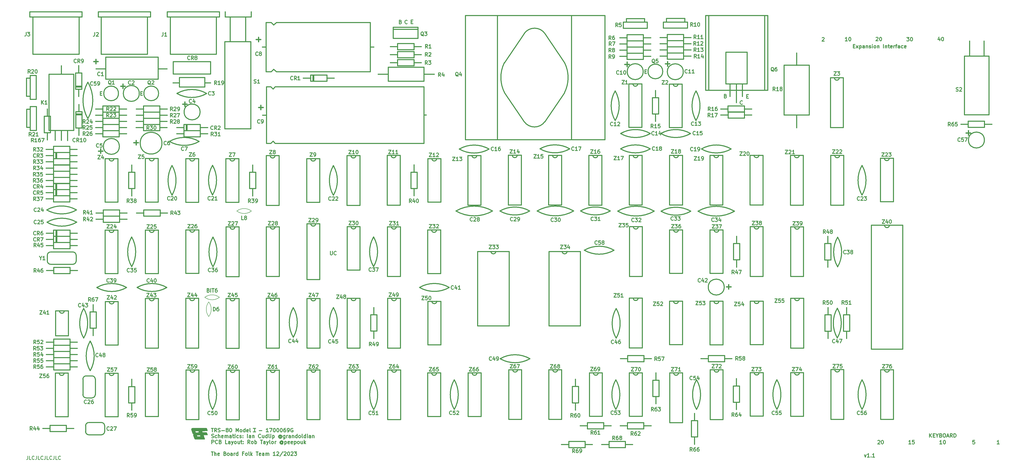
<source format=gbr>
%TF.GenerationSoftware,KiCad,Pcbnew,7.0.7*%
%TF.CreationDate,2023-12-29T15:53:43+00:00*%
%TF.ProjectId,TRS80IUS,54525338-3049-4555-932e-6b696361645f,rev?*%
%TF.SameCoordinates,Original*%
%TF.FileFunction,Legend,Top*%
%TF.FilePolarity,Positive*%
%FSLAX46Y46*%
G04 Gerber Fmt 4.6, Leading zero omitted, Abs format (unit mm)*
G04 Created by KiCad (PCBNEW 7.0.7) date 2023-12-29 15:53:43*
%MOMM*%
%LPD*%
G01*
G04 APERTURE LIST*
%ADD10C,0.400000*%
%ADD11C,0.175000*%
%ADD12C,0.300000*%
%ADD13C,0.280000*%
%ADD14C,0.500000*%
%ADD15C,0.200000*%
%ADD16C,0.800000*%
G04 APERTURE END LIST*
D10*
X189350000Y-85980000D02*
X191570000Y-85980000D01*
X180900000Y-85980000D02*
X180900000Y-83860000D01*
X262460000Y-109565000D02*
X266660000Y-109565000D01*
X162160000Y-110910000D02*
X172560000Y-110910000D01*
X172560000Y-114790000D01*
X162160000Y-114790000D01*
X162160000Y-110910000D01*
X378040000Y-85440000D02*
X403480000Y-85440000D01*
X403480000Y-116130000D01*
X378040000Y-116130000D01*
X378040000Y-85440000D01*
X415400000Y-105900000D02*
X415400000Y-105900000D01*
X159580000Y-104380000D02*
X174880000Y-104380000D01*
X174880000Y-109510000D01*
X159580000Y-109510000D01*
X159580000Y-104380000D01*
X492210000Y-102090000D02*
X492210000Y-95920000D01*
X131870000Y-102510000D02*
X153400000Y-102510000D01*
X153400000Y-111580000D01*
X131870000Y-111580000D01*
X131870000Y-102510000D01*
X292610000Y-85420000D02*
X323020000Y-85420000D01*
X323020000Y-136480000D01*
X292610000Y-136480000D01*
X292610000Y-85420000D01*
X127890000Y-107350000D02*
X131870000Y-107350000D01*
X393140000Y-118690000D02*
X393140000Y-113560000D01*
X247810000Y-106660000D02*
X262460000Y-106660000D01*
X262460000Y-112470000D01*
X247810000Y-112470000D01*
X247810000Y-106660000D01*
X180790000Y-96155000D02*
X191460000Y-96155000D01*
X191460000Y-131985000D01*
X180790000Y-131985000D01*
X180790000Y-96155000D01*
X390670000Y-121240000D02*
X390670000Y-113540000D01*
X157090000Y-107350000D02*
X153400000Y-107350000D01*
X486360000Y-102080000D02*
X486360000Y-102080000D01*
X379290000Y-85450000D02*
X402230000Y-85450000D01*
X402230000Y-116130000D01*
X379290000Y-116130000D01*
X379290000Y-85450000D01*
X484210000Y-102090000D02*
X494280000Y-102090000D01*
X494280000Y-126250000D01*
X484210000Y-126250000D01*
X484210000Y-102090000D01*
X191570000Y-85980000D02*
X191570000Y-83860000D01*
X249830000Y-91075000D02*
X260010000Y-91075000D01*
X260010000Y-94805000D01*
X249830000Y-94805000D01*
X249830000Y-91075000D01*
X415370000Y-126490000D02*
X415370000Y-131570000D01*
X410220000Y-105840000D02*
X420500000Y-105840000D01*
X420500000Y-126330000D01*
X410220000Y-126330000D01*
X410220000Y-105840000D01*
X249830000Y-90275000D02*
X260010000Y-90275000D01*
X260010000Y-91075000D01*
X249830000Y-91075000D01*
X249830000Y-90275000D01*
X388000000Y-118705000D02*
X388000000Y-113575000D01*
X279460000Y-85430000D02*
X336700000Y-85430000D01*
X336700000Y-136480000D01*
X279460000Y-136480000D01*
X279460000Y-85430000D01*
X247810000Y-109565000D02*
X243660000Y-109565000D01*
X182980000Y-85980000D02*
X180900000Y-85980000D01*
X415400000Y-100820000D02*
X415400000Y-105900000D01*
X386310000Y-100500000D02*
X395030000Y-100500000D01*
X395030000Y-113540000D01*
X386310000Y-113540000D01*
X386310000Y-100500000D01*
D11*
X153390000Y-107350000D02*
X153390000Y-107350000D01*
D12*
X192460000Y-255150000D02*
X193470000Y-255150000D01*
D10*
X174950000Y-113110000D02*
X172560000Y-113110000D01*
D12*
X192470000Y-256660000D02*
X193480000Y-256660000D01*
D10*
X486280000Y-102070000D02*
X486280000Y-95900000D01*
X182980000Y-85980000D02*
X189350000Y-85980000D01*
X189350000Y-96150000D01*
X182980000Y-96150000D01*
X182980000Y-85980000D01*
X159530000Y-113110000D02*
X162160000Y-113110000D01*
D12*
X394904510Y-118675114D02*
X395404510Y-118675114D01*
X395618796Y-119460828D02*
X394904510Y-119460828D01*
X394904510Y-119460828D02*
X394904510Y-117960828D01*
X394904510Y-117960828D02*
X395618796Y-117960828D01*
D13*
X99937543Y-266554106D02*
X99937543Y-267554106D01*
X99937543Y-267554106D02*
X99870876Y-267754106D01*
X99870876Y-267754106D02*
X99737543Y-267887440D01*
X99737543Y-267887440D02*
X99537543Y-267954106D01*
X99537543Y-267954106D02*
X99404210Y-267954106D01*
X101270877Y-267954106D02*
X100604210Y-267954106D01*
X100604210Y-267954106D02*
X100604210Y-266554106D01*
X102537543Y-267820773D02*
X102470876Y-267887440D01*
X102470876Y-267887440D02*
X102270876Y-267954106D01*
X102270876Y-267954106D02*
X102137543Y-267954106D01*
X102137543Y-267954106D02*
X101937543Y-267887440D01*
X101937543Y-267887440D02*
X101804210Y-267754106D01*
X101804210Y-267754106D02*
X101737543Y-267620773D01*
X101737543Y-267620773D02*
X101670876Y-267354106D01*
X101670876Y-267354106D02*
X101670876Y-267154106D01*
X101670876Y-267154106D02*
X101737543Y-266887440D01*
X101737543Y-266887440D02*
X101804210Y-266754106D01*
X101804210Y-266754106D02*
X101937543Y-266620773D01*
X101937543Y-266620773D02*
X102137543Y-266554106D01*
X102137543Y-266554106D02*
X102270876Y-266554106D01*
X102270876Y-266554106D02*
X102470876Y-266620773D01*
X102470876Y-266620773D02*
X102537543Y-266687440D01*
X103537543Y-266554106D02*
X103537543Y-267554106D01*
X103537543Y-267554106D02*
X103470876Y-267754106D01*
X103470876Y-267754106D02*
X103337543Y-267887440D01*
X103337543Y-267887440D02*
X103137543Y-267954106D01*
X103137543Y-267954106D02*
X103004210Y-267954106D01*
X104870877Y-267954106D02*
X104204210Y-267954106D01*
X104204210Y-267954106D02*
X104204210Y-266554106D01*
X106137543Y-267820773D02*
X106070876Y-267887440D01*
X106070876Y-267887440D02*
X105870876Y-267954106D01*
X105870876Y-267954106D02*
X105737543Y-267954106D01*
X105737543Y-267954106D02*
X105537543Y-267887440D01*
X105537543Y-267887440D02*
X105404210Y-267754106D01*
X105404210Y-267754106D02*
X105337543Y-267620773D01*
X105337543Y-267620773D02*
X105270876Y-267354106D01*
X105270876Y-267354106D02*
X105270876Y-267154106D01*
X105270876Y-267154106D02*
X105337543Y-266887440D01*
X105337543Y-266887440D02*
X105404210Y-266754106D01*
X105404210Y-266754106D02*
X105537543Y-266620773D01*
X105537543Y-266620773D02*
X105737543Y-266554106D01*
X105737543Y-266554106D02*
X105870876Y-266554106D01*
X105870876Y-266554106D02*
X106070876Y-266620773D01*
X106070876Y-266620773D02*
X106137543Y-266687440D01*
X107137543Y-266554106D02*
X107137543Y-267554106D01*
X107137543Y-267554106D02*
X107070876Y-267754106D01*
X107070876Y-267754106D02*
X106937543Y-267887440D01*
X106937543Y-267887440D02*
X106737543Y-267954106D01*
X106737543Y-267954106D02*
X106604210Y-267954106D01*
X108470877Y-267954106D02*
X107804210Y-267954106D01*
X107804210Y-267954106D02*
X107804210Y-266554106D01*
X109737543Y-267820773D02*
X109670876Y-267887440D01*
X109670876Y-267887440D02*
X109470876Y-267954106D01*
X109470876Y-267954106D02*
X109337543Y-267954106D01*
X109337543Y-267954106D02*
X109137543Y-267887440D01*
X109137543Y-267887440D02*
X109004210Y-267754106D01*
X109004210Y-267754106D02*
X108937543Y-267620773D01*
X108937543Y-267620773D02*
X108870876Y-267354106D01*
X108870876Y-267354106D02*
X108870876Y-267154106D01*
X108870876Y-267154106D02*
X108937543Y-266887440D01*
X108937543Y-266887440D02*
X109004210Y-266754106D01*
X109004210Y-266754106D02*
X109137543Y-266620773D01*
X109137543Y-266620773D02*
X109337543Y-266554106D01*
X109337543Y-266554106D02*
X109470876Y-266554106D01*
X109470876Y-266554106D02*
X109670876Y-266620773D01*
X109670876Y-266620773D02*
X109737543Y-266687440D01*
X110737543Y-266554106D02*
X110737543Y-267554106D01*
X110737543Y-267554106D02*
X110670876Y-267754106D01*
X110670876Y-267754106D02*
X110537543Y-267887440D01*
X110537543Y-267887440D02*
X110337543Y-267954106D01*
X110337543Y-267954106D02*
X110204210Y-267954106D01*
X112070877Y-267954106D02*
X111404210Y-267954106D01*
X111404210Y-267954106D02*
X111404210Y-266554106D01*
X113337543Y-267820773D02*
X113270876Y-267887440D01*
X113270876Y-267887440D02*
X113070876Y-267954106D01*
X113070876Y-267954106D02*
X112937543Y-267954106D01*
X112937543Y-267954106D02*
X112737543Y-267887440D01*
X112737543Y-267887440D02*
X112604210Y-267754106D01*
X112604210Y-267754106D02*
X112537543Y-267620773D01*
X112537543Y-267620773D02*
X112470876Y-267354106D01*
X112470876Y-267354106D02*
X112470876Y-267154106D01*
X112470876Y-267154106D02*
X112537543Y-266887440D01*
X112537543Y-266887440D02*
X112604210Y-266754106D01*
X112604210Y-266754106D02*
X112737543Y-266620773D01*
X112737543Y-266620773D02*
X112937543Y-266554106D01*
X112937543Y-266554106D02*
X113070876Y-266554106D01*
X113070876Y-266554106D02*
X113270876Y-266620773D01*
X113270876Y-266620773D02*
X113337543Y-266687440D01*
D12*
X146284510Y-117475114D02*
X146784510Y-117475114D01*
X146998796Y-118260828D02*
X146284510Y-118260828D01*
X146284510Y-118260828D02*
X146284510Y-116760828D01*
X146284510Y-116760828D02*
X146998796Y-116760828D01*
D14*
X194644185Y-123255666D02*
X196548947Y-123255666D01*
X195596566Y-124208047D02*
X195596566Y-122303285D01*
X484904185Y-133745666D02*
X486808947Y-133745666D01*
X485856566Y-134698047D02*
X485856566Y-132793285D01*
D12*
X255611653Y-88717971D02*
X255540225Y-88789400D01*
X255540225Y-88789400D02*
X255325939Y-88860828D01*
X255325939Y-88860828D02*
X255183082Y-88860828D01*
X255183082Y-88860828D02*
X254968796Y-88789400D01*
X254968796Y-88789400D02*
X254825939Y-88646542D01*
X254825939Y-88646542D02*
X254754510Y-88503685D01*
X254754510Y-88503685D02*
X254683082Y-88217971D01*
X254683082Y-88217971D02*
X254683082Y-88003685D01*
X254683082Y-88003685D02*
X254754510Y-87717971D01*
X254754510Y-87717971D02*
X254825939Y-87575114D01*
X254825939Y-87575114D02*
X254968796Y-87432257D01*
X254968796Y-87432257D02*
X255183082Y-87360828D01*
X255183082Y-87360828D02*
X255325939Y-87360828D01*
X255325939Y-87360828D02*
X255540225Y-87432257D01*
X255540225Y-87432257D02*
X255611653Y-87503685D01*
D14*
X138064185Y-114555666D02*
X139968947Y-114555666D01*
X139016566Y-115508047D02*
X139016566Y-113603285D01*
X163484185Y-121905666D02*
X165388947Y-121905666D01*
X164436566Y-122858047D02*
X164436566Y-120953285D01*
X126974185Y-104375666D02*
X128878947Y-104375666D01*
X127926566Y-105328047D02*
X127926566Y-103423285D01*
X193654185Y-95315666D02*
X195558947Y-95315666D01*
X194606566Y-96268047D02*
X194606566Y-94363285D01*
D12*
X425853082Y-94613685D02*
X425924510Y-94542257D01*
X425924510Y-94542257D02*
X426067368Y-94470828D01*
X426067368Y-94470828D02*
X426424510Y-94470828D01*
X426424510Y-94470828D02*
X426567368Y-94542257D01*
X426567368Y-94542257D02*
X426638796Y-94613685D01*
X426638796Y-94613685D02*
X426710225Y-94756542D01*
X426710225Y-94756542D02*
X426710225Y-94899400D01*
X426710225Y-94899400D02*
X426638796Y-95113685D01*
X426638796Y-95113685D02*
X425781653Y-95970828D01*
X425781653Y-95970828D02*
X426710225Y-95970828D01*
X448693082Y-260233685D02*
X448764510Y-260162257D01*
X448764510Y-260162257D02*
X448907368Y-260090828D01*
X448907368Y-260090828D02*
X449264510Y-260090828D01*
X449264510Y-260090828D02*
X449407368Y-260162257D01*
X449407368Y-260162257D02*
X449478796Y-260233685D01*
X449478796Y-260233685D02*
X449550225Y-260376542D01*
X449550225Y-260376542D02*
X449550225Y-260519400D01*
X449550225Y-260519400D02*
X449478796Y-260733685D01*
X449478796Y-260733685D02*
X448621653Y-261590828D01*
X448621653Y-261590828D02*
X449550225Y-261590828D01*
X450478796Y-260090828D02*
X450621653Y-260090828D01*
X450621653Y-260090828D02*
X450764510Y-260162257D01*
X450764510Y-260162257D02*
X450835939Y-260233685D01*
X450835939Y-260233685D02*
X450907367Y-260376542D01*
X450907367Y-260376542D02*
X450978796Y-260662257D01*
X450978796Y-260662257D02*
X450978796Y-261019400D01*
X450978796Y-261019400D02*
X450907367Y-261305114D01*
X450907367Y-261305114D02*
X450835939Y-261447971D01*
X450835939Y-261447971D02*
X450764510Y-261519400D01*
X450764510Y-261519400D02*
X450621653Y-261590828D01*
X450621653Y-261590828D02*
X450478796Y-261590828D01*
X450478796Y-261590828D02*
X450335939Y-261519400D01*
X450335939Y-261519400D02*
X450264510Y-261447971D01*
X450264510Y-261447971D02*
X450193081Y-261305114D01*
X450193081Y-261305114D02*
X450121653Y-261019400D01*
X450121653Y-261019400D02*
X450121653Y-260662257D01*
X450121653Y-260662257D02*
X450193081Y-260376542D01*
X450193081Y-260376542D02*
X450264510Y-260233685D01*
X450264510Y-260233685D02*
X450335939Y-260162257D01*
X450335939Y-260162257D02*
X450478796Y-260090828D01*
X257234510Y-88035114D02*
X257734510Y-88035114D01*
X257948796Y-88820828D02*
X257234510Y-88820828D01*
X257234510Y-88820828D02*
X257234510Y-87320828D01*
X257234510Y-87320828D02*
X257948796Y-87320828D01*
X175240225Y-255160828D02*
X176097368Y-255160828D01*
X175668796Y-256660828D02*
X175668796Y-255160828D01*
X177454510Y-256660828D02*
X176954510Y-255946542D01*
X176597367Y-256660828D02*
X176597367Y-255160828D01*
X176597367Y-255160828D02*
X177168796Y-255160828D01*
X177168796Y-255160828D02*
X177311653Y-255232257D01*
X177311653Y-255232257D02*
X177383082Y-255303685D01*
X177383082Y-255303685D02*
X177454510Y-255446542D01*
X177454510Y-255446542D02*
X177454510Y-255660828D01*
X177454510Y-255660828D02*
X177383082Y-255803685D01*
X177383082Y-255803685D02*
X177311653Y-255875114D01*
X177311653Y-255875114D02*
X177168796Y-255946542D01*
X177168796Y-255946542D02*
X176597367Y-255946542D01*
X178025939Y-256589400D02*
X178240225Y-256660828D01*
X178240225Y-256660828D02*
X178597367Y-256660828D01*
X178597367Y-256660828D02*
X178740225Y-256589400D01*
X178740225Y-256589400D02*
X178811653Y-256517971D01*
X178811653Y-256517971D02*
X178883082Y-256375114D01*
X178883082Y-256375114D02*
X178883082Y-256232257D01*
X178883082Y-256232257D02*
X178811653Y-256089400D01*
X178811653Y-256089400D02*
X178740225Y-256017971D01*
X178740225Y-256017971D02*
X178597367Y-255946542D01*
X178597367Y-255946542D02*
X178311653Y-255875114D01*
X178311653Y-255875114D02*
X178168796Y-255803685D01*
X178168796Y-255803685D02*
X178097367Y-255732257D01*
X178097367Y-255732257D02*
X178025939Y-255589400D01*
X178025939Y-255589400D02*
X178025939Y-255446542D01*
X178025939Y-255446542D02*
X178097367Y-255303685D01*
X178097367Y-255303685D02*
X178168796Y-255232257D01*
X178168796Y-255232257D02*
X178311653Y-255160828D01*
X178311653Y-255160828D02*
X178668796Y-255160828D01*
X178668796Y-255160828D02*
X178883082Y-255232257D01*
X179525938Y-256089400D02*
X180668796Y-256089400D01*
X181597367Y-255803685D02*
X181454510Y-255732257D01*
X181454510Y-255732257D02*
X181383081Y-255660828D01*
X181383081Y-255660828D02*
X181311653Y-255517971D01*
X181311653Y-255517971D02*
X181311653Y-255446542D01*
X181311653Y-255446542D02*
X181383081Y-255303685D01*
X181383081Y-255303685D02*
X181454510Y-255232257D01*
X181454510Y-255232257D02*
X181597367Y-255160828D01*
X181597367Y-255160828D02*
X181883081Y-255160828D01*
X181883081Y-255160828D02*
X182025939Y-255232257D01*
X182025939Y-255232257D02*
X182097367Y-255303685D01*
X182097367Y-255303685D02*
X182168796Y-255446542D01*
X182168796Y-255446542D02*
X182168796Y-255517971D01*
X182168796Y-255517971D02*
X182097367Y-255660828D01*
X182097367Y-255660828D02*
X182025939Y-255732257D01*
X182025939Y-255732257D02*
X181883081Y-255803685D01*
X181883081Y-255803685D02*
X181597367Y-255803685D01*
X181597367Y-255803685D02*
X181454510Y-255875114D01*
X181454510Y-255875114D02*
X181383081Y-255946542D01*
X181383081Y-255946542D02*
X181311653Y-256089400D01*
X181311653Y-256089400D02*
X181311653Y-256375114D01*
X181311653Y-256375114D02*
X181383081Y-256517971D01*
X181383081Y-256517971D02*
X181454510Y-256589400D01*
X181454510Y-256589400D02*
X181597367Y-256660828D01*
X181597367Y-256660828D02*
X181883081Y-256660828D01*
X181883081Y-256660828D02*
X182025939Y-256589400D01*
X182025939Y-256589400D02*
X182097367Y-256517971D01*
X182097367Y-256517971D02*
X182168796Y-256375114D01*
X182168796Y-256375114D02*
X182168796Y-256089400D01*
X182168796Y-256089400D02*
X182097367Y-255946542D01*
X182097367Y-255946542D02*
X182025939Y-255875114D01*
X182025939Y-255875114D02*
X181883081Y-255803685D01*
X183097367Y-255160828D02*
X183240224Y-255160828D01*
X183240224Y-255160828D02*
X183383081Y-255232257D01*
X183383081Y-255232257D02*
X183454510Y-255303685D01*
X183454510Y-255303685D02*
X183525938Y-255446542D01*
X183525938Y-255446542D02*
X183597367Y-255732257D01*
X183597367Y-255732257D02*
X183597367Y-256089400D01*
X183597367Y-256089400D02*
X183525938Y-256375114D01*
X183525938Y-256375114D02*
X183454510Y-256517971D01*
X183454510Y-256517971D02*
X183383081Y-256589400D01*
X183383081Y-256589400D02*
X183240224Y-256660828D01*
X183240224Y-256660828D02*
X183097367Y-256660828D01*
X183097367Y-256660828D02*
X182954510Y-256589400D01*
X182954510Y-256589400D02*
X182883081Y-256517971D01*
X182883081Y-256517971D02*
X182811652Y-256375114D01*
X182811652Y-256375114D02*
X182740224Y-256089400D01*
X182740224Y-256089400D02*
X182740224Y-255732257D01*
X182740224Y-255732257D02*
X182811652Y-255446542D01*
X182811652Y-255446542D02*
X182883081Y-255303685D01*
X182883081Y-255303685D02*
X182954510Y-255232257D01*
X182954510Y-255232257D02*
X183097367Y-255160828D01*
X185383080Y-256660828D02*
X185383080Y-255160828D01*
X185383080Y-255160828D02*
X185883080Y-256232257D01*
X185883080Y-256232257D02*
X186383080Y-255160828D01*
X186383080Y-255160828D02*
X186383080Y-256660828D01*
X187311652Y-256660828D02*
X187168795Y-256589400D01*
X187168795Y-256589400D02*
X187097366Y-256517971D01*
X187097366Y-256517971D02*
X187025938Y-256375114D01*
X187025938Y-256375114D02*
X187025938Y-255946542D01*
X187025938Y-255946542D02*
X187097366Y-255803685D01*
X187097366Y-255803685D02*
X187168795Y-255732257D01*
X187168795Y-255732257D02*
X187311652Y-255660828D01*
X187311652Y-255660828D02*
X187525938Y-255660828D01*
X187525938Y-255660828D02*
X187668795Y-255732257D01*
X187668795Y-255732257D02*
X187740224Y-255803685D01*
X187740224Y-255803685D02*
X187811652Y-255946542D01*
X187811652Y-255946542D02*
X187811652Y-256375114D01*
X187811652Y-256375114D02*
X187740224Y-256517971D01*
X187740224Y-256517971D02*
X187668795Y-256589400D01*
X187668795Y-256589400D02*
X187525938Y-256660828D01*
X187525938Y-256660828D02*
X187311652Y-256660828D01*
X189097367Y-256660828D02*
X189097367Y-255160828D01*
X189097367Y-256589400D02*
X188954509Y-256660828D01*
X188954509Y-256660828D02*
X188668795Y-256660828D01*
X188668795Y-256660828D02*
X188525938Y-256589400D01*
X188525938Y-256589400D02*
X188454509Y-256517971D01*
X188454509Y-256517971D02*
X188383081Y-256375114D01*
X188383081Y-256375114D02*
X188383081Y-255946542D01*
X188383081Y-255946542D02*
X188454509Y-255803685D01*
X188454509Y-255803685D02*
X188525938Y-255732257D01*
X188525938Y-255732257D02*
X188668795Y-255660828D01*
X188668795Y-255660828D02*
X188954509Y-255660828D01*
X188954509Y-255660828D02*
X189097367Y-255732257D01*
X190383081Y-256589400D02*
X190240224Y-256660828D01*
X190240224Y-256660828D02*
X189954510Y-256660828D01*
X189954510Y-256660828D02*
X189811652Y-256589400D01*
X189811652Y-256589400D02*
X189740224Y-256446542D01*
X189740224Y-256446542D02*
X189740224Y-255875114D01*
X189740224Y-255875114D02*
X189811652Y-255732257D01*
X189811652Y-255732257D02*
X189954510Y-255660828D01*
X189954510Y-255660828D02*
X190240224Y-255660828D01*
X190240224Y-255660828D02*
X190383081Y-255732257D01*
X190383081Y-255732257D02*
X190454510Y-255875114D01*
X190454510Y-255875114D02*
X190454510Y-256017971D01*
X190454510Y-256017971D02*
X189740224Y-256160828D01*
X191311652Y-256660828D02*
X191168795Y-256589400D01*
X191168795Y-256589400D02*
X191097366Y-256446542D01*
X191097366Y-256446542D02*
X191097366Y-255160828D01*
X193025937Y-256660828D02*
X193025937Y-255160828D01*
X194883080Y-256089400D02*
X196025938Y-256089400D01*
X198668795Y-256660828D02*
X197811652Y-256660828D01*
X198240223Y-256660828D02*
X198240223Y-255160828D01*
X198240223Y-255160828D02*
X198097366Y-255375114D01*
X198097366Y-255375114D02*
X197954509Y-255517971D01*
X197954509Y-255517971D02*
X197811652Y-255589400D01*
X199168794Y-255160828D02*
X200168794Y-255160828D01*
X200168794Y-255160828D02*
X199525937Y-256660828D01*
X201025937Y-255160828D02*
X201168794Y-255160828D01*
X201168794Y-255160828D02*
X201311651Y-255232257D01*
X201311651Y-255232257D02*
X201383080Y-255303685D01*
X201383080Y-255303685D02*
X201454508Y-255446542D01*
X201454508Y-255446542D02*
X201525937Y-255732257D01*
X201525937Y-255732257D02*
X201525937Y-256089400D01*
X201525937Y-256089400D02*
X201454508Y-256375114D01*
X201454508Y-256375114D02*
X201383080Y-256517971D01*
X201383080Y-256517971D02*
X201311651Y-256589400D01*
X201311651Y-256589400D02*
X201168794Y-256660828D01*
X201168794Y-256660828D02*
X201025937Y-256660828D01*
X201025937Y-256660828D02*
X200883080Y-256589400D01*
X200883080Y-256589400D02*
X200811651Y-256517971D01*
X200811651Y-256517971D02*
X200740222Y-256375114D01*
X200740222Y-256375114D02*
X200668794Y-256089400D01*
X200668794Y-256089400D02*
X200668794Y-255732257D01*
X200668794Y-255732257D02*
X200740222Y-255446542D01*
X200740222Y-255446542D02*
X200811651Y-255303685D01*
X200811651Y-255303685D02*
X200883080Y-255232257D01*
X200883080Y-255232257D02*
X201025937Y-255160828D01*
X202454508Y-255160828D02*
X202597365Y-255160828D01*
X202597365Y-255160828D02*
X202740222Y-255232257D01*
X202740222Y-255232257D02*
X202811651Y-255303685D01*
X202811651Y-255303685D02*
X202883079Y-255446542D01*
X202883079Y-255446542D02*
X202954508Y-255732257D01*
X202954508Y-255732257D02*
X202954508Y-256089400D01*
X202954508Y-256089400D02*
X202883079Y-256375114D01*
X202883079Y-256375114D02*
X202811651Y-256517971D01*
X202811651Y-256517971D02*
X202740222Y-256589400D01*
X202740222Y-256589400D02*
X202597365Y-256660828D01*
X202597365Y-256660828D02*
X202454508Y-256660828D01*
X202454508Y-256660828D02*
X202311651Y-256589400D01*
X202311651Y-256589400D02*
X202240222Y-256517971D01*
X202240222Y-256517971D02*
X202168793Y-256375114D01*
X202168793Y-256375114D02*
X202097365Y-256089400D01*
X202097365Y-256089400D02*
X202097365Y-255732257D01*
X202097365Y-255732257D02*
X202168793Y-255446542D01*
X202168793Y-255446542D02*
X202240222Y-255303685D01*
X202240222Y-255303685D02*
X202311651Y-255232257D01*
X202311651Y-255232257D02*
X202454508Y-255160828D01*
X203883079Y-255160828D02*
X204025936Y-255160828D01*
X204025936Y-255160828D02*
X204168793Y-255232257D01*
X204168793Y-255232257D02*
X204240222Y-255303685D01*
X204240222Y-255303685D02*
X204311650Y-255446542D01*
X204311650Y-255446542D02*
X204383079Y-255732257D01*
X204383079Y-255732257D02*
X204383079Y-256089400D01*
X204383079Y-256089400D02*
X204311650Y-256375114D01*
X204311650Y-256375114D02*
X204240222Y-256517971D01*
X204240222Y-256517971D02*
X204168793Y-256589400D01*
X204168793Y-256589400D02*
X204025936Y-256660828D01*
X204025936Y-256660828D02*
X203883079Y-256660828D01*
X203883079Y-256660828D02*
X203740222Y-256589400D01*
X203740222Y-256589400D02*
X203668793Y-256517971D01*
X203668793Y-256517971D02*
X203597364Y-256375114D01*
X203597364Y-256375114D02*
X203525936Y-256089400D01*
X203525936Y-256089400D02*
X203525936Y-255732257D01*
X203525936Y-255732257D02*
X203597364Y-255446542D01*
X203597364Y-255446542D02*
X203668793Y-255303685D01*
X203668793Y-255303685D02*
X203740222Y-255232257D01*
X203740222Y-255232257D02*
X203883079Y-255160828D01*
X205668793Y-255160828D02*
X205383078Y-255160828D01*
X205383078Y-255160828D02*
X205240221Y-255232257D01*
X205240221Y-255232257D02*
X205168793Y-255303685D01*
X205168793Y-255303685D02*
X205025935Y-255517971D01*
X205025935Y-255517971D02*
X204954507Y-255803685D01*
X204954507Y-255803685D02*
X204954507Y-256375114D01*
X204954507Y-256375114D02*
X205025935Y-256517971D01*
X205025935Y-256517971D02*
X205097364Y-256589400D01*
X205097364Y-256589400D02*
X205240221Y-256660828D01*
X205240221Y-256660828D02*
X205525935Y-256660828D01*
X205525935Y-256660828D02*
X205668793Y-256589400D01*
X205668793Y-256589400D02*
X205740221Y-256517971D01*
X205740221Y-256517971D02*
X205811650Y-256375114D01*
X205811650Y-256375114D02*
X205811650Y-256017971D01*
X205811650Y-256017971D02*
X205740221Y-255875114D01*
X205740221Y-255875114D02*
X205668793Y-255803685D01*
X205668793Y-255803685D02*
X205525935Y-255732257D01*
X205525935Y-255732257D02*
X205240221Y-255732257D01*
X205240221Y-255732257D02*
X205097364Y-255803685D01*
X205097364Y-255803685D02*
X205025935Y-255875114D01*
X205025935Y-255875114D02*
X204954507Y-256017971D01*
X206525935Y-256660828D02*
X206811649Y-256660828D01*
X206811649Y-256660828D02*
X206954506Y-256589400D01*
X206954506Y-256589400D02*
X207025935Y-256517971D01*
X207025935Y-256517971D02*
X207168792Y-256303685D01*
X207168792Y-256303685D02*
X207240221Y-256017971D01*
X207240221Y-256017971D02*
X207240221Y-255446542D01*
X207240221Y-255446542D02*
X207168792Y-255303685D01*
X207168792Y-255303685D02*
X207097364Y-255232257D01*
X207097364Y-255232257D02*
X206954506Y-255160828D01*
X206954506Y-255160828D02*
X206668792Y-255160828D01*
X206668792Y-255160828D02*
X206525935Y-255232257D01*
X206525935Y-255232257D02*
X206454506Y-255303685D01*
X206454506Y-255303685D02*
X206383078Y-255446542D01*
X206383078Y-255446542D02*
X206383078Y-255803685D01*
X206383078Y-255803685D02*
X206454506Y-255946542D01*
X206454506Y-255946542D02*
X206525935Y-256017971D01*
X206525935Y-256017971D02*
X206668792Y-256089400D01*
X206668792Y-256089400D02*
X206954506Y-256089400D01*
X206954506Y-256089400D02*
X207097364Y-256017971D01*
X207097364Y-256017971D02*
X207168792Y-255946542D01*
X207168792Y-255946542D02*
X207240221Y-255803685D01*
X208668792Y-255232257D02*
X208525935Y-255160828D01*
X208525935Y-255160828D02*
X208311649Y-255160828D01*
X208311649Y-255160828D02*
X208097363Y-255232257D01*
X208097363Y-255232257D02*
X207954506Y-255375114D01*
X207954506Y-255375114D02*
X207883077Y-255517971D01*
X207883077Y-255517971D02*
X207811649Y-255803685D01*
X207811649Y-255803685D02*
X207811649Y-256017971D01*
X207811649Y-256017971D02*
X207883077Y-256303685D01*
X207883077Y-256303685D02*
X207954506Y-256446542D01*
X207954506Y-256446542D02*
X208097363Y-256589400D01*
X208097363Y-256589400D02*
X208311649Y-256660828D01*
X208311649Y-256660828D02*
X208454506Y-256660828D01*
X208454506Y-256660828D02*
X208668792Y-256589400D01*
X208668792Y-256589400D02*
X208740220Y-256517971D01*
X208740220Y-256517971D02*
X208740220Y-256017971D01*
X208740220Y-256017971D02*
X208454506Y-256017971D01*
X175383082Y-259004400D02*
X175597368Y-259075828D01*
X175597368Y-259075828D02*
X175954510Y-259075828D01*
X175954510Y-259075828D02*
X176097368Y-259004400D01*
X176097368Y-259004400D02*
X176168796Y-258932971D01*
X176168796Y-258932971D02*
X176240225Y-258790114D01*
X176240225Y-258790114D02*
X176240225Y-258647257D01*
X176240225Y-258647257D02*
X176168796Y-258504400D01*
X176168796Y-258504400D02*
X176097368Y-258432971D01*
X176097368Y-258432971D02*
X175954510Y-258361542D01*
X175954510Y-258361542D02*
X175668796Y-258290114D01*
X175668796Y-258290114D02*
X175525939Y-258218685D01*
X175525939Y-258218685D02*
X175454510Y-258147257D01*
X175454510Y-258147257D02*
X175383082Y-258004400D01*
X175383082Y-258004400D02*
X175383082Y-257861542D01*
X175383082Y-257861542D02*
X175454510Y-257718685D01*
X175454510Y-257718685D02*
X175525939Y-257647257D01*
X175525939Y-257647257D02*
X175668796Y-257575828D01*
X175668796Y-257575828D02*
X176025939Y-257575828D01*
X176025939Y-257575828D02*
X176240225Y-257647257D01*
X177525939Y-259004400D02*
X177383081Y-259075828D01*
X177383081Y-259075828D02*
X177097367Y-259075828D01*
X177097367Y-259075828D02*
X176954510Y-259004400D01*
X176954510Y-259004400D02*
X176883081Y-258932971D01*
X176883081Y-258932971D02*
X176811653Y-258790114D01*
X176811653Y-258790114D02*
X176811653Y-258361542D01*
X176811653Y-258361542D02*
X176883081Y-258218685D01*
X176883081Y-258218685D02*
X176954510Y-258147257D01*
X176954510Y-258147257D02*
X177097367Y-258075828D01*
X177097367Y-258075828D02*
X177383081Y-258075828D01*
X177383081Y-258075828D02*
X177525939Y-258147257D01*
X178168795Y-259075828D02*
X178168795Y-257575828D01*
X178811653Y-259075828D02*
X178811653Y-258290114D01*
X178811653Y-258290114D02*
X178740224Y-258147257D01*
X178740224Y-258147257D02*
X178597367Y-258075828D01*
X178597367Y-258075828D02*
X178383081Y-258075828D01*
X178383081Y-258075828D02*
X178240224Y-258147257D01*
X178240224Y-258147257D02*
X178168795Y-258218685D01*
X180097367Y-259004400D02*
X179954510Y-259075828D01*
X179954510Y-259075828D02*
X179668796Y-259075828D01*
X179668796Y-259075828D02*
X179525938Y-259004400D01*
X179525938Y-259004400D02*
X179454510Y-258861542D01*
X179454510Y-258861542D02*
X179454510Y-258290114D01*
X179454510Y-258290114D02*
X179525938Y-258147257D01*
X179525938Y-258147257D02*
X179668796Y-258075828D01*
X179668796Y-258075828D02*
X179954510Y-258075828D01*
X179954510Y-258075828D02*
X180097367Y-258147257D01*
X180097367Y-258147257D02*
X180168796Y-258290114D01*
X180168796Y-258290114D02*
X180168796Y-258432971D01*
X180168796Y-258432971D02*
X179454510Y-258575828D01*
X180811652Y-259075828D02*
X180811652Y-258075828D01*
X180811652Y-258218685D02*
X180883081Y-258147257D01*
X180883081Y-258147257D02*
X181025938Y-258075828D01*
X181025938Y-258075828D02*
X181240224Y-258075828D01*
X181240224Y-258075828D02*
X181383081Y-258147257D01*
X181383081Y-258147257D02*
X181454510Y-258290114D01*
X181454510Y-258290114D02*
X181454510Y-259075828D01*
X181454510Y-258290114D02*
X181525938Y-258147257D01*
X181525938Y-258147257D02*
X181668795Y-258075828D01*
X181668795Y-258075828D02*
X181883081Y-258075828D01*
X181883081Y-258075828D02*
X182025938Y-258147257D01*
X182025938Y-258147257D02*
X182097367Y-258290114D01*
X182097367Y-258290114D02*
X182097367Y-259075828D01*
X183454510Y-259075828D02*
X183454510Y-258290114D01*
X183454510Y-258290114D02*
X183383081Y-258147257D01*
X183383081Y-258147257D02*
X183240224Y-258075828D01*
X183240224Y-258075828D02*
X182954510Y-258075828D01*
X182954510Y-258075828D02*
X182811652Y-258147257D01*
X183454510Y-259004400D02*
X183311652Y-259075828D01*
X183311652Y-259075828D02*
X182954510Y-259075828D01*
X182954510Y-259075828D02*
X182811652Y-259004400D01*
X182811652Y-259004400D02*
X182740224Y-258861542D01*
X182740224Y-258861542D02*
X182740224Y-258718685D01*
X182740224Y-258718685D02*
X182811652Y-258575828D01*
X182811652Y-258575828D02*
X182954510Y-258504400D01*
X182954510Y-258504400D02*
X183311652Y-258504400D01*
X183311652Y-258504400D02*
X183454510Y-258432971D01*
X183954510Y-258075828D02*
X184525938Y-258075828D01*
X184168795Y-257575828D02*
X184168795Y-258861542D01*
X184168795Y-258861542D02*
X184240224Y-259004400D01*
X184240224Y-259004400D02*
X184383081Y-259075828D01*
X184383081Y-259075828D02*
X184525938Y-259075828D01*
X185025938Y-259075828D02*
X185025938Y-258075828D01*
X185025938Y-257575828D02*
X184954510Y-257647257D01*
X184954510Y-257647257D02*
X185025938Y-257718685D01*
X185025938Y-257718685D02*
X185097367Y-257647257D01*
X185097367Y-257647257D02*
X185025938Y-257575828D01*
X185025938Y-257575828D02*
X185025938Y-257718685D01*
X186383082Y-259004400D02*
X186240224Y-259075828D01*
X186240224Y-259075828D02*
X185954510Y-259075828D01*
X185954510Y-259075828D02*
X185811653Y-259004400D01*
X185811653Y-259004400D02*
X185740224Y-258932971D01*
X185740224Y-258932971D02*
X185668796Y-258790114D01*
X185668796Y-258790114D02*
X185668796Y-258361542D01*
X185668796Y-258361542D02*
X185740224Y-258218685D01*
X185740224Y-258218685D02*
X185811653Y-258147257D01*
X185811653Y-258147257D02*
X185954510Y-258075828D01*
X185954510Y-258075828D02*
X186240224Y-258075828D01*
X186240224Y-258075828D02*
X186383082Y-258147257D01*
X186954510Y-259004400D02*
X187097367Y-259075828D01*
X187097367Y-259075828D02*
X187383081Y-259075828D01*
X187383081Y-259075828D02*
X187525938Y-259004400D01*
X187525938Y-259004400D02*
X187597367Y-258861542D01*
X187597367Y-258861542D02*
X187597367Y-258790114D01*
X187597367Y-258790114D02*
X187525938Y-258647257D01*
X187525938Y-258647257D02*
X187383081Y-258575828D01*
X187383081Y-258575828D02*
X187168796Y-258575828D01*
X187168796Y-258575828D02*
X187025938Y-258504400D01*
X187025938Y-258504400D02*
X186954510Y-258361542D01*
X186954510Y-258361542D02*
X186954510Y-258290114D01*
X186954510Y-258290114D02*
X187025938Y-258147257D01*
X187025938Y-258147257D02*
X187168796Y-258075828D01*
X187168796Y-258075828D02*
X187383081Y-258075828D01*
X187383081Y-258075828D02*
X187525938Y-258147257D01*
X188240224Y-258932971D02*
X188311653Y-259004400D01*
X188311653Y-259004400D02*
X188240224Y-259075828D01*
X188240224Y-259075828D02*
X188168796Y-259004400D01*
X188168796Y-259004400D02*
X188240224Y-258932971D01*
X188240224Y-258932971D02*
X188240224Y-259075828D01*
X188240224Y-258147257D02*
X188311653Y-258218685D01*
X188311653Y-258218685D02*
X188240224Y-258290114D01*
X188240224Y-258290114D02*
X188168796Y-258218685D01*
X188168796Y-258218685D02*
X188240224Y-258147257D01*
X188240224Y-258147257D02*
X188240224Y-258290114D01*
X190097367Y-259075828D02*
X190097367Y-257575828D01*
X191454511Y-259075828D02*
X191454511Y-258290114D01*
X191454511Y-258290114D02*
X191383082Y-258147257D01*
X191383082Y-258147257D02*
X191240225Y-258075828D01*
X191240225Y-258075828D02*
X190954511Y-258075828D01*
X190954511Y-258075828D02*
X190811653Y-258147257D01*
X191454511Y-259004400D02*
X191311653Y-259075828D01*
X191311653Y-259075828D02*
X190954511Y-259075828D01*
X190954511Y-259075828D02*
X190811653Y-259004400D01*
X190811653Y-259004400D02*
X190740225Y-258861542D01*
X190740225Y-258861542D02*
X190740225Y-258718685D01*
X190740225Y-258718685D02*
X190811653Y-258575828D01*
X190811653Y-258575828D02*
X190954511Y-258504400D01*
X190954511Y-258504400D02*
X191311653Y-258504400D01*
X191311653Y-258504400D02*
X191454511Y-258432971D01*
X192168796Y-258075828D02*
X192168796Y-259075828D01*
X192168796Y-258218685D02*
X192240225Y-258147257D01*
X192240225Y-258147257D02*
X192383082Y-258075828D01*
X192383082Y-258075828D02*
X192597368Y-258075828D01*
X192597368Y-258075828D02*
X192740225Y-258147257D01*
X192740225Y-258147257D02*
X192811654Y-258290114D01*
X192811654Y-258290114D02*
X192811654Y-259075828D01*
X195525939Y-258932971D02*
X195454511Y-259004400D01*
X195454511Y-259004400D02*
X195240225Y-259075828D01*
X195240225Y-259075828D02*
X195097368Y-259075828D01*
X195097368Y-259075828D02*
X194883082Y-259004400D01*
X194883082Y-259004400D02*
X194740225Y-258861542D01*
X194740225Y-258861542D02*
X194668796Y-258718685D01*
X194668796Y-258718685D02*
X194597368Y-258432971D01*
X194597368Y-258432971D02*
X194597368Y-258218685D01*
X194597368Y-258218685D02*
X194668796Y-257932971D01*
X194668796Y-257932971D02*
X194740225Y-257790114D01*
X194740225Y-257790114D02*
X194883082Y-257647257D01*
X194883082Y-257647257D02*
X195097368Y-257575828D01*
X195097368Y-257575828D02*
X195240225Y-257575828D01*
X195240225Y-257575828D02*
X195454511Y-257647257D01*
X195454511Y-257647257D02*
X195525939Y-257718685D01*
X196811654Y-258075828D02*
X196811654Y-259075828D01*
X196168796Y-258075828D02*
X196168796Y-258861542D01*
X196168796Y-258861542D02*
X196240225Y-259004400D01*
X196240225Y-259004400D02*
X196383082Y-259075828D01*
X196383082Y-259075828D02*
X196597368Y-259075828D01*
X196597368Y-259075828D02*
X196740225Y-259004400D01*
X196740225Y-259004400D02*
X196811654Y-258932971D01*
X198168797Y-259075828D02*
X198168797Y-257575828D01*
X198168797Y-259004400D02*
X198025939Y-259075828D01*
X198025939Y-259075828D02*
X197740225Y-259075828D01*
X197740225Y-259075828D02*
X197597368Y-259004400D01*
X197597368Y-259004400D02*
X197525939Y-258932971D01*
X197525939Y-258932971D02*
X197454511Y-258790114D01*
X197454511Y-258790114D02*
X197454511Y-258361542D01*
X197454511Y-258361542D02*
X197525939Y-258218685D01*
X197525939Y-258218685D02*
X197597368Y-258147257D01*
X197597368Y-258147257D02*
X197740225Y-258075828D01*
X197740225Y-258075828D02*
X198025939Y-258075828D01*
X198025939Y-258075828D02*
X198168797Y-258147257D01*
X199097368Y-259075828D02*
X198954511Y-259004400D01*
X198954511Y-259004400D02*
X198883082Y-258861542D01*
X198883082Y-258861542D02*
X198883082Y-257575828D01*
X199668796Y-259075828D02*
X199668796Y-258075828D01*
X199668796Y-257575828D02*
X199597368Y-257647257D01*
X199597368Y-257647257D02*
X199668796Y-257718685D01*
X199668796Y-257718685D02*
X199740225Y-257647257D01*
X199740225Y-257647257D02*
X199668796Y-257575828D01*
X199668796Y-257575828D02*
X199668796Y-257718685D01*
X200383082Y-258075828D02*
X200383082Y-259575828D01*
X200383082Y-258147257D02*
X200525940Y-258075828D01*
X200525940Y-258075828D02*
X200811654Y-258075828D01*
X200811654Y-258075828D02*
X200954511Y-258147257D01*
X200954511Y-258147257D02*
X201025940Y-258218685D01*
X201025940Y-258218685D02*
X201097368Y-258361542D01*
X201097368Y-258361542D02*
X201097368Y-258790114D01*
X201097368Y-258790114D02*
X201025940Y-258932971D01*
X201025940Y-258932971D02*
X200954511Y-259004400D01*
X200954511Y-259004400D02*
X200811654Y-259075828D01*
X200811654Y-259075828D02*
X200525940Y-259075828D01*
X200525940Y-259075828D02*
X200383082Y-259004400D01*
X203811654Y-258361542D02*
X203740225Y-258290114D01*
X203740225Y-258290114D02*
X203597368Y-258218685D01*
X203597368Y-258218685D02*
X203454511Y-258218685D01*
X203454511Y-258218685D02*
X203311654Y-258290114D01*
X203311654Y-258290114D02*
X203240225Y-258361542D01*
X203240225Y-258361542D02*
X203168797Y-258504400D01*
X203168797Y-258504400D02*
X203168797Y-258647257D01*
X203168797Y-258647257D02*
X203240225Y-258790114D01*
X203240225Y-258790114D02*
X203311654Y-258861542D01*
X203311654Y-258861542D02*
X203454511Y-258932971D01*
X203454511Y-258932971D02*
X203597368Y-258932971D01*
X203597368Y-258932971D02*
X203740225Y-258861542D01*
X203740225Y-258861542D02*
X203811654Y-258790114D01*
X203811654Y-258218685D02*
X203811654Y-258790114D01*
X203811654Y-258790114D02*
X203883082Y-258861542D01*
X203883082Y-258861542D02*
X203954511Y-258861542D01*
X203954511Y-258861542D02*
X204097368Y-258790114D01*
X204097368Y-258790114D02*
X204168797Y-258647257D01*
X204168797Y-258647257D02*
X204168797Y-258290114D01*
X204168797Y-258290114D02*
X204025940Y-258075828D01*
X204025940Y-258075828D02*
X203811654Y-257932971D01*
X203811654Y-257932971D02*
X203525940Y-257861542D01*
X203525940Y-257861542D02*
X203240225Y-257932971D01*
X203240225Y-257932971D02*
X203025940Y-258075828D01*
X203025940Y-258075828D02*
X202883082Y-258290114D01*
X202883082Y-258290114D02*
X202811654Y-258575828D01*
X202811654Y-258575828D02*
X202883082Y-258861542D01*
X202883082Y-258861542D02*
X203025940Y-259075828D01*
X203025940Y-259075828D02*
X203240225Y-259218685D01*
X203240225Y-259218685D02*
X203525940Y-259290114D01*
X203525940Y-259290114D02*
X203811654Y-259218685D01*
X203811654Y-259218685D02*
X204025940Y-259075828D01*
X205454511Y-258075828D02*
X205454511Y-259290114D01*
X205454511Y-259290114D02*
X205383082Y-259432971D01*
X205383082Y-259432971D02*
X205311653Y-259504400D01*
X205311653Y-259504400D02*
X205168796Y-259575828D01*
X205168796Y-259575828D02*
X204954511Y-259575828D01*
X204954511Y-259575828D02*
X204811653Y-259504400D01*
X205454511Y-259004400D02*
X205311653Y-259075828D01*
X205311653Y-259075828D02*
X205025939Y-259075828D01*
X205025939Y-259075828D02*
X204883082Y-259004400D01*
X204883082Y-259004400D02*
X204811653Y-258932971D01*
X204811653Y-258932971D02*
X204740225Y-258790114D01*
X204740225Y-258790114D02*
X204740225Y-258361542D01*
X204740225Y-258361542D02*
X204811653Y-258218685D01*
X204811653Y-258218685D02*
X204883082Y-258147257D01*
X204883082Y-258147257D02*
X205025939Y-258075828D01*
X205025939Y-258075828D02*
X205311653Y-258075828D01*
X205311653Y-258075828D02*
X205454511Y-258147257D01*
X206168796Y-259075828D02*
X206168796Y-258075828D01*
X206168796Y-258361542D02*
X206240225Y-258218685D01*
X206240225Y-258218685D02*
X206311654Y-258147257D01*
X206311654Y-258147257D02*
X206454511Y-258075828D01*
X206454511Y-258075828D02*
X206597368Y-258075828D01*
X207740225Y-259075828D02*
X207740225Y-258290114D01*
X207740225Y-258290114D02*
X207668796Y-258147257D01*
X207668796Y-258147257D02*
X207525939Y-258075828D01*
X207525939Y-258075828D02*
X207240225Y-258075828D01*
X207240225Y-258075828D02*
X207097367Y-258147257D01*
X207740225Y-259004400D02*
X207597367Y-259075828D01*
X207597367Y-259075828D02*
X207240225Y-259075828D01*
X207240225Y-259075828D02*
X207097367Y-259004400D01*
X207097367Y-259004400D02*
X207025939Y-258861542D01*
X207025939Y-258861542D02*
X207025939Y-258718685D01*
X207025939Y-258718685D02*
X207097367Y-258575828D01*
X207097367Y-258575828D02*
X207240225Y-258504400D01*
X207240225Y-258504400D02*
X207597367Y-258504400D01*
X207597367Y-258504400D02*
X207740225Y-258432971D01*
X208454510Y-258075828D02*
X208454510Y-259075828D01*
X208454510Y-258218685D02*
X208525939Y-258147257D01*
X208525939Y-258147257D02*
X208668796Y-258075828D01*
X208668796Y-258075828D02*
X208883082Y-258075828D01*
X208883082Y-258075828D02*
X209025939Y-258147257D01*
X209025939Y-258147257D02*
X209097368Y-258290114D01*
X209097368Y-258290114D02*
X209097368Y-259075828D01*
X210454511Y-259075828D02*
X210454511Y-257575828D01*
X210454511Y-259004400D02*
X210311653Y-259075828D01*
X210311653Y-259075828D02*
X210025939Y-259075828D01*
X210025939Y-259075828D02*
X209883082Y-259004400D01*
X209883082Y-259004400D02*
X209811653Y-258932971D01*
X209811653Y-258932971D02*
X209740225Y-258790114D01*
X209740225Y-258790114D02*
X209740225Y-258361542D01*
X209740225Y-258361542D02*
X209811653Y-258218685D01*
X209811653Y-258218685D02*
X209883082Y-258147257D01*
X209883082Y-258147257D02*
X210025939Y-258075828D01*
X210025939Y-258075828D02*
X210311653Y-258075828D01*
X210311653Y-258075828D02*
X210454511Y-258147257D01*
X211383082Y-259075828D02*
X211240225Y-259004400D01*
X211240225Y-259004400D02*
X211168796Y-258932971D01*
X211168796Y-258932971D02*
X211097368Y-258790114D01*
X211097368Y-258790114D02*
X211097368Y-258361542D01*
X211097368Y-258361542D02*
X211168796Y-258218685D01*
X211168796Y-258218685D02*
X211240225Y-258147257D01*
X211240225Y-258147257D02*
X211383082Y-258075828D01*
X211383082Y-258075828D02*
X211597368Y-258075828D01*
X211597368Y-258075828D02*
X211740225Y-258147257D01*
X211740225Y-258147257D02*
X211811654Y-258218685D01*
X211811654Y-258218685D02*
X211883082Y-258361542D01*
X211883082Y-258361542D02*
X211883082Y-258790114D01*
X211883082Y-258790114D02*
X211811654Y-258932971D01*
X211811654Y-258932971D02*
X211740225Y-259004400D01*
X211740225Y-259004400D02*
X211597368Y-259075828D01*
X211597368Y-259075828D02*
X211383082Y-259075828D01*
X212740225Y-259075828D02*
X212597368Y-259004400D01*
X212597368Y-259004400D02*
X212525939Y-258861542D01*
X212525939Y-258861542D02*
X212525939Y-257575828D01*
X213954511Y-259075828D02*
X213954511Y-257575828D01*
X213954511Y-259004400D02*
X213811653Y-259075828D01*
X213811653Y-259075828D02*
X213525939Y-259075828D01*
X213525939Y-259075828D02*
X213383082Y-259004400D01*
X213383082Y-259004400D02*
X213311653Y-258932971D01*
X213311653Y-258932971D02*
X213240225Y-258790114D01*
X213240225Y-258790114D02*
X213240225Y-258361542D01*
X213240225Y-258361542D02*
X213311653Y-258218685D01*
X213311653Y-258218685D02*
X213383082Y-258147257D01*
X213383082Y-258147257D02*
X213525939Y-258075828D01*
X213525939Y-258075828D02*
X213811653Y-258075828D01*
X213811653Y-258075828D02*
X213954511Y-258147257D01*
X214668796Y-259075828D02*
X214668796Y-258075828D01*
X214668796Y-257575828D02*
X214597368Y-257647257D01*
X214597368Y-257647257D02*
X214668796Y-257718685D01*
X214668796Y-257718685D02*
X214740225Y-257647257D01*
X214740225Y-257647257D02*
X214668796Y-257575828D01*
X214668796Y-257575828D02*
X214668796Y-257718685D01*
X216025940Y-259075828D02*
X216025940Y-258290114D01*
X216025940Y-258290114D02*
X215954511Y-258147257D01*
X215954511Y-258147257D02*
X215811654Y-258075828D01*
X215811654Y-258075828D02*
X215525940Y-258075828D01*
X215525940Y-258075828D02*
X215383082Y-258147257D01*
X216025940Y-259004400D02*
X215883082Y-259075828D01*
X215883082Y-259075828D02*
X215525940Y-259075828D01*
X215525940Y-259075828D02*
X215383082Y-259004400D01*
X215383082Y-259004400D02*
X215311654Y-258861542D01*
X215311654Y-258861542D02*
X215311654Y-258718685D01*
X215311654Y-258718685D02*
X215383082Y-258575828D01*
X215383082Y-258575828D02*
X215525940Y-258504400D01*
X215525940Y-258504400D02*
X215883082Y-258504400D01*
X215883082Y-258504400D02*
X216025940Y-258432971D01*
X216740225Y-258075828D02*
X216740225Y-259075828D01*
X216740225Y-258218685D02*
X216811654Y-258147257D01*
X216811654Y-258147257D02*
X216954511Y-258075828D01*
X216954511Y-258075828D02*
X217168797Y-258075828D01*
X217168797Y-258075828D02*
X217311654Y-258147257D01*
X217311654Y-258147257D02*
X217383083Y-258290114D01*
X217383083Y-258290114D02*
X217383083Y-259075828D01*
X175454510Y-261490828D02*
X175454510Y-259990828D01*
X175454510Y-259990828D02*
X176025939Y-259990828D01*
X176025939Y-259990828D02*
X176168796Y-260062257D01*
X176168796Y-260062257D02*
X176240225Y-260133685D01*
X176240225Y-260133685D02*
X176311653Y-260276542D01*
X176311653Y-260276542D02*
X176311653Y-260490828D01*
X176311653Y-260490828D02*
X176240225Y-260633685D01*
X176240225Y-260633685D02*
X176168796Y-260705114D01*
X176168796Y-260705114D02*
X176025939Y-260776542D01*
X176025939Y-260776542D02*
X175454510Y-260776542D01*
X177811653Y-261347971D02*
X177740225Y-261419400D01*
X177740225Y-261419400D02*
X177525939Y-261490828D01*
X177525939Y-261490828D02*
X177383082Y-261490828D01*
X177383082Y-261490828D02*
X177168796Y-261419400D01*
X177168796Y-261419400D02*
X177025939Y-261276542D01*
X177025939Y-261276542D02*
X176954510Y-261133685D01*
X176954510Y-261133685D02*
X176883082Y-260847971D01*
X176883082Y-260847971D02*
X176883082Y-260633685D01*
X176883082Y-260633685D02*
X176954510Y-260347971D01*
X176954510Y-260347971D02*
X177025939Y-260205114D01*
X177025939Y-260205114D02*
X177168796Y-260062257D01*
X177168796Y-260062257D02*
X177383082Y-259990828D01*
X177383082Y-259990828D02*
X177525939Y-259990828D01*
X177525939Y-259990828D02*
X177740225Y-260062257D01*
X177740225Y-260062257D02*
X177811653Y-260133685D01*
X178954510Y-260705114D02*
X179168796Y-260776542D01*
X179168796Y-260776542D02*
X179240225Y-260847971D01*
X179240225Y-260847971D02*
X179311653Y-260990828D01*
X179311653Y-260990828D02*
X179311653Y-261205114D01*
X179311653Y-261205114D02*
X179240225Y-261347971D01*
X179240225Y-261347971D02*
X179168796Y-261419400D01*
X179168796Y-261419400D02*
X179025939Y-261490828D01*
X179025939Y-261490828D02*
X178454510Y-261490828D01*
X178454510Y-261490828D02*
X178454510Y-259990828D01*
X178454510Y-259990828D02*
X178954510Y-259990828D01*
X178954510Y-259990828D02*
X179097368Y-260062257D01*
X179097368Y-260062257D02*
X179168796Y-260133685D01*
X179168796Y-260133685D02*
X179240225Y-260276542D01*
X179240225Y-260276542D02*
X179240225Y-260419400D01*
X179240225Y-260419400D02*
X179168796Y-260562257D01*
X179168796Y-260562257D02*
X179097368Y-260633685D01*
X179097368Y-260633685D02*
X178954510Y-260705114D01*
X178954510Y-260705114D02*
X178454510Y-260705114D01*
X181811653Y-261490828D02*
X181097367Y-261490828D01*
X181097367Y-261490828D02*
X181097367Y-259990828D01*
X182954511Y-261490828D02*
X182954511Y-260705114D01*
X182954511Y-260705114D02*
X182883082Y-260562257D01*
X182883082Y-260562257D02*
X182740225Y-260490828D01*
X182740225Y-260490828D02*
X182454511Y-260490828D01*
X182454511Y-260490828D02*
X182311653Y-260562257D01*
X182954511Y-261419400D02*
X182811653Y-261490828D01*
X182811653Y-261490828D02*
X182454511Y-261490828D01*
X182454511Y-261490828D02*
X182311653Y-261419400D01*
X182311653Y-261419400D02*
X182240225Y-261276542D01*
X182240225Y-261276542D02*
X182240225Y-261133685D01*
X182240225Y-261133685D02*
X182311653Y-260990828D01*
X182311653Y-260990828D02*
X182454511Y-260919400D01*
X182454511Y-260919400D02*
X182811653Y-260919400D01*
X182811653Y-260919400D02*
X182954511Y-260847971D01*
X183525939Y-260490828D02*
X183883082Y-261490828D01*
X184240225Y-260490828D02*
X183883082Y-261490828D01*
X183883082Y-261490828D02*
X183740225Y-261847971D01*
X183740225Y-261847971D02*
X183668796Y-261919400D01*
X183668796Y-261919400D02*
X183525939Y-261990828D01*
X185025939Y-261490828D02*
X184883082Y-261419400D01*
X184883082Y-261419400D02*
X184811653Y-261347971D01*
X184811653Y-261347971D02*
X184740225Y-261205114D01*
X184740225Y-261205114D02*
X184740225Y-260776542D01*
X184740225Y-260776542D02*
X184811653Y-260633685D01*
X184811653Y-260633685D02*
X184883082Y-260562257D01*
X184883082Y-260562257D02*
X185025939Y-260490828D01*
X185025939Y-260490828D02*
X185240225Y-260490828D01*
X185240225Y-260490828D02*
X185383082Y-260562257D01*
X185383082Y-260562257D02*
X185454511Y-260633685D01*
X185454511Y-260633685D02*
X185525939Y-260776542D01*
X185525939Y-260776542D02*
X185525939Y-261205114D01*
X185525939Y-261205114D02*
X185454511Y-261347971D01*
X185454511Y-261347971D02*
X185383082Y-261419400D01*
X185383082Y-261419400D02*
X185240225Y-261490828D01*
X185240225Y-261490828D02*
X185025939Y-261490828D01*
X186811654Y-260490828D02*
X186811654Y-261490828D01*
X186168796Y-260490828D02*
X186168796Y-261276542D01*
X186168796Y-261276542D02*
X186240225Y-261419400D01*
X186240225Y-261419400D02*
X186383082Y-261490828D01*
X186383082Y-261490828D02*
X186597368Y-261490828D01*
X186597368Y-261490828D02*
X186740225Y-261419400D01*
X186740225Y-261419400D02*
X186811654Y-261347971D01*
X187311654Y-260490828D02*
X187883082Y-260490828D01*
X187525939Y-259990828D02*
X187525939Y-261276542D01*
X187525939Y-261276542D02*
X187597368Y-261419400D01*
X187597368Y-261419400D02*
X187740225Y-261490828D01*
X187740225Y-261490828D02*
X187883082Y-261490828D01*
X188383082Y-261347971D02*
X188454511Y-261419400D01*
X188454511Y-261419400D02*
X188383082Y-261490828D01*
X188383082Y-261490828D02*
X188311654Y-261419400D01*
X188311654Y-261419400D02*
X188383082Y-261347971D01*
X188383082Y-261347971D02*
X188383082Y-261490828D01*
X188383082Y-260562257D02*
X188454511Y-260633685D01*
X188454511Y-260633685D02*
X188383082Y-260705114D01*
X188383082Y-260705114D02*
X188311654Y-260633685D01*
X188311654Y-260633685D02*
X188383082Y-260562257D01*
X188383082Y-260562257D02*
X188383082Y-260705114D01*
X191097368Y-261490828D02*
X190597368Y-260776542D01*
X190240225Y-261490828D02*
X190240225Y-259990828D01*
X190240225Y-259990828D02*
X190811654Y-259990828D01*
X190811654Y-259990828D02*
X190954511Y-260062257D01*
X190954511Y-260062257D02*
X191025940Y-260133685D01*
X191025940Y-260133685D02*
X191097368Y-260276542D01*
X191097368Y-260276542D02*
X191097368Y-260490828D01*
X191097368Y-260490828D02*
X191025940Y-260633685D01*
X191025940Y-260633685D02*
X190954511Y-260705114D01*
X190954511Y-260705114D02*
X190811654Y-260776542D01*
X190811654Y-260776542D02*
X190240225Y-260776542D01*
X191954511Y-261490828D02*
X191811654Y-261419400D01*
X191811654Y-261419400D02*
X191740225Y-261347971D01*
X191740225Y-261347971D02*
X191668797Y-261205114D01*
X191668797Y-261205114D02*
X191668797Y-260776542D01*
X191668797Y-260776542D02*
X191740225Y-260633685D01*
X191740225Y-260633685D02*
X191811654Y-260562257D01*
X191811654Y-260562257D02*
X191954511Y-260490828D01*
X191954511Y-260490828D02*
X192168797Y-260490828D01*
X192168797Y-260490828D02*
X192311654Y-260562257D01*
X192311654Y-260562257D02*
X192383083Y-260633685D01*
X192383083Y-260633685D02*
X192454511Y-260776542D01*
X192454511Y-260776542D02*
X192454511Y-261205114D01*
X192454511Y-261205114D02*
X192383083Y-261347971D01*
X192383083Y-261347971D02*
X192311654Y-261419400D01*
X192311654Y-261419400D02*
X192168797Y-261490828D01*
X192168797Y-261490828D02*
X191954511Y-261490828D01*
X193097368Y-261490828D02*
X193097368Y-259990828D01*
X193097368Y-260562257D02*
X193240226Y-260490828D01*
X193240226Y-260490828D02*
X193525940Y-260490828D01*
X193525940Y-260490828D02*
X193668797Y-260562257D01*
X193668797Y-260562257D02*
X193740226Y-260633685D01*
X193740226Y-260633685D02*
X193811654Y-260776542D01*
X193811654Y-260776542D02*
X193811654Y-261205114D01*
X193811654Y-261205114D02*
X193740226Y-261347971D01*
X193740226Y-261347971D02*
X193668797Y-261419400D01*
X193668797Y-261419400D02*
X193525940Y-261490828D01*
X193525940Y-261490828D02*
X193240226Y-261490828D01*
X193240226Y-261490828D02*
X193097368Y-261419400D01*
X195383083Y-259990828D02*
X196240226Y-259990828D01*
X195811654Y-261490828D02*
X195811654Y-259990828D01*
X197383083Y-261490828D02*
X197383083Y-260705114D01*
X197383083Y-260705114D02*
X197311654Y-260562257D01*
X197311654Y-260562257D02*
X197168797Y-260490828D01*
X197168797Y-260490828D02*
X196883083Y-260490828D01*
X196883083Y-260490828D02*
X196740225Y-260562257D01*
X197383083Y-261419400D02*
X197240225Y-261490828D01*
X197240225Y-261490828D02*
X196883083Y-261490828D01*
X196883083Y-261490828D02*
X196740225Y-261419400D01*
X196740225Y-261419400D02*
X196668797Y-261276542D01*
X196668797Y-261276542D02*
X196668797Y-261133685D01*
X196668797Y-261133685D02*
X196740225Y-260990828D01*
X196740225Y-260990828D02*
X196883083Y-260919400D01*
X196883083Y-260919400D02*
X197240225Y-260919400D01*
X197240225Y-260919400D02*
X197383083Y-260847971D01*
X197954511Y-260490828D02*
X198311654Y-261490828D01*
X198668797Y-260490828D02*
X198311654Y-261490828D01*
X198311654Y-261490828D02*
X198168797Y-261847971D01*
X198168797Y-261847971D02*
X198097368Y-261919400D01*
X198097368Y-261919400D02*
X197954511Y-261990828D01*
X199454511Y-261490828D02*
X199311654Y-261419400D01*
X199311654Y-261419400D02*
X199240225Y-261276542D01*
X199240225Y-261276542D02*
X199240225Y-259990828D01*
X200240225Y-261490828D02*
X200097368Y-261419400D01*
X200097368Y-261419400D02*
X200025939Y-261347971D01*
X200025939Y-261347971D02*
X199954511Y-261205114D01*
X199954511Y-261205114D02*
X199954511Y-260776542D01*
X199954511Y-260776542D02*
X200025939Y-260633685D01*
X200025939Y-260633685D02*
X200097368Y-260562257D01*
X200097368Y-260562257D02*
X200240225Y-260490828D01*
X200240225Y-260490828D02*
X200454511Y-260490828D01*
X200454511Y-260490828D02*
X200597368Y-260562257D01*
X200597368Y-260562257D02*
X200668797Y-260633685D01*
X200668797Y-260633685D02*
X200740225Y-260776542D01*
X200740225Y-260776542D02*
X200740225Y-261205114D01*
X200740225Y-261205114D02*
X200668797Y-261347971D01*
X200668797Y-261347971D02*
X200597368Y-261419400D01*
X200597368Y-261419400D02*
X200454511Y-261490828D01*
X200454511Y-261490828D02*
X200240225Y-261490828D01*
X201383082Y-261490828D02*
X201383082Y-260490828D01*
X201383082Y-260776542D02*
X201454511Y-260633685D01*
X201454511Y-260633685D02*
X201525940Y-260562257D01*
X201525940Y-260562257D02*
X201668797Y-260490828D01*
X201668797Y-260490828D02*
X201811654Y-260490828D01*
X204383082Y-260776542D02*
X204311653Y-260705114D01*
X204311653Y-260705114D02*
X204168796Y-260633685D01*
X204168796Y-260633685D02*
X204025939Y-260633685D01*
X204025939Y-260633685D02*
X203883082Y-260705114D01*
X203883082Y-260705114D02*
X203811653Y-260776542D01*
X203811653Y-260776542D02*
X203740225Y-260919400D01*
X203740225Y-260919400D02*
X203740225Y-261062257D01*
X203740225Y-261062257D02*
X203811653Y-261205114D01*
X203811653Y-261205114D02*
X203883082Y-261276542D01*
X203883082Y-261276542D02*
X204025939Y-261347971D01*
X204025939Y-261347971D02*
X204168796Y-261347971D01*
X204168796Y-261347971D02*
X204311653Y-261276542D01*
X204311653Y-261276542D02*
X204383082Y-261205114D01*
X204383082Y-260633685D02*
X204383082Y-261205114D01*
X204383082Y-261205114D02*
X204454510Y-261276542D01*
X204454510Y-261276542D02*
X204525939Y-261276542D01*
X204525939Y-261276542D02*
X204668796Y-261205114D01*
X204668796Y-261205114D02*
X204740225Y-261062257D01*
X204740225Y-261062257D02*
X204740225Y-260705114D01*
X204740225Y-260705114D02*
X204597368Y-260490828D01*
X204597368Y-260490828D02*
X204383082Y-260347971D01*
X204383082Y-260347971D02*
X204097368Y-260276542D01*
X204097368Y-260276542D02*
X203811653Y-260347971D01*
X203811653Y-260347971D02*
X203597368Y-260490828D01*
X203597368Y-260490828D02*
X203454510Y-260705114D01*
X203454510Y-260705114D02*
X203383082Y-260990828D01*
X203383082Y-260990828D02*
X203454510Y-261276542D01*
X203454510Y-261276542D02*
X203597368Y-261490828D01*
X203597368Y-261490828D02*
X203811653Y-261633685D01*
X203811653Y-261633685D02*
X204097368Y-261705114D01*
X204097368Y-261705114D02*
X204383082Y-261633685D01*
X204383082Y-261633685D02*
X204597368Y-261490828D01*
X205383081Y-260490828D02*
X205383081Y-261990828D01*
X205383081Y-260562257D02*
X205525939Y-260490828D01*
X205525939Y-260490828D02*
X205811653Y-260490828D01*
X205811653Y-260490828D02*
X205954510Y-260562257D01*
X205954510Y-260562257D02*
X206025939Y-260633685D01*
X206025939Y-260633685D02*
X206097367Y-260776542D01*
X206097367Y-260776542D02*
X206097367Y-261205114D01*
X206097367Y-261205114D02*
X206025939Y-261347971D01*
X206025939Y-261347971D02*
X205954510Y-261419400D01*
X205954510Y-261419400D02*
X205811653Y-261490828D01*
X205811653Y-261490828D02*
X205525939Y-261490828D01*
X205525939Y-261490828D02*
X205383081Y-261419400D01*
X207311653Y-261419400D02*
X207168796Y-261490828D01*
X207168796Y-261490828D02*
X206883082Y-261490828D01*
X206883082Y-261490828D02*
X206740224Y-261419400D01*
X206740224Y-261419400D02*
X206668796Y-261276542D01*
X206668796Y-261276542D02*
X206668796Y-260705114D01*
X206668796Y-260705114D02*
X206740224Y-260562257D01*
X206740224Y-260562257D02*
X206883082Y-260490828D01*
X206883082Y-260490828D02*
X207168796Y-260490828D01*
X207168796Y-260490828D02*
X207311653Y-260562257D01*
X207311653Y-260562257D02*
X207383082Y-260705114D01*
X207383082Y-260705114D02*
X207383082Y-260847971D01*
X207383082Y-260847971D02*
X206668796Y-260990828D01*
X208597367Y-261419400D02*
X208454510Y-261490828D01*
X208454510Y-261490828D02*
X208168796Y-261490828D01*
X208168796Y-261490828D02*
X208025938Y-261419400D01*
X208025938Y-261419400D02*
X207954510Y-261276542D01*
X207954510Y-261276542D02*
X207954510Y-260705114D01*
X207954510Y-260705114D02*
X208025938Y-260562257D01*
X208025938Y-260562257D02*
X208168796Y-260490828D01*
X208168796Y-260490828D02*
X208454510Y-260490828D01*
X208454510Y-260490828D02*
X208597367Y-260562257D01*
X208597367Y-260562257D02*
X208668796Y-260705114D01*
X208668796Y-260705114D02*
X208668796Y-260847971D01*
X208668796Y-260847971D02*
X207954510Y-260990828D01*
X209311652Y-260490828D02*
X209311652Y-261990828D01*
X209311652Y-260562257D02*
X209454510Y-260490828D01*
X209454510Y-260490828D02*
X209740224Y-260490828D01*
X209740224Y-260490828D02*
X209883081Y-260562257D01*
X209883081Y-260562257D02*
X209954510Y-260633685D01*
X209954510Y-260633685D02*
X210025938Y-260776542D01*
X210025938Y-260776542D02*
X210025938Y-261205114D01*
X210025938Y-261205114D02*
X209954510Y-261347971D01*
X209954510Y-261347971D02*
X209883081Y-261419400D01*
X209883081Y-261419400D02*
X209740224Y-261490828D01*
X209740224Y-261490828D02*
X209454510Y-261490828D01*
X209454510Y-261490828D02*
X209311652Y-261419400D01*
X210883081Y-261490828D02*
X210740224Y-261419400D01*
X210740224Y-261419400D02*
X210668795Y-261347971D01*
X210668795Y-261347971D02*
X210597367Y-261205114D01*
X210597367Y-261205114D02*
X210597367Y-260776542D01*
X210597367Y-260776542D02*
X210668795Y-260633685D01*
X210668795Y-260633685D02*
X210740224Y-260562257D01*
X210740224Y-260562257D02*
X210883081Y-260490828D01*
X210883081Y-260490828D02*
X211097367Y-260490828D01*
X211097367Y-260490828D02*
X211240224Y-260562257D01*
X211240224Y-260562257D02*
X211311653Y-260633685D01*
X211311653Y-260633685D02*
X211383081Y-260776542D01*
X211383081Y-260776542D02*
X211383081Y-261205114D01*
X211383081Y-261205114D02*
X211311653Y-261347971D01*
X211311653Y-261347971D02*
X211240224Y-261419400D01*
X211240224Y-261419400D02*
X211097367Y-261490828D01*
X211097367Y-261490828D02*
X210883081Y-261490828D01*
X212668796Y-260490828D02*
X212668796Y-261490828D01*
X212025938Y-260490828D02*
X212025938Y-261276542D01*
X212025938Y-261276542D02*
X212097367Y-261419400D01*
X212097367Y-261419400D02*
X212240224Y-261490828D01*
X212240224Y-261490828D02*
X212454510Y-261490828D01*
X212454510Y-261490828D02*
X212597367Y-261419400D01*
X212597367Y-261419400D02*
X212668796Y-261347971D01*
X213383081Y-261490828D02*
X213383081Y-259990828D01*
X213525939Y-260919400D02*
X213954510Y-261490828D01*
X213954510Y-260490828D02*
X213383081Y-261062257D01*
X175240225Y-264820828D02*
X176097368Y-264820828D01*
X175668796Y-266320828D02*
X175668796Y-264820828D01*
X176597367Y-266320828D02*
X176597367Y-264820828D01*
X177240225Y-266320828D02*
X177240225Y-265535114D01*
X177240225Y-265535114D02*
X177168796Y-265392257D01*
X177168796Y-265392257D02*
X177025939Y-265320828D01*
X177025939Y-265320828D02*
X176811653Y-265320828D01*
X176811653Y-265320828D02*
X176668796Y-265392257D01*
X176668796Y-265392257D02*
X176597367Y-265463685D01*
X178525939Y-266249400D02*
X178383082Y-266320828D01*
X178383082Y-266320828D02*
X178097368Y-266320828D01*
X178097368Y-266320828D02*
X177954510Y-266249400D01*
X177954510Y-266249400D02*
X177883082Y-266106542D01*
X177883082Y-266106542D02*
X177883082Y-265535114D01*
X177883082Y-265535114D02*
X177954510Y-265392257D01*
X177954510Y-265392257D02*
X178097368Y-265320828D01*
X178097368Y-265320828D02*
X178383082Y-265320828D01*
X178383082Y-265320828D02*
X178525939Y-265392257D01*
X178525939Y-265392257D02*
X178597368Y-265535114D01*
X178597368Y-265535114D02*
X178597368Y-265677971D01*
X178597368Y-265677971D02*
X177883082Y-265820828D01*
X180883081Y-265535114D02*
X181097367Y-265606542D01*
X181097367Y-265606542D02*
X181168796Y-265677971D01*
X181168796Y-265677971D02*
X181240224Y-265820828D01*
X181240224Y-265820828D02*
X181240224Y-266035114D01*
X181240224Y-266035114D02*
X181168796Y-266177971D01*
X181168796Y-266177971D02*
X181097367Y-266249400D01*
X181097367Y-266249400D02*
X180954510Y-266320828D01*
X180954510Y-266320828D02*
X180383081Y-266320828D01*
X180383081Y-266320828D02*
X180383081Y-264820828D01*
X180383081Y-264820828D02*
X180883081Y-264820828D01*
X180883081Y-264820828D02*
X181025939Y-264892257D01*
X181025939Y-264892257D02*
X181097367Y-264963685D01*
X181097367Y-264963685D02*
X181168796Y-265106542D01*
X181168796Y-265106542D02*
X181168796Y-265249400D01*
X181168796Y-265249400D02*
X181097367Y-265392257D01*
X181097367Y-265392257D02*
X181025939Y-265463685D01*
X181025939Y-265463685D02*
X180883081Y-265535114D01*
X180883081Y-265535114D02*
X180383081Y-265535114D01*
X182097367Y-266320828D02*
X181954510Y-266249400D01*
X181954510Y-266249400D02*
X181883081Y-266177971D01*
X181883081Y-266177971D02*
X181811653Y-266035114D01*
X181811653Y-266035114D02*
X181811653Y-265606542D01*
X181811653Y-265606542D02*
X181883081Y-265463685D01*
X181883081Y-265463685D02*
X181954510Y-265392257D01*
X181954510Y-265392257D02*
X182097367Y-265320828D01*
X182097367Y-265320828D02*
X182311653Y-265320828D01*
X182311653Y-265320828D02*
X182454510Y-265392257D01*
X182454510Y-265392257D02*
X182525939Y-265463685D01*
X182525939Y-265463685D02*
X182597367Y-265606542D01*
X182597367Y-265606542D02*
X182597367Y-266035114D01*
X182597367Y-266035114D02*
X182525939Y-266177971D01*
X182525939Y-266177971D02*
X182454510Y-266249400D01*
X182454510Y-266249400D02*
X182311653Y-266320828D01*
X182311653Y-266320828D02*
X182097367Y-266320828D01*
X183883082Y-266320828D02*
X183883082Y-265535114D01*
X183883082Y-265535114D02*
X183811653Y-265392257D01*
X183811653Y-265392257D02*
X183668796Y-265320828D01*
X183668796Y-265320828D02*
X183383082Y-265320828D01*
X183383082Y-265320828D02*
X183240224Y-265392257D01*
X183883082Y-266249400D02*
X183740224Y-266320828D01*
X183740224Y-266320828D02*
X183383082Y-266320828D01*
X183383082Y-266320828D02*
X183240224Y-266249400D01*
X183240224Y-266249400D02*
X183168796Y-266106542D01*
X183168796Y-266106542D02*
X183168796Y-265963685D01*
X183168796Y-265963685D02*
X183240224Y-265820828D01*
X183240224Y-265820828D02*
X183383082Y-265749400D01*
X183383082Y-265749400D02*
X183740224Y-265749400D01*
X183740224Y-265749400D02*
X183883082Y-265677971D01*
X184597367Y-266320828D02*
X184597367Y-265320828D01*
X184597367Y-265606542D02*
X184668796Y-265463685D01*
X184668796Y-265463685D02*
X184740225Y-265392257D01*
X184740225Y-265392257D02*
X184883082Y-265320828D01*
X184883082Y-265320828D02*
X185025939Y-265320828D01*
X186168796Y-266320828D02*
X186168796Y-264820828D01*
X186168796Y-266249400D02*
X186025938Y-266320828D01*
X186025938Y-266320828D02*
X185740224Y-266320828D01*
X185740224Y-266320828D02*
X185597367Y-266249400D01*
X185597367Y-266249400D02*
X185525938Y-266177971D01*
X185525938Y-266177971D02*
X185454510Y-266035114D01*
X185454510Y-266035114D02*
X185454510Y-265606542D01*
X185454510Y-265606542D02*
X185525938Y-265463685D01*
X185525938Y-265463685D02*
X185597367Y-265392257D01*
X185597367Y-265392257D02*
X185740224Y-265320828D01*
X185740224Y-265320828D02*
X186025938Y-265320828D01*
X186025938Y-265320828D02*
X186168796Y-265392257D01*
X188525938Y-265535114D02*
X188025938Y-265535114D01*
X188025938Y-266320828D02*
X188025938Y-264820828D01*
X188025938Y-264820828D02*
X188740224Y-264820828D01*
X189525938Y-266320828D02*
X189383081Y-266249400D01*
X189383081Y-266249400D02*
X189311652Y-266177971D01*
X189311652Y-266177971D02*
X189240224Y-266035114D01*
X189240224Y-266035114D02*
X189240224Y-265606542D01*
X189240224Y-265606542D02*
X189311652Y-265463685D01*
X189311652Y-265463685D02*
X189383081Y-265392257D01*
X189383081Y-265392257D02*
X189525938Y-265320828D01*
X189525938Y-265320828D02*
X189740224Y-265320828D01*
X189740224Y-265320828D02*
X189883081Y-265392257D01*
X189883081Y-265392257D02*
X189954510Y-265463685D01*
X189954510Y-265463685D02*
X190025938Y-265606542D01*
X190025938Y-265606542D02*
X190025938Y-266035114D01*
X190025938Y-266035114D02*
X189954510Y-266177971D01*
X189954510Y-266177971D02*
X189883081Y-266249400D01*
X189883081Y-266249400D02*
X189740224Y-266320828D01*
X189740224Y-266320828D02*
X189525938Y-266320828D01*
X190883081Y-266320828D02*
X190740224Y-266249400D01*
X190740224Y-266249400D02*
X190668795Y-266106542D01*
X190668795Y-266106542D02*
X190668795Y-264820828D01*
X191454509Y-266320828D02*
X191454509Y-264820828D01*
X191597367Y-265749400D02*
X192025938Y-266320828D01*
X192025938Y-265320828D02*
X191454509Y-265892257D01*
X193597367Y-264820828D02*
X194454510Y-264820828D01*
X194025938Y-266320828D02*
X194025938Y-264820828D01*
X195525938Y-266249400D02*
X195383081Y-266320828D01*
X195383081Y-266320828D02*
X195097367Y-266320828D01*
X195097367Y-266320828D02*
X194954509Y-266249400D01*
X194954509Y-266249400D02*
X194883081Y-266106542D01*
X194883081Y-266106542D02*
X194883081Y-265535114D01*
X194883081Y-265535114D02*
X194954509Y-265392257D01*
X194954509Y-265392257D02*
X195097367Y-265320828D01*
X195097367Y-265320828D02*
X195383081Y-265320828D01*
X195383081Y-265320828D02*
X195525938Y-265392257D01*
X195525938Y-265392257D02*
X195597367Y-265535114D01*
X195597367Y-265535114D02*
X195597367Y-265677971D01*
X195597367Y-265677971D02*
X194883081Y-265820828D01*
X196883081Y-266320828D02*
X196883081Y-265535114D01*
X196883081Y-265535114D02*
X196811652Y-265392257D01*
X196811652Y-265392257D02*
X196668795Y-265320828D01*
X196668795Y-265320828D02*
X196383081Y-265320828D01*
X196383081Y-265320828D02*
X196240223Y-265392257D01*
X196883081Y-266249400D02*
X196740223Y-266320828D01*
X196740223Y-266320828D02*
X196383081Y-266320828D01*
X196383081Y-266320828D02*
X196240223Y-266249400D01*
X196240223Y-266249400D02*
X196168795Y-266106542D01*
X196168795Y-266106542D02*
X196168795Y-265963685D01*
X196168795Y-265963685D02*
X196240223Y-265820828D01*
X196240223Y-265820828D02*
X196383081Y-265749400D01*
X196383081Y-265749400D02*
X196740223Y-265749400D01*
X196740223Y-265749400D02*
X196883081Y-265677971D01*
X197597366Y-266320828D02*
X197597366Y-265320828D01*
X197597366Y-265463685D02*
X197668795Y-265392257D01*
X197668795Y-265392257D02*
X197811652Y-265320828D01*
X197811652Y-265320828D02*
X198025938Y-265320828D01*
X198025938Y-265320828D02*
X198168795Y-265392257D01*
X198168795Y-265392257D02*
X198240224Y-265535114D01*
X198240224Y-265535114D02*
X198240224Y-266320828D01*
X198240224Y-265535114D02*
X198311652Y-265392257D01*
X198311652Y-265392257D02*
X198454509Y-265320828D01*
X198454509Y-265320828D02*
X198668795Y-265320828D01*
X198668795Y-265320828D02*
X198811652Y-265392257D01*
X198811652Y-265392257D02*
X198883081Y-265535114D01*
X198883081Y-265535114D02*
X198883081Y-266320828D01*
X201525938Y-266320828D02*
X200668795Y-266320828D01*
X201097366Y-266320828D02*
X201097366Y-264820828D01*
X201097366Y-264820828D02*
X200954509Y-265035114D01*
X200954509Y-265035114D02*
X200811652Y-265177971D01*
X200811652Y-265177971D02*
X200668795Y-265249400D01*
X202097366Y-264963685D02*
X202168794Y-264892257D01*
X202168794Y-264892257D02*
X202311652Y-264820828D01*
X202311652Y-264820828D02*
X202668794Y-264820828D01*
X202668794Y-264820828D02*
X202811652Y-264892257D01*
X202811652Y-264892257D02*
X202883080Y-264963685D01*
X202883080Y-264963685D02*
X202954509Y-265106542D01*
X202954509Y-265106542D02*
X202954509Y-265249400D01*
X202954509Y-265249400D02*
X202883080Y-265463685D01*
X202883080Y-265463685D02*
X202025937Y-266320828D01*
X202025937Y-266320828D02*
X202954509Y-266320828D01*
X204668794Y-264749400D02*
X203383080Y-266677971D01*
X205097366Y-264963685D02*
X205168794Y-264892257D01*
X205168794Y-264892257D02*
X205311652Y-264820828D01*
X205311652Y-264820828D02*
X205668794Y-264820828D01*
X205668794Y-264820828D02*
X205811652Y-264892257D01*
X205811652Y-264892257D02*
X205883080Y-264963685D01*
X205883080Y-264963685D02*
X205954509Y-265106542D01*
X205954509Y-265106542D02*
X205954509Y-265249400D01*
X205954509Y-265249400D02*
X205883080Y-265463685D01*
X205883080Y-265463685D02*
X205025937Y-266320828D01*
X205025937Y-266320828D02*
X205954509Y-266320828D01*
X206883080Y-264820828D02*
X207025937Y-264820828D01*
X207025937Y-264820828D02*
X207168794Y-264892257D01*
X207168794Y-264892257D02*
X207240223Y-264963685D01*
X207240223Y-264963685D02*
X207311651Y-265106542D01*
X207311651Y-265106542D02*
X207383080Y-265392257D01*
X207383080Y-265392257D02*
X207383080Y-265749400D01*
X207383080Y-265749400D02*
X207311651Y-266035114D01*
X207311651Y-266035114D02*
X207240223Y-266177971D01*
X207240223Y-266177971D02*
X207168794Y-266249400D01*
X207168794Y-266249400D02*
X207025937Y-266320828D01*
X207025937Y-266320828D02*
X206883080Y-266320828D01*
X206883080Y-266320828D02*
X206740223Y-266249400D01*
X206740223Y-266249400D02*
X206668794Y-266177971D01*
X206668794Y-266177971D02*
X206597365Y-266035114D01*
X206597365Y-266035114D02*
X206525937Y-265749400D01*
X206525937Y-265749400D02*
X206525937Y-265392257D01*
X206525937Y-265392257D02*
X206597365Y-265106542D01*
X206597365Y-265106542D02*
X206668794Y-264963685D01*
X206668794Y-264963685D02*
X206740223Y-264892257D01*
X206740223Y-264892257D02*
X206883080Y-264820828D01*
X207954508Y-264963685D02*
X208025936Y-264892257D01*
X208025936Y-264892257D02*
X208168794Y-264820828D01*
X208168794Y-264820828D02*
X208525936Y-264820828D01*
X208525936Y-264820828D02*
X208668794Y-264892257D01*
X208668794Y-264892257D02*
X208740222Y-264963685D01*
X208740222Y-264963685D02*
X208811651Y-265106542D01*
X208811651Y-265106542D02*
X208811651Y-265249400D01*
X208811651Y-265249400D02*
X208740222Y-265463685D01*
X208740222Y-265463685D02*
X207883079Y-266320828D01*
X207883079Y-266320828D02*
X208811651Y-266320828D01*
X209311650Y-264820828D02*
X210240222Y-264820828D01*
X210240222Y-264820828D02*
X209740222Y-265392257D01*
X209740222Y-265392257D02*
X209954507Y-265392257D01*
X209954507Y-265392257D02*
X210097365Y-265463685D01*
X210097365Y-265463685D02*
X210168793Y-265535114D01*
X210168793Y-265535114D02*
X210240222Y-265677971D01*
X210240222Y-265677971D02*
X210240222Y-266035114D01*
X210240222Y-266035114D02*
X210168793Y-266177971D01*
X210168793Y-266177971D02*
X210097365Y-266249400D01*
X210097365Y-266249400D02*
X209954507Y-266320828D01*
X209954507Y-266320828D02*
X209525936Y-266320828D01*
X209525936Y-266320828D02*
X209383079Y-266249400D01*
X209383079Y-266249400D02*
X209311650Y-266177971D01*
X436210225Y-95910828D02*
X435353082Y-95910828D01*
X435781653Y-95910828D02*
X435781653Y-94410828D01*
X435781653Y-94410828D02*
X435638796Y-94625114D01*
X435638796Y-94625114D02*
X435495939Y-94767971D01*
X435495939Y-94767971D02*
X435353082Y-94839400D01*
X437138796Y-94410828D02*
X437281653Y-94410828D01*
X437281653Y-94410828D02*
X437424510Y-94482257D01*
X437424510Y-94482257D02*
X437495939Y-94553685D01*
X437495939Y-94553685D02*
X437567367Y-94696542D01*
X437567367Y-94696542D02*
X437638796Y-94982257D01*
X437638796Y-94982257D02*
X437638796Y-95339400D01*
X437638796Y-95339400D02*
X437567367Y-95625114D01*
X437567367Y-95625114D02*
X437495939Y-95767971D01*
X437495939Y-95767971D02*
X437424510Y-95839400D01*
X437424510Y-95839400D02*
X437281653Y-95910828D01*
X437281653Y-95910828D02*
X437138796Y-95910828D01*
X437138796Y-95910828D02*
X436995939Y-95839400D01*
X436995939Y-95839400D02*
X436924510Y-95767971D01*
X436924510Y-95767971D02*
X436853081Y-95625114D01*
X436853081Y-95625114D02*
X436781653Y-95339400D01*
X436781653Y-95339400D02*
X436781653Y-94982257D01*
X436781653Y-94982257D02*
X436853081Y-94696542D01*
X436853081Y-94696542D02*
X436924510Y-94553685D01*
X436924510Y-94553685D02*
X436995939Y-94482257D01*
X436995939Y-94482257D02*
X437138796Y-94410828D01*
X386224510Y-118555114D02*
X386438796Y-118626542D01*
X386438796Y-118626542D02*
X386510225Y-118697971D01*
X386510225Y-118697971D02*
X386581653Y-118840828D01*
X386581653Y-118840828D02*
X386581653Y-119055114D01*
X386581653Y-119055114D02*
X386510225Y-119197971D01*
X386510225Y-119197971D02*
X386438796Y-119269400D01*
X386438796Y-119269400D02*
X386295939Y-119340828D01*
X386295939Y-119340828D02*
X385724510Y-119340828D01*
X385724510Y-119340828D02*
X385724510Y-117840828D01*
X385724510Y-117840828D02*
X386224510Y-117840828D01*
X386224510Y-117840828D02*
X386367368Y-117912257D01*
X386367368Y-117912257D02*
X386438796Y-117983685D01*
X386438796Y-117983685D02*
X386510225Y-118126542D01*
X386510225Y-118126542D02*
X386510225Y-118269400D01*
X386510225Y-118269400D02*
X386438796Y-118412257D01*
X386438796Y-118412257D02*
X386367368Y-118483685D01*
X386367368Y-118483685D02*
X386224510Y-118555114D01*
X386224510Y-118555114D02*
X385724510Y-118555114D01*
D14*
X344864185Y-105535666D02*
X346768947Y-105535666D01*
X345816566Y-106488047D02*
X345816566Y-104583285D01*
X128934185Y-141185666D02*
X130838947Y-141185666D01*
X129886566Y-142138047D02*
X129886566Y-140233285D01*
D12*
X252844510Y-88075114D02*
X253058796Y-88146542D01*
X253058796Y-88146542D02*
X253130225Y-88217971D01*
X253130225Y-88217971D02*
X253201653Y-88360828D01*
X253201653Y-88360828D02*
X253201653Y-88575114D01*
X253201653Y-88575114D02*
X253130225Y-88717971D01*
X253130225Y-88717971D02*
X253058796Y-88789400D01*
X253058796Y-88789400D02*
X252915939Y-88860828D01*
X252915939Y-88860828D02*
X252344510Y-88860828D01*
X252344510Y-88860828D02*
X252344510Y-87360828D01*
X252344510Y-87360828D02*
X252844510Y-87360828D01*
X252844510Y-87360828D02*
X252987368Y-87432257D01*
X252987368Y-87432257D02*
X253058796Y-87503685D01*
X253058796Y-87503685D02*
X253130225Y-87646542D01*
X253130225Y-87646542D02*
X253130225Y-87789400D01*
X253130225Y-87789400D02*
X253058796Y-87932257D01*
X253058796Y-87932257D02*
X252987368Y-88003685D01*
X252987368Y-88003685D02*
X252844510Y-88075114D01*
X252844510Y-88075114D02*
X252344510Y-88075114D01*
X129704510Y-117505114D02*
X130204510Y-117505114D01*
X130418796Y-118290828D02*
X129704510Y-118290828D01*
X129704510Y-118290828D02*
X129704510Y-116790828D01*
X129704510Y-116790828D02*
X130418796Y-116790828D01*
X498540225Y-261600828D02*
X497683082Y-261600828D01*
X498111653Y-261600828D02*
X498111653Y-260100828D01*
X498111653Y-260100828D02*
X497968796Y-260315114D01*
X497968796Y-260315114D02*
X497825939Y-260457971D01*
X497825939Y-260457971D02*
X497683082Y-260529400D01*
X475010225Y-261580828D02*
X474153082Y-261580828D01*
X474581653Y-261580828D02*
X474581653Y-260080828D01*
X474581653Y-260080828D02*
X474438796Y-260295114D01*
X474438796Y-260295114D02*
X474295939Y-260437971D01*
X474295939Y-260437971D02*
X474153082Y-260509400D01*
X475938796Y-260080828D02*
X476081653Y-260080828D01*
X476081653Y-260080828D02*
X476224510Y-260152257D01*
X476224510Y-260152257D02*
X476295939Y-260223685D01*
X476295939Y-260223685D02*
X476367367Y-260366542D01*
X476367367Y-260366542D02*
X476438796Y-260652257D01*
X476438796Y-260652257D02*
X476438796Y-261009400D01*
X476438796Y-261009400D02*
X476367367Y-261295114D01*
X476367367Y-261295114D02*
X476295939Y-261437971D01*
X476295939Y-261437971D02*
X476224510Y-261509400D01*
X476224510Y-261509400D02*
X476081653Y-261580828D01*
X476081653Y-261580828D02*
X475938796Y-261580828D01*
X475938796Y-261580828D02*
X475795939Y-261509400D01*
X475795939Y-261509400D02*
X475724510Y-261437971D01*
X475724510Y-261437971D02*
X475653081Y-261295114D01*
X475653081Y-261295114D02*
X475581653Y-261009400D01*
X475581653Y-261009400D02*
X475581653Y-260652257D01*
X475581653Y-260652257D02*
X475653081Y-260366542D01*
X475653081Y-260366542D02*
X475724510Y-260223685D01*
X475724510Y-260223685D02*
X475795939Y-260152257D01*
X475795939Y-260152257D02*
X475938796Y-260080828D01*
X460561653Y-94440828D02*
X461490225Y-94440828D01*
X461490225Y-94440828D02*
X460990225Y-95012257D01*
X460990225Y-95012257D02*
X461204510Y-95012257D01*
X461204510Y-95012257D02*
X461347368Y-95083685D01*
X461347368Y-95083685D02*
X461418796Y-95155114D01*
X461418796Y-95155114D02*
X461490225Y-95297971D01*
X461490225Y-95297971D02*
X461490225Y-95655114D01*
X461490225Y-95655114D02*
X461418796Y-95797971D01*
X461418796Y-95797971D02*
X461347368Y-95869400D01*
X461347368Y-95869400D02*
X461204510Y-95940828D01*
X461204510Y-95940828D02*
X460775939Y-95940828D01*
X460775939Y-95940828D02*
X460633082Y-95869400D01*
X460633082Y-95869400D02*
X460561653Y-95797971D01*
X462418796Y-94440828D02*
X462561653Y-94440828D01*
X462561653Y-94440828D02*
X462704510Y-94512257D01*
X462704510Y-94512257D02*
X462775939Y-94583685D01*
X462775939Y-94583685D02*
X462847367Y-94726542D01*
X462847367Y-94726542D02*
X462918796Y-95012257D01*
X462918796Y-95012257D02*
X462918796Y-95369400D01*
X462918796Y-95369400D02*
X462847367Y-95655114D01*
X462847367Y-95655114D02*
X462775939Y-95797971D01*
X462775939Y-95797971D02*
X462704510Y-95869400D01*
X462704510Y-95869400D02*
X462561653Y-95940828D01*
X462561653Y-95940828D02*
X462418796Y-95940828D01*
X462418796Y-95940828D02*
X462275939Y-95869400D01*
X462275939Y-95869400D02*
X462204510Y-95797971D01*
X462204510Y-95797971D02*
X462133081Y-95655114D01*
X462133081Y-95655114D02*
X462061653Y-95369400D01*
X462061653Y-95369400D02*
X462061653Y-95012257D01*
X462061653Y-95012257D02*
X462133081Y-94726542D01*
X462133081Y-94726542D02*
X462204510Y-94583685D01*
X462204510Y-94583685D02*
X462275939Y-94512257D01*
X462275939Y-94512257D02*
X462418796Y-94440828D01*
X469924510Y-258840828D02*
X469924510Y-257340828D01*
X470781653Y-258840828D02*
X470138796Y-257983685D01*
X470781653Y-257340828D02*
X469924510Y-258197971D01*
X471424510Y-258055114D02*
X471924510Y-258055114D01*
X472138796Y-258840828D02*
X471424510Y-258840828D01*
X471424510Y-258840828D02*
X471424510Y-257340828D01*
X471424510Y-257340828D02*
X472138796Y-257340828D01*
X473067368Y-258126542D02*
X473067368Y-258840828D01*
X472567368Y-257340828D02*
X473067368Y-258126542D01*
X473067368Y-258126542D02*
X473567368Y-257340828D01*
X474567367Y-258055114D02*
X474781653Y-258126542D01*
X474781653Y-258126542D02*
X474853082Y-258197971D01*
X474853082Y-258197971D02*
X474924510Y-258340828D01*
X474924510Y-258340828D02*
X474924510Y-258555114D01*
X474924510Y-258555114D02*
X474853082Y-258697971D01*
X474853082Y-258697971D02*
X474781653Y-258769400D01*
X474781653Y-258769400D02*
X474638796Y-258840828D01*
X474638796Y-258840828D02*
X474067367Y-258840828D01*
X474067367Y-258840828D02*
X474067367Y-257340828D01*
X474067367Y-257340828D02*
X474567367Y-257340828D01*
X474567367Y-257340828D02*
X474710225Y-257412257D01*
X474710225Y-257412257D02*
X474781653Y-257483685D01*
X474781653Y-257483685D02*
X474853082Y-257626542D01*
X474853082Y-257626542D02*
X474853082Y-257769400D01*
X474853082Y-257769400D02*
X474781653Y-257912257D01*
X474781653Y-257912257D02*
X474710225Y-257983685D01*
X474710225Y-257983685D02*
X474567367Y-258055114D01*
X474567367Y-258055114D02*
X474067367Y-258055114D01*
X475853082Y-257340828D02*
X476138796Y-257340828D01*
X476138796Y-257340828D02*
X476281653Y-257412257D01*
X476281653Y-257412257D02*
X476424510Y-257555114D01*
X476424510Y-257555114D02*
X476495939Y-257840828D01*
X476495939Y-257840828D02*
X476495939Y-258340828D01*
X476495939Y-258340828D02*
X476424510Y-258626542D01*
X476424510Y-258626542D02*
X476281653Y-258769400D01*
X476281653Y-258769400D02*
X476138796Y-258840828D01*
X476138796Y-258840828D02*
X475853082Y-258840828D01*
X475853082Y-258840828D02*
X475710225Y-258769400D01*
X475710225Y-258769400D02*
X475567367Y-258626542D01*
X475567367Y-258626542D02*
X475495939Y-258340828D01*
X475495939Y-258340828D02*
X475495939Y-257840828D01*
X475495939Y-257840828D02*
X475567367Y-257555114D01*
X475567367Y-257555114D02*
X475710225Y-257412257D01*
X475710225Y-257412257D02*
X475853082Y-257340828D01*
X477067368Y-258412257D02*
X477781654Y-258412257D01*
X476924511Y-258840828D02*
X477424511Y-257340828D01*
X477424511Y-257340828D02*
X477924511Y-258840828D01*
X479281653Y-258840828D02*
X478781653Y-258126542D01*
X478424510Y-258840828D02*
X478424510Y-257340828D01*
X478424510Y-257340828D02*
X478995939Y-257340828D01*
X478995939Y-257340828D02*
X479138796Y-257412257D01*
X479138796Y-257412257D02*
X479210225Y-257483685D01*
X479210225Y-257483685D02*
X479281653Y-257626542D01*
X479281653Y-257626542D02*
X479281653Y-257840828D01*
X479281653Y-257840828D02*
X479210225Y-257983685D01*
X479210225Y-257983685D02*
X479138796Y-258055114D01*
X479138796Y-258055114D02*
X478995939Y-258126542D01*
X478995939Y-258126542D02*
X478424510Y-258126542D01*
X479924510Y-258840828D02*
X479924510Y-257340828D01*
X479924510Y-257340828D02*
X480281653Y-257340828D01*
X480281653Y-257340828D02*
X480495939Y-257412257D01*
X480495939Y-257412257D02*
X480638796Y-257555114D01*
X480638796Y-257555114D02*
X480710225Y-257697971D01*
X480710225Y-257697971D02*
X480781653Y-257983685D01*
X480781653Y-257983685D02*
X480781653Y-258197971D01*
X480781653Y-258197971D02*
X480710225Y-258483685D01*
X480710225Y-258483685D02*
X480638796Y-258626542D01*
X480638796Y-258626542D02*
X480495939Y-258769400D01*
X480495939Y-258769400D02*
X480281653Y-258840828D01*
X480281653Y-258840828D02*
X479924510Y-258840828D01*
X462260225Y-261580828D02*
X461403082Y-261580828D01*
X461831653Y-261580828D02*
X461831653Y-260080828D01*
X461831653Y-260080828D02*
X461688796Y-260295114D01*
X461688796Y-260295114D02*
X461545939Y-260437971D01*
X461545939Y-260437971D02*
X461403082Y-260509400D01*
X463617367Y-260080828D02*
X462903081Y-260080828D01*
X462903081Y-260080828D02*
X462831653Y-260795114D01*
X462831653Y-260795114D02*
X462903081Y-260723685D01*
X462903081Y-260723685D02*
X463045939Y-260652257D01*
X463045939Y-260652257D02*
X463403081Y-260652257D01*
X463403081Y-260652257D02*
X463545939Y-260723685D01*
X463545939Y-260723685D02*
X463617367Y-260795114D01*
X463617367Y-260795114D02*
X463688796Y-260937971D01*
X463688796Y-260937971D02*
X463688796Y-261295114D01*
X463688796Y-261295114D02*
X463617367Y-261437971D01*
X463617367Y-261437971D02*
X463545939Y-261509400D01*
X463545939Y-261509400D02*
X463403081Y-261580828D01*
X463403081Y-261580828D02*
X463045939Y-261580828D01*
X463045939Y-261580828D02*
X462903081Y-261509400D01*
X462903081Y-261509400D02*
X462831653Y-261437971D01*
D14*
X361494185Y-105345666D02*
X363398947Y-105345666D01*
X362446566Y-106298047D02*
X362446566Y-104393285D01*
D12*
X488408796Y-260100828D02*
X487694510Y-260100828D01*
X487694510Y-260100828D02*
X487623082Y-260815114D01*
X487623082Y-260815114D02*
X487694510Y-260743685D01*
X487694510Y-260743685D02*
X487837368Y-260672257D01*
X487837368Y-260672257D02*
X488194510Y-260672257D01*
X488194510Y-260672257D02*
X488337368Y-260743685D01*
X488337368Y-260743685D02*
X488408796Y-260815114D01*
X488408796Y-260815114D02*
X488480225Y-260957971D01*
X488480225Y-260957971D02*
X488480225Y-261315114D01*
X488480225Y-261315114D02*
X488408796Y-261457971D01*
X488408796Y-261457971D02*
X488337368Y-261529400D01*
X488337368Y-261529400D02*
X488194510Y-261600828D01*
X488194510Y-261600828D02*
X487837368Y-261600828D01*
X487837368Y-261600828D02*
X487694510Y-261529400D01*
X487694510Y-261529400D02*
X487623082Y-261457971D01*
D14*
X386584185Y-197005666D02*
X388488947Y-197005666D01*
X387536566Y-197958047D02*
X387536566Y-196053285D01*
D12*
X353104510Y-108495114D02*
X353604510Y-108495114D01*
X353818796Y-109280828D02*
X353104510Y-109280828D01*
X353104510Y-109280828D02*
X353104510Y-107780828D01*
X353104510Y-107780828D02*
X353818796Y-107780828D01*
X474117368Y-94870828D02*
X474117368Y-95870828D01*
X473760225Y-94299400D02*
X473403082Y-95370828D01*
X473403082Y-95370828D02*
X474331653Y-95370828D01*
X475188796Y-94370828D02*
X475331653Y-94370828D01*
X475331653Y-94370828D02*
X475474510Y-94442257D01*
X475474510Y-94442257D02*
X475545939Y-94513685D01*
X475545939Y-94513685D02*
X475617367Y-94656542D01*
X475617367Y-94656542D02*
X475688796Y-94942257D01*
X475688796Y-94942257D02*
X475688796Y-95299400D01*
X475688796Y-95299400D02*
X475617367Y-95585114D01*
X475617367Y-95585114D02*
X475545939Y-95727971D01*
X475545939Y-95727971D02*
X475474510Y-95799400D01*
X475474510Y-95799400D02*
X475331653Y-95870828D01*
X475331653Y-95870828D02*
X475188796Y-95870828D01*
X475188796Y-95870828D02*
X475045939Y-95799400D01*
X475045939Y-95799400D02*
X474974510Y-95727971D01*
X474974510Y-95727971D02*
X474903081Y-95585114D01*
X474903081Y-95585114D02*
X474831653Y-95299400D01*
X474831653Y-95299400D02*
X474831653Y-94942257D01*
X474831653Y-94942257D02*
X474903081Y-94656542D01*
X474903081Y-94656542D02*
X474974510Y-94513685D01*
X474974510Y-94513685D02*
X475045939Y-94442257D01*
X475045939Y-94442257D02*
X475188796Y-94370828D01*
X447973082Y-94513685D02*
X448044510Y-94442257D01*
X448044510Y-94442257D02*
X448187368Y-94370828D01*
X448187368Y-94370828D02*
X448544510Y-94370828D01*
X448544510Y-94370828D02*
X448687368Y-94442257D01*
X448687368Y-94442257D02*
X448758796Y-94513685D01*
X448758796Y-94513685D02*
X448830225Y-94656542D01*
X448830225Y-94656542D02*
X448830225Y-94799400D01*
X448830225Y-94799400D02*
X448758796Y-95013685D01*
X448758796Y-95013685D02*
X447901653Y-95870828D01*
X447901653Y-95870828D02*
X448830225Y-95870828D01*
X449758796Y-94370828D02*
X449901653Y-94370828D01*
X449901653Y-94370828D02*
X450044510Y-94442257D01*
X450044510Y-94442257D02*
X450115939Y-94513685D01*
X450115939Y-94513685D02*
X450187367Y-94656542D01*
X450187367Y-94656542D02*
X450258796Y-94942257D01*
X450258796Y-94942257D02*
X450258796Y-95299400D01*
X450258796Y-95299400D02*
X450187367Y-95585114D01*
X450187367Y-95585114D02*
X450115939Y-95727971D01*
X450115939Y-95727971D02*
X450044510Y-95799400D01*
X450044510Y-95799400D02*
X449901653Y-95870828D01*
X449901653Y-95870828D02*
X449758796Y-95870828D01*
X449758796Y-95870828D02*
X449615939Y-95799400D01*
X449615939Y-95799400D02*
X449544510Y-95727971D01*
X449544510Y-95727971D02*
X449473081Y-95585114D01*
X449473081Y-95585114D02*
X449401653Y-95299400D01*
X449401653Y-95299400D02*
X449401653Y-94942257D01*
X449401653Y-94942257D02*
X449473081Y-94656542D01*
X449473081Y-94656542D02*
X449544510Y-94513685D01*
X449544510Y-94513685D02*
X449615939Y-94442257D01*
X449615939Y-94442257D02*
X449758796Y-94370828D01*
X393131653Y-121837971D02*
X393060225Y-121909400D01*
X393060225Y-121909400D02*
X392845939Y-121980828D01*
X392845939Y-121980828D02*
X392703082Y-121980828D01*
X392703082Y-121980828D02*
X392488796Y-121909400D01*
X392488796Y-121909400D02*
X392345939Y-121766542D01*
X392345939Y-121766542D02*
X392274510Y-121623685D01*
X392274510Y-121623685D02*
X392203082Y-121337971D01*
X392203082Y-121337971D02*
X392203082Y-121123685D01*
X392203082Y-121123685D02*
X392274510Y-120837971D01*
X392274510Y-120837971D02*
X392345939Y-120695114D01*
X392345939Y-120695114D02*
X392488796Y-120552257D01*
X392488796Y-120552257D02*
X392703082Y-120480828D01*
X392703082Y-120480828D02*
X392845939Y-120480828D01*
X392845939Y-120480828D02*
X393060225Y-120552257D01*
X393060225Y-120552257D02*
X393131653Y-120623685D01*
X443191653Y-266020828D02*
X443548796Y-267020828D01*
X443548796Y-267020828D02*
X443905939Y-266020828D01*
X445263082Y-267020828D02*
X444405939Y-267020828D01*
X444834510Y-267020828D02*
X444834510Y-265520828D01*
X444834510Y-265520828D02*
X444691653Y-265735114D01*
X444691653Y-265735114D02*
X444548796Y-265877971D01*
X444548796Y-265877971D02*
X444405939Y-265949400D01*
X445905938Y-266877971D02*
X445977367Y-266949400D01*
X445977367Y-266949400D02*
X445905938Y-267020828D01*
X445905938Y-267020828D02*
X445834510Y-266949400D01*
X445834510Y-266949400D02*
X445905938Y-266877971D01*
X445905938Y-266877971D02*
X445905938Y-267020828D01*
X447405939Y-267020828D02*
X446548796Y-267020828D01*
X446977367Y-267020828D02*
X446977367Y-265520828D01*
X446977367Y-265520828D02*
X446834510Y-265735114D01*
X446834510Y-265735114D02*
X446691653Y-265877971D01*
X446691653Y-265877971D02*
X446548796Y-265949400D01*
D14*
X143454185Y-137735666D02*
X145358947Y-137735666D01*
X144406566Y-138688047D02*
X144406566Y-136783285D01*
D12*
X224064510Y-182380828D02*
X224064510Y-183595114D01*
X224064510Y-183595114D02*
X224135939Y-183737971D01*
X224135939Y-183737971D02*
X224207368Y-183809400D01*
X224207368Y-183809400D02*
X224350225Y-183880828D01*
X224350225Y-183880828D02*
X224635939Y-183880828D01*
X224635939Y-183880828D02*
X224778796Y-183809400D01*
X224778796Y-183809400D02*
X224850225Y-183737971D01*
X224850225Y-183737971D02*
X224921653Y-183595114D01*
X224921653Y-183595114D02*
X224921653Y-182380828D01*
X226493082Y-183737971D02*
X226421654Y-183809400D01*
X226421654Y-183809400D02*
X226207368Y-183880828D01*
X226207368Y-183880828D02*
X226064511Y-183880828D01*
X226064511Y-183880828D02*
X225850225Y-183809400D01*
X225850225Y-183809400D02*
X225707368Y-183666542D01*
X225707368Y-183666542D02*
X225635939Y-183523685D01*
X225635939Y-183523685D02*
X225564511Y-183237971D01*
X225564511Y-183237971D02*
X225564511Y-183023685D01*
X225564511Y-183023685D02*
X225635939Y-182737971D01*
X225635939Y-182737971D02*
X225707368Y-182595114D01*
X225707368Y-182595114D02*
X225850225Y-182452257D01*
X225850225Y-182452257D02*
X226064511Y-182380828D01*
X226064511Y-182380828D02*
X226207368Y-182380828D01*
X226207368Y-182380828D02*
X226421654Y-182452257D01*
X226421654Y-182452257D02*
X226493082Y-182523685D01*
X290205714Y-227115471D02*
X290134286Y-227186900D01*
X290134286Y-227186900D02*
X289920000Y-227258328D01*
X289920000Y-227258328D02*
X289777143Y-227258328D01*
X289777143Y-227258328D02*
X289562857Y-227186900D01*
X289562857Y-227186900D02*
X289420000Y-227044042D01*
X289420000Y-227044042D02*
X289348571Y-226901185D01*
X289348571Y-226901185D02*
X289277143Y-226615471D01*
X289277143Y-226615471D02*
X289277143Y-226401185D01*
X289277143Y-226401185D02*
X289348571Y-226115471D01*
X289348571Y-226115471D02*
X289420000Y-225972614D01*
X289420000Y-225972614D02*
X289562857Y-225829757D01*
X289562857Y-225829757D02*
X289777143Y-225758328D01*
X289777143Y-225758328D02*
X289920000Y-225758328D01*
X289920000Y-225758328D02*
X290134286Y-225829757D01*
X290134286Y-225829757D02*
X290205714Y-225901185D01*
X291491429Y-226258328D02*
X291491429Y-227258328D01*
X291134286Y-225686900D02*
X290777143Y-226758328D01*
X290777143Y-226758328D02*
X291705714Y-226758328D01*
X292348571Y-227258328D02*
X292634285Y-227258328D01*
X292634285Y-227258328D02*
X292777142Y-227186900D01*
X292777142Y-227186900D02*
X292848571Y-227115471D01*
X292848571Y-227115471D02*
X292991428Y-226901185D01*
X292991428Y-226901185D02*
X293062857Y-226615471D01*
X293062857Y-226615471D02*
X293062857Y-226044042D01*
X293062857Y-226044042D02*
X292991428Y-225901185D01*
X292991428Y-225901185D02*
X292920000Y-225829757D01*
X292920000Y-225829757D02*
X292777142Y-225758328D01*
X292777142Y-225758328D02*
X292491428Y-225758328D01*
X292491428Y-225758328D02*
X292348571Y-225829757D01*
X292348571Y-225829757D02*
X292277142Y-225901185D01*
X292277142Y-225901185D02*
X292205714Y-226044042D01*
X292205714Y-226044042D02*
X292205714Y-226401185D01*
X292205714Y-226401185D02*
X292277142Y-226544042D01*
X292277142Y-226544042D02*
X292348571Y-226615471D01*
X292348571Y-226615471D02*
X292491428Y-226686900D01*
X292491428Y-226686900D02*
X292777142Y-226686900D01*
X292777142Y-226686900D02*
X292920000Y-226615471D01*
X292920000Y-226615471D02*
X292991428Y-226544042D01*
X292991428Y-226544042D02*
X293062857Y-226401185D01*
X340421429Y-199718328D02*
X341421429Y-199718328D01*
X341421429Y-199718328D02*
X340421429Y-201218328D01*
X340421429Y-201218328D02*
X341421429Y-201218328D01*
X342707143Y-199718328D02*
X341992857Y-199718328D01*
X341992857Y-199718328D02*
X341921429Y-200432614D01*
X341921429Y-200432614D02*
X341992857Y-200361185D01*
X341992857Y-200361185D02*
X342135715Y-200289757D01*
X342135715Y-200289757D02*
X342492857Y-200289757D01*
X342492857Y-200289757D02*
X342635715Y-200361185D01*
X342635715Y-200361185D02*
X342707143Y-200432614D01*
X342707143Y-200432614D02*
X342778572Y-200575471D01*
X342778572Y-200575471D02*
X342778572Y-200932614D01*
X342778572Y-200932614D02*
X342707143Y-201075471D01*
X342707143Y-201075471D02*
X342635715Y-201146900D01*
X342635715Y-201146900D02*
X342492857Y-201218328D01*
X342492857Y-201218328D02*
X342135715Y-201218328D01*
X342135715Y-201218328D02*
X341992857Y-201146900D01*
X341992857Y-201146900D02*
X341921429Y-201075471D01*
X344207143Y-201218328D02*
X343350000Y-201218328D01*
X343778571Y-201218328D02*
X343778571Y-199718328D01*
X343778571Y-199718328D02*
X343635714Y-199932614D01*
X343635714Y-199932614D02*
X343492857Y-200075471D01*
X343492857Y-200075471D02*
X343350000Y-200146900D01*
X175010000Y-118065471D02*
X174938572Y-118136900D01*
X174938572Y-118136900D02*
X174724286Y-118208328D01*
X174724286Y-118208328D02*
X174581429Y-118208328D01*
X174581429Y-118208328D02*
X174367143Y-118136900D01*
X174367143Y-118136900D02*
X174224286Y-117994042D01*
X174224286Y-117994042D02*
X174152857Y-117851185D01*
X174152857Y-117851185D02*
X174081429Y-117565471D01*
X174081429Y-117565471D02*
X174081429Y-117351185D01*
X174081429Y-117351185D02*
X174152857Y-117065471D01*
X174152857Y-117065471D02*
X174224286Y-116922614D01*
X174224286Y-116922614D02*
X174367143Y-116779757D01*
X174367143Y-116779757D02*
X174581429Y-116708328D01*
X174581429Y-116708328D02*
X174724286Y-116708328D01*
X174724286Y-116708328D02*
X174938572Y-116779757D01*
X174938572Y-116779757D02*
X175010000Y-116851185D01*
X175510000Y-116708328D02*
X176438572Y-116708328D01*
X176438572Y-116708328D02*
X175938572Y-117279757D01*
X175938572Y-117279757D02*
X176152857Y-117279757D01*
X176152857Y-117279757D02*
X176295715Y-117351185D01*
X176295715Y-117351185D02*
X176367143Y-117422614D01*
X176367143Y-117422614D02*
X176438572Y-117565471D01*
X176438572Y-117565471D02*
X176438572Y-117922614D01*
X176438572Y-117922614D02*
X176367143Y-118065471D01*
X176367143Y-118065471D02*
X176295715Y-118136900D01*
X176295715Y-118136900D02*
X176152857Y-118208328D01*
X176152857Y-118208328D02*
X175724286Y-118208328D01*
X175724286Y-118208328D02*
X175581429Y-118136900D01*
X175581429Y-118136900D02*
X175510000Y-118065471D01*
X148871429Y-171468328D02*
X149871429Y-171468328D01*
X149871429Y-171468328D02*
X148871429Y-172968328D01*
X148871429Y-172968328D02*
X149871429Y-172968328D01*
X150371429Y-171611185D02*
X150442857Y-171539757D01*
X150442857Y-171539757D02*
X150585715Y-171468328D01*
X150585715Y-171468328D02*
X150942857Y-171468328D01*
X150942857Y-171468328D02*
X151085715Y-171539757D01*
X151085715Y-171539757D02*
X151157143Y-171611185D01*
X151157143Y-171611185D02*
X151228572Y-171754042D01*
X151228572Y-171754042D02*
X151228572Y-171896900D01*
X151228572Y-171896900D02*
X151157143Y-172111185D01*
X151157143Y-172111185D02*
X150300000Y-172968328D01*
X150300000Y-172968328D02*
X151228572Y-172968328D01*
X152585714Y-171468328D02*
X151871428Y-171468328D01*
X151871428Y-171468328D02*
X151800000Y-172182614D01*
X151800000Y-172182614D02*
X151871428Y-172111185D01*
X151871428Y-172111185D02*
X152014286Y-172039757D01*
X152014286Y-172039757D02*
X152371428Y-172039757D01*
X152371428Y-172039757D02*
X152514286Y-172111185D01*
X152514286Y-172111185D02*
X152585714Y-172182614D01*
X152585714Y-172182614D02*
X152657143Y-172325471D01*
X152657143Y-172325471D02*
X152657143Y-172682614D01*
X152657143Y-172682614D02*
X152585714Y-172825471D01*
X152585714Y-172825471D02*
X152514286Y-172896900D01*
X152514286Y-172896900D02*
X152371428Y-172968328D01*
X152371428Y-172968328D02*
X152014286Y-172968328D01*
X152014286Y-172968328D02*
X151871428Y-172896900D01*
X151871428Y-172896900D02*
X151800000Y-172825471D01*
X174925714Y-190665471D02*
X174854286Y-190736900D01*
X174854286Y-190736900D02*
X174640000Y-190808328D01*
X174640000Y-190808328D02*
X174497143Y-190808328D01*
X174497143Y-190808328D02*
X174282857Y-190736900D01*
X174282857Y-190736900D02*
X174140000Y-190594042D01*
X174140000Y-190594042D02*
X174068571Y-190451185D01*
X174068571Y-190451185D02*
X173997143Y-190165471D01*
X173997143Y-190165471D02*
X173997143Y-189951185D01*
X173997143Y-189951185D02*
X174068571Y-189665471D01*
X174068571Y-189665471D02*
X174140000Y-189522614D01*
X174140000Y-189522614D02*
X174282857Y-189379757D01*
X174282857Y-189379757D02*
X174497143Y-189308328D01*
X174497143Y-189308328D02*
X174640000Y-189308328D01*
X174640000Y-189308328D02*
X174854286Y-189379757D01*
X174854286Y-189379757D02*
X174925714Y-189451185D01*
X175425714Y-189308328D02*
X176354286Y-189308328D01*
X176354286Y-189308328D02*
X175854286Y-189879757D01*
X175854286Y-189879757D02*
X176068571Y-189879757D01*
X176068571Y-189879757D02*
X176211429Y-189951185D01*
X176211429Y-189951185D02*
X176282857Y-190022614D01*
X176282857Y-190022614D02*
X176354286Y-190165471D01*
X176354286Y-190165471D02*
X176354286Y-190522614D01*
X176354286Y-190522614D02*
X176282857Y-190665471D01*
X176282857Y-190665471D02*
X176211429Y-190736900D01*
X176211429Y-190736900D02*
X176068571Y-190808328D01*
X176068571Y-190808328D02*
X175640000Y-190808328D01*
X175640000Y-190808328D02*
X175497143Y-190736900D01*
X175497143Y-190736900D02*
X175425714Y-190665471D01*
X177640000Y-189308328D02*
X177354285Y-189308328D01*
X177354285Y-189308328D02*
X177211428Y-189379757D01*
X177211428Y-189379757D02*
X177140000Y-189451185D01*
X177140000Y-189451185D02*
X176997142Y-189665471D01*
X176997142Y-189665471D02*
X176925714Y-189951185D01*
X176925714Y-189951185D02*
X176925714Y-190522614D01*
X176925714Y-190522614D02*
X176997142Y-190665471D01*
X176997142Y-190665471D02*
X177068571Y-190736900D01*
X177068571Y-190736900D02*
X177211428Y-190808328D01*
X177211428Y-190808328D02*
X177497142Y-190808328D01*
X177497142Y-190808328D02*
X177640000Y-190736900D01*
X177640000Y-190736900D02*
X177711428Y-190665471D01*
X177711428Y-190665471D02*
X177782857Y-190522614D01*
X177782857Y-190522614D02*
X177782857Y-190165471D01*
X177782857Y-190165471D02*
X177711428Y-190022614D01*
X177711428Y-190022614D02*
X177640000Y-189951185D01*
X177640000Y-189951185D02*
X177497142Y-189879757D01*
X177497142Y-189879757D02*
X177211428Y-189879757D01*
X177211428Y-189879757D02*
X177068571Y-189951185D01*
X177068571Y-189951185D02*
X176997142Y-190022614D01*
X176997142Y-190022614D02*
X176925714Y-190165471D01*
X297841429Y-228898328D02*
X298841429Y-228898328D01*
X298841429Y-228898328D02*
X297841429Y-230398328D01*
X297841429Y-230398328D02*
X298841429Y-230398328D01*
X300055715Y-228898328D02*
X299770000Y-228898328D01*
X299770000Y-228898328D02*
X299627143Y-228969757D01*
X299627143Y-228969757D02*
X299555715Y-229041185D01*
X299555715Y-229041185D02*
X299412857Y-229255471D01*
X299412857Y-229255471D02*
X299341429Y-229541185D01*
X299341429Y-229541185D02*
X299341429Y-230112614D01*
X299341429Y-230112614D02*
X299412857Y-230255471D01*
X299412857Y-230255471D02*
X299484286Y-230326900D01*
X299484286Y-230326900D02*
X299627143Y-230398328D01*
X299627143Y-230398328D02*
X299912857Y-230398328D01*
X299912857Y-230398328D02*
X300055715Y-230326900D01*
X300055715Y-230326900D02*
X300127143Y-230255471D01*
X300127143Y-230255471D02*
X300198572Y-230112614D01*
X300198572Y-230112614D02*
X300198572Y-229755471D01*
X300198572Y-229755471D02*
X300127143Y-229612614D01*
X300127143Y-229612614D02*
X300055715Y-229541185D01*
X300055715Y-229541185D02*
X299912857Y-229469757D01*
X299912857Y-229469757D02*
X299627143Y-229469757D01*
X299627143Y-229469757D02*
X299484286Y-229541185D01*
X299484286Y-229541185D02*
X299412857Y-229612614D01*
X299412857Y-229612614D02*
X299341429Y-229755471D01*
X300698571Y-228898328D02*
X301698571Y-228898328D01*
X301698571Y-228898328D02*
X301055714Y-230398328D01*
X373401429Y-143418328D02*
X374401429Y-143418328D01*
X374401429Y-143418328D02*
X373401429Y-144918328D01*
X373401429Y-144918328D02*
X374401429Y-144918328D01*
X375758572Y-144918328D02*
X374901429Y-144918328D01*
X375330000Y-144918328D02*
X375330000Y-143418328D01*
X375330000Y-143418328D02*
X375187143Y-143632614D01*
X375187143Y-143632614D02*
X375044286Y-143775471D01*
X375044286Y-143775471D02*
X374901429Y-143846900D01*
X376472857Y-144918328D02*
X376758571Y-144918328D01*
X376758571Y-144918328D02*
X376901428Y-144846900D01*
X376901428Y-144846900D02*
X376972857Y-144775471D01*
X376972857Y-144775471D02*
X377115714Y-144561185D01*
X377115714Y-144561185D02*
X377187143Y-144275471D01*
X377187143Y-144275471D02*
X377187143Y-143704042D01*
X377187143Y-143704042D02*
X377115714Y-143561185D01*
X377115714Y-143561185D02*
X377044286Y-143489757D01*
X377044286Y-143489757D02*
X376901428Y-143418328D01*
X376901428Y-143418328D02*
X376615714Y-143418328D01*
X376615714Y-143418328D02*
X376472857Y-143489757D01*
X376472857Y-143489757D02*
X376401428Y-143561185D01*
X376401428Y-143561185D02*
X376330000Y-143704042D01*
X376330000Y-143704042D02*
X376330000Y-144061185D01*
X376330000Y-144061185D02*
X376401428Y-144204042D01*
X376401428Y-144204042D02*
X376472857Y-144275471D01*
X376472857Y-144275471D02*
X376615714Y-144346900D01*
X376615714Y-144346900D02*
X376901428Y-144346900D01*
X376901428Y-144346900D02*
X377044286Y-144275471D01*
X377044286Y-144275471D02*
X377115714Y-144204042D01*
X377115714Y-144204042D02*
X377187143Y-144061185D01*
X381465714Y-169995471D02*
X381394286Y-170066900D01*
X381394286Y-170066900D02*
X381180000Y-170138328D01*
X381180000Y-170138328D02*
X381037143Y-170138328D01*
X381037143Y-170138328D02*
X380822857Y-170066900D01*
X380822857Y-170066900D02*
X380680000Y-169924042D01*
X380680000Y-169924042D02*
X380608571Y-169781185D01*
X380608571Y-169781185D02*
X380537143Y-169495471D01*
X380537143Y-169495471D02*
X380537143Y-169281185D01*
X380537143Y-169281185D02*
X380608571Y-168995471D01*
X380608571Y-168995471D02*
X380680000Y-168852614D01*
X380680000Y-168852614D02*
X380822857Y-168709757D01*
X380822857Y-168709757D02*
X381037143Y-168638328D01*
X381037143Y-168638328D02*
X381180000Y-168638328D01*
X381180000Y-168638328D02*
X381394286Y-168709757D01*
X381394286Y-168709757D02*
X381465714Y-168781185D01*
X381965714Y-168638328D02*
X382894286Y-168638328D01*
X382894286Y-168638328D02*
X382394286Y-169209757D01*
X382394286Y-169209757D02*
X382608571Y-169209757D01*
X382608571Y-169209757D02*
X382751429Y-169281185D01*
X382751429Y-169281185D02*
X382822857Y-169352614D01*
X382822857Y-169352614D02*
X382894286Y-169495471D01*
X382894286Y-169495471D02*
X382894286Y-169852614D01*
X382894286Y-169852614D02*
X382822857Y-169995471D01*
X382822857Y-169995471D02*
X382751429Y-170066900D01*
X382751429Y-170066900D02*
X382608571Y-170138328D01*
X382608571Y-170138328D02*
X382180000Y-170138328D01*
X382180000Y-170138328D02*
X382037143Y-170066900D01*
X382037143Y-170066900D02*
X381965714Y-169995471D01*
X384180000Y-169138328D02*
X384180000Y-170138328D01*
X383822857Y-168566900D02*
X383465714Y-169638328D01*
X383465714Y-169638328D02*
X384394285Y-169638328D01*
X315545714Y-170035471D02*
X315474286Y-170106900D01*
X315474286Y-170106900D02*
X315260000Y-170178328D01*
X315260000Y-170178328D02*
X315117143Y-170178328D01*
X315117143Y-170178328D02*
X314902857Y-170106900D01*
X314902857Y-170106900D02*
X314760000Y-169964042D01*
X314760000Y-169964042D02*
X314688571Y-169821185D01*
X314688571Y-169821185D02*
X314617143Y-169535471D01*
X314617143Y-169535471D02*
X314617143Y-169321185D01*
X314617143Y-169321185D02*
X314688571Y-169035471D01*
X314688571Y-169035471D02*
X314760000Y-168892614D01*
X314760000Y-168892614D02*
X314902857Y-168749757D01*
X314902857Y-168749757D02*
X315117143Y-168678328D01*
X315117143Y-168678328D02*
X315260000Y-168678328D01*
X315260000Y-168678328D02*
X315474286Y-168749757D01*
X315474286Y-168749757D02*
X315545714Y-168821185D01*
X316045714Y-168678328D02*
X316974286Y-168678328D01*
X316974286Y-168678328D02*
X316474286Y-169249757D01*
X316474286Y-169249757D02*
X316688571Y-169249757D01*
X316688571Y-169249757D02*
X316831429Y-169321185D01*
X316831429Y-169321185D02*
X316902857Y-169392614D01*
X316902857Y-169392614D02*
X316974286Y-169535471D01*
X316974286Y-169535471D02*
X316974286Y-169892614D01*
X316974286Y-169892614D02*
X316902857Y-170035471D01*
X316902857Y-170035471D02*
X316831429Y-170106900D01*
X316831429Y-170106900D02*
X316688571Y-170178328D01*
X316688571Y-170178328D02*
X316260000Y-170178328D01*
X316260000Y-170178328D02*
X316117143Y-170106900D01*
X316117143Y-170106900D02*
X316045714Y-170035471D01*
X317902857Y-168678328D02*
X318045714Y-168678328D01*
X318045714Y-168678328D02*
X318188571Y-168749757D01*
X318188571Y-168749757D02*
X318260000Y-168821185D01*
X318260000Y-168821185D02*
X318331428Y-168964042D01*
X318331428Y-168964042D02*
X318402857Y-169249757D01*
X318402857Y-169249757D02*
X318402857Y-169606900D01*
X318402857Y-169606900D02*
X318331428Y-169892614D01*
X318331428Y-169892614D02*
X318260000Y-170035471D01*
X318260000Y-170035471D02*
X318188571Y-170106900D01*
X318188571Y-170106900D02*
X318045714Y-170178328D01*
X318045714Y-170178328D02*
X317902857Y-170178328D01*
X317902857Y-170178328D02*
X317760000Y-170106900D01*
X317760000Y-170106900D02*
X317688571Y-170035471D01*
X317688571Y-170035471D02*
X317617142Y-169892614D01*
X317617142Y-169892614D02*
X317545714Y-169606900D01*
X317545714Y-169606900D02*
X317545714Y-169249757D01*
X317545714Y-169249757D02*
X317617142Y-168964042D01*
X317617142Y-168964042D02*
X317688571Y-168821185D01*
X317688571Y-168821185D02*
X317760000Y-168749757D01*
X317760000Y-168749757D02*
X317902857Y-168678328D01*
X282365714Y-169845471D02*
X282294286Y-169916900D01*
X282294286Y-169916900D02*
X282080000Y-169988328D01*
X282080000Y-169988328D02*
X281937143Y-169988328D01*
X281937143Y-169988328D02*
X281722857Y-169916900D01*
X281722857Y-169916900D02*
X281580000Y-169774042D01*
X281580000Y-169774042D02*
X281508571Y-169631185D01*
X281508571Y-169631185D02*
X281437143Y-169345471D01*
X281437143Y-169345471D02*
X281437143Y-169131185D01*
X281437143Y-169131185D02*
X281508571Y-168845471D01*
X281508571Y-168845471D02*
X281580000Y-168702614D01*
X281580000Y-168702614D02*
X281722857Y-168559757D01*
X281722857Y-168559757D02*
X281937143Y-168488328D01*
X281937143Y-168488328D02*
X282080000Y-168488328D01*
X282080000Y-168488328D02*
X282294286Y-168559757D01*
X282294286Y-168559757D02*
X282365714Y-168631185D01*
X282937143Y-168631185D02*
X283008571Y-168559757D01*
X283008571Y-168559757D02*
X283151429Y-168488328D01*
X283151429Y-168488328D02*
X283508571Y-168488328D01*
X283508571Y-168488328D02*
X283651429Y-168559757D01*
X283651429Y-168559757D02*
X283722857Y-168631185D01*
X283722857Y-168631185D02*
X283794286Y-168774042D01*
X283794286Y-168774042D02*
X283794286Y-168916900D01*
X283794286Y-168916900D02*
X283722857Y-169131185D01*
X283722857Y-169131185D02*
X282865714Y-169988328D01*
X282865714Y-169988328D02*
X283794286Y-169988328D01*
X284651428Y-169131185D02*
X284508571Y-169059757D01*
X284508571Y-169059757D02*
X284437142Y-168988328D01*
X284437142Y-168988328D02*
X284365714Y-168845471D01*
X284365714Y-168845471D02*
X284365714Y-168774042D01*
X284365714Y-168774042D02*
X284437142Y-168631185D01*
X284437142Y-168631185D02*
X284508571Y-168559757D01*
X284508571Y-168559757D02*
X284651428Y-168488328D01*
X284651428Y-168488328D02*
X284937142Y-168488328D01*
X284937142Y-168488328D02*
X285080000Y-168559757D01*
X285080000Y-168559757D02*
X285151428Y-168631185D01*
X285151428Y-168631185D02*
X285222857Y-168774042D01*
X285222857Y-168774042D02*
X285222857Y-168845471D01*
X285222857Y-168845471D02*
X285151428Y-168988328D01*
X285151428Y-168988328D02*
X285080000Y-169059757D01*
X285080000Y-169059757D02*
X284937142Y-169131185D01*
X284937142Y-169131185D02*
X284651428Y-169131185D01*
X284651428Y-169131185D02*
X284508571Y-169202614D01*
X284508571Y-169202614D02*
X284437142Y-169274042D01*
X284437142Y-169274042D02*
X284365714Y-169416900D01*
X284365714Y-169416900D02*
X284365714Y-169702614D01*
X284365714Y-169702614D02*
X284437142Y-169845471D01*
X284437142Y-169845471D02*
X284508571Y-169916900D01*
X284508571Y-169916900D02*
X284651428Y-169988328D01*
X284651428Y-169988328D02*
X284937142Y-169988328D01*
X284937142Y-169988328D02*
X285080000Y-169916900D01*
X285080000Y-169916900D02*
X285151428Y-169845471D01*
X285151428Y-169845471D02*
X285222857Y-169702614D01*
X285222857Y-169702614D02*
X285222857Y-169416900D01*
X285222857Y-169416900D02*
X285151428Y-169274042D01*
X285151428Y-169274042D02*
X285080000Y-169202614D01*
X285080000Y-169202614D02*
X284937142Y-169131185D01*
X166175714Y-141818328D02*
X167175714Y-141818328D01*
X167175714Y-141818328D02*
X166175714Y-143318328D01*
X166175714Y-143318328D02*
X167175714Y-143318328D01*
X168390000Y-141818328D02*
X168104285Y-141818328D01*
X168104285Y-141818328D02*
X167961428Y-141889757D01*
X167961428Y-141889757D02*
X167890000Y-141961185D01*
X167890000Y-141961185D02*
X167747142Y-142175471D01*
X167747142Y-142175471D02*
X167675714Y-142461185D01*
X167675714Y-142461185D02*
X167675714Y-143032614D01*
X167675714Y-143032614D02*
X167747142Y-143175471D01*
X167747142Y-143175471D02*
X167818571Y-143246900D01*
X167818571Y-143246900D02*
X167961428Y-143318328D01*
X167961428Y-143318328D02*
X168247142Y-143318328D01*
X168247142Y-143318328D02*
X168390000Y-143246900D01*
X168390000Y-143246900D02*
X168461428Y-143175471D01*
X168461428Y-143175471D02*
X168532857Y-143032614D01*
X168532857Y-143032614D02*
X168532857Y-142675471D01*
X168532857Y-142675471D02*
X168461428Y-142532614D01*
X168461428Y-142532614D02*
X168390000Y-142461185D01*
X168390000Y-142461185D02*
X168247142Y-142389757D01*
X168247142Y-142389757D02*
X167961428Y-142389757D01*
X167961428Y-142389757D02*
X167818571Y-142461185D01*
X167818571Y-142461185D02*
X167747142Y-142532614D01*
X167747142Y-142532614D02*
X167675714Y-142675471D01*
X330861429Y-140638328D02*
X331861429Y-140638328D01*
X331861429Y-140638328D02*
X330861429Y-142138328D01*
X330861429Y-142138328D02*
X331861429Y-142138328D01*
X333218572Y-142138328D02*
X332361429Y-142138328D01*
X332790000Y-142138328D02*
X332790000Y-140638328D01*
X332790000Y-140638328D02*
X332647143Y-140852614D01*
X332647143Y-140852614D02*
X332504286Y-140995471D01*
X332504286Y-140995471D02*
X332361429Y-141066900D01*
X334504286Y-140638328D02*
X334218571Y-140638328D01*
X334218571Y-140638328D02*
X334075714Y-140709757D01*
X334075714Y-140709757D02*
X334004286Y-140781185D01*
X334004286Y-140781185D02*
X333861428Y-140995471D01*
X333861428Y-140995471D02*
X333790000Y-141281185D01*
X333790000Y-141281185D02*
X333790000Y-141852614D01*
X333790000Y-141852614D02*
X333861428Y-141995471D01*
X333861428Y-141995471D02*
X333932857Y-142066900D01*
X333932857Y-142066900D02*
X334075714Y-142138328D01*
X334075714Y-142138328D02*
X334361428Y-142138328D01*
X334361428Y-142138328D02*
X334504286Y-142066900D01*
X334504286Y-142066900D02*
X334575714Y-141995471D01*
X334575714Y-141995471D02*
X334647143Y-141852614D01*
X334647143Y-141852614D02*
X334647143Y-141495471D01*
X334647143Y-141495471D02*
X334575714Y-141352614D01*
X334575714Y-141352614D02*
X334504286Y-141281185D01*
X334504286Y-141281185D02*
X334361428Y-141209757D01*
X334361428Y-141209757D02*
X334075714Y-141209757D01*
X334075714Y-141209757D02*
X333932857Y-141281185D01*
X333932857Y-141281185D02*
X333861428Y-141352614D01*
X333861428Y-141352614D02*
X333790000Y-141495471D01*
X215271429Y-229008328D02*
X216271429Y-229008328D01*
X216271429Y-229008328D02*
X215271429Y-230508328D01*
X215271429Y-230508328D02*
X216271429Y-230508328D01*
X217485715Y-229008328D02*
X217200000Y-229008328D01*
X217200000Y-229008328D02*
X217057143Y-229079757D01*
X217057143Y-229079757D02*
X216985715Y-229151185D01*
X216985715Y-229151185D02*
X216842857Y-229365471D01*
X216842857Y-229365471D02*
X216771429Y-229651185D01*
X216771429Y-229651185D02*
X216771429Y-230222614D01*
X216771429Y-230222614D02*
X216842857Y-230365471D01*
X216842857Y-230365471D02*
X216914286Y-230436900D01*
X216914286Y-230436900D02*
X217057143Y-230508328D01*
X217057143Y-230508328D02*
X217342857Y-230508328D01*
X217342857Y-230508328D02*
X217485715Y-230436900D01*
X217485715Y-230436900D02*
X217557143Y-230365471D01*
X217557143Y-230365471D02*
X217628572Y-230222614D01*
X217628572Y-230222614D02*
X217628572Y-229865471D01*
X217628572Y-229865471D02*
X217557143Y-229722614D01*
X217557143Y-229722614D02*
X217485715Y-229651185D01*
X217485715Y-229651185D02*
X217342857Y-229579757D01*
X217342857Y-229579757D02*
X217057143Y-229579757D01*
X217057143Y-229579757D02*
X216914286Y-229651185D01*
X216914286Y-229651185D02*
X216842857Y-229722614D01*
X216842857Y-229722614D02*
X216771429Y-229865471D01*
X218200000Y-229151185D02*
X218271428Y-229079757D01*
X218271428Y-229079757D02*
X218414286Y-229008328D01*
X218414286Y-229008328D02*
X218771428Y-229008328D01*
X218771428Y-229008328D02*
X218914286Y-229079757D01*
X218914286Y-229079757D02*
X218985714Y-229151185D01*
X218985714Y-229151185D02*
X219057143Y-229294042D01*
X219057143Y-229294042D02*
X219057143Y-229436900D01*
X219057143Y-229436900D02*
X218985714Y-229651185D01*
X218985714Y-229651185D02*
X218128571Y-230508328D01*
X218128571Y-230508328D02*
X219057143Y-230508328D01*
X159555714Y-167318328D02*
X159055714Y-166604042D01*
X158698571Y-167318328D02*
X158698571Y-165818328D01*
X158698571Y-165818328D02*
X159270000Y-165818328D01*
X159270000Y-165818328D02*
X159412857Y-165889757D01*
X159412857Y-165889757D02*
X159484286Y-165961185D01*
X159484286Y-165961185D02*
X159555714Y-166104042D01*
X159555714Y-166104042D02*
X159555714Y-166318328D01*
X159555714Y-166318328D02*
X159484286Y-166461185D01*
X159484286Y-166461185D02*
X159412857Y-166532614D01*
X159412857Y-166532614D02*
X159270000Y-166604042D01*
X159270000Y-166604042D02*
X158698571Y-166604042D01*
X160841429Y-166318328D02*
X160841429Y-167318328D01*
X160484286Y-165746900D02*
X160127143Y-166818328D01*
X160127143Y-166818328D02*
X161055714Y-166818328D01*
X161484285Y-165818328D02*
X162412857Y-165818328D01*
X162412857Y-165818328D02*
X161912857Y-166389757D01*
X161912857Y-166389757D02*
X162127142Y-166389757D01*
X162127142Y-166389757D02*
X162270000Y-166461185D01*
X162270000Y-166461185D02*
X162341428Y-166532614D01*
X162341428Y-166532614D02*
X162412857Y-166675471D01*
X162412857Y-166675471D02*
X162412857Y-167032614D01*
X162412857Y-167032614D02*
X162341428Y-167175471D01*
X162341428Y-167175471D02*
X162270000Y-167246900D01*
X162270000Y-167246900D02*
X162127142Y-167318328D01*
X162127142Y-167318328D02*
X161698571Y-167318328D01*
X161698571Y-167318328D02*
X161555714Y-167246900D01*
X161555714Y-167246900D02*
X161484285Y-167175471D01*
X105592857Y-121928328D02*
X105592857Y-120428328D01*
X106450000Y-121928328D02*
X105807143Y-121071185D01*
X106450000Y-120428328D02*
X105592857Y-121285471D01*
X107878572Y-121928328D02*
X107021429Y-121928328D01*
X107450000Y-121928328D02*
X107450000Y-120428328D01*
X107450000Y-120428328D02*
X107307143Y-120642614D01*
X107307143Y-120642614D02*
X107164286Y-120785471D01*
X107164286Y-120785471D02*
X107021429Y-120856900D01*
X103165714Y-151498328D02*
X102665714Y-150784042D01*
X102308571Y-151498328D02*
X102308571Y-149998328D01*
X102308571Y-149998328D02*
X102880000Y-149998328D01*
X102880000Y-149998328D02*
X103022857Y-150069757D01*
X103022857Y-150069757D02*
X103094286Y-150141185D01*
X103094286Y-150141185D02*
X103165714Y-150284042D01*
X103165714Y-150284042D02*
X103165714Y-150498328D01*
X103165714Y-150498328D02*
X103094286Y-150641185D01*
X103094286Y-150641185D02*
X103022857Y-150712614D01*
X103022857Y-150712614D02*
X102880000Y-150784042D01*
X102880000Y-150784042D02*
X102308571Y-150784042D01*
X103665714Y-149998328D02*
X104594286Y-149998328D01*
X104594286Y-149998328D02*
X104094286Y-150569757D01*
X104094286Y-150569757D02*
X104308571Y-150569757D01*
X104308571Y-150569757D02*
X104451429Y-150641185D01*
X104451429Y-150641185D02*
X104522857Y-150712614D01*
X104522857Y-150712614D02*
X104594286Y-150855471D01*
X104594286Y-150855471D02*
X104594286Y-151212614D01*
X104594286Y-151212614D02*
X104522857Y-151355471D01*
X104522857Y-151355471D02*
X104451429Y-151426900D01*
X104451429Y-151426900D02*
X104308571Y-151498328D01*
X104308571Y-151498328D02*
X103880000Y-151498328D01*
X103880000Y-151498328D02*
X103737143Y-151426900D01*
X103737143Y-151426900D02*
X103665714Y-151355471D01*
X105951428Y-149998328D02*
X105237142Y-149998328D01*
X105237142Y-149998328D02*
X105165714Y-150712614D01*
X105165714Y-150712614D02*
X105237142Y-150641185D01*
X105237142Y-150641185D02*
X105380000Y-150569757D01*
X105380000Y-150569757D02*
X105737142Y-150569757D01*
X105737142Y-150569757D02*
X105880000Y-150641185D01*
X105880000Y-150641185D02*
X105951428Y-150712614D01*
X105951428Y-150712614D02*
X106022857Y-150855471D01*
X106022857Y-150855471D02*
X106022857Y-151212614D01*
X106022857Y-151212614D02*
X105951428Y-151355471D01*
X105951428Y-151355471D02*
X105880000Y-151426900D01*
X105880000Y-151426900D02*
X105737142Y-151498328D01*
X105737142Y-151498328D02*
X105380000Y-151498328D01*
X105380000Y-151498328D02*
X105237142Y-151426900D01*
X105237142Y-151426900D02*
X105165714Y-151355471D01*
X103345714Y-180548328D02*
X102845714Y-179834042D01*
X102488571Y-180548328D02*
X102488571Y-179048328D01*
X102488571Y-179048328D02*
X103060000Y-179048328D01*
X103060000Y-179048328D02*
X103202857Y-179119757D01*
X103202857Y-179119757D02*
X103274286Y-179191185D01*
X103274286Y-179191185D02*
X103345714Y-179334042D01*
X103345714Y-179334042D02*
X103345714Y-179548328D01*
X103345714Y-179548328D02*
X103274286Y-179691185D01*
X103274286Y-179691185D02*
X103202857Y-179762614D01*
X103202857Y-179762614D02*
X103060000Y-179834042D01*
X103060000Y-179834042D02*
X102488571Y-179834042D01*
X104631429Y-179548328D02*
X104631429Y-180548328D01*
X104274286Y-178976900D02*
X103917143Y-180048328D01*
X103917143Y-180048328D02*
X104845714Y-180048328D01*
X106131428Y-179048328D02*
X105417142Y-179048328D01*
X105417142Y-179048328D02*
X105345714Y-179762614D01*
X105345714Y-179762614D02*
X105417142Y-179691185D01*
X105417142Y-179691185D02*
X105560000Y-179619757D01*
X105560000Y-179619757D02*
X105917142Y-179619757D01*
X105917142Y-179619757D02*
X106060000Y-179691185D01*
X106060000Y-179691185D02*
X106131428Y-179762614D01*
X106131428Y-179762614D02*
X106202857Y-179905471D01*
X106202857Y-179905471D02*
X106202857Y-180262614D01*
X106202857Y-180262614D02*
X106131428Y-180405471D01*
X106131428Y-180405471D02*
X106060000Y-180476900D01*
X106060000Y-180476900D02*
X105917142Y-180548328D01*
X105917142Y-180548328D02*
X105560000Y-180548328D01*
X105560000Y-180548328D02*
X105417142Y-180476900D01*
X105417142Y-180476900D02*
X105345714Y-180405471D01*
X375875714Y-194905471D02*
X375804286Y-194976900D01*
X375804286Y-194976900D02*
X375590000Y-195048328D01*
X375590000Y-195048328D02*
X375447143Y-195048328D01*
X375447143Y-195048328D02*
X375232857Y-194976900D01*
X375232857Y-194976900D02*
X375090000Y-194834042D01*
X375090000Y-194834042D02*
X375018571Y-194691185D01*
X375018571Y-194691185D02*
X374947143Y-194405471D01*
X374947143Y-194405471D02*
X374947143Y-194191185D01*
X374947143Y-194191185D02*
X375018571Y-193905471D01*
X375018571Y-193905471D02*
X375090000Y-193762614D01*
X375090000Y-193762614D02*
X375232857Y-193619757D01*
X375232857Y-193619757D02*
X375447143Y-193548328D01*
X375447143Y-193548328D02*
X375590000Y-193548328D01*
X375590000Y-193548328D02*
X375804286Y-193619757D01*
X375804286Y-193619757D02*
X375875714Y-193691185D01*
X377161429Y-194048328D02*
X377161429Y-195048328D01*
X376804286Y-193476900D02*
X376447143Y-194548328D01*
X376447143Y-194548328D02*
X377375714Y-194548328D01*
X377875714Y-193691185D02*
X377947142Y-193619757D01*
X377947142Y-193619757D02*
X378090000Y-193548328D01*
X378090000Y-193548328D02*
X378447142Y-193548328D01*
X378447142Y-193548328D02*
X378590000Y-193619757D01*
X378590000Y-193619757D02*
X378661428Y-193691185D01*
X378661428Y-193691185D02*
X378732857Y-193834042D01*
X378732857Y-193834042D02*
X378732857Y-193976900D01*
X378732857Y-193976900D02*
X378661428Y-194191185D01*
X378661428Y-194191185D02*
X377804285Y-195048328D01*
X377804285Y-195048328D02*
X378732857Y-195048328D01*
X397031429Y-230088328D02*
X398031429Y-230088328D01*
X398031429Y-230088328D02*
X397031429Y-231588328D01*
X397031429Y-231588328D02*
X398031429Y-231588328D01*
X398460000Y-230088328D02*
X399460000Y-230088328D01*
X399460000Y-230088328D02*
X398817143Y-231588328D01*
X399888571Y-230088328D02*
X400817143Y-230088328D01*
X400817143Y-230088328D02*
X400317143Y-230659757D01*
X400317143Y-230659757D02*
X400531428Y-230659757D01*
X400531428Y-230659757D02*
X400674286Y-230731185D01*
X400674286Y-230731185D02*
X400745714Y-230802614D01*
X400745714Y-230802614D02*
X400817143Y-230945471D01*
X400817143Y-230945471D02*
X400817143Y-231302614D01*
X400817143Y-231302614D02*
X400745714Y-231445471D01*
X400745714Y-231445471D02*
X400674286Y-231516900D01*
X400674286Y-231516900D02*
X400531428Y-231588328D01*
X400531428Y-231588328D02*
X400102857Y-231588328D01*
X400102857Y-231588328D02*
X399960000Y-231516900D01*
X399960000Y-231516900D02*
X399888571Y-231445471D01*
X339945714Y-130645471D02*
X339874286Y-130716900D01*
X339874286Y-130716900D02*
X339660000Y-130788328D01*
X339660000Y-130788328D02*
X339517143Y-130788328D01*
X339517143Y-130788328D02*
X339302857Y-130716900D01*
X339302857Y-130716900D02*
X339160000Y-130574042D01*
X339160000Y-130574042D02*
X339088571Y-130431185D01*
X339088571Y-130431185D02*
X339017143Y-130145471D01*
X339017143Y-130145471D02*
X339017143Y-129931185D01*
X339017143Y-129931185D02*
X339088571Y-129645471D01*
X339088571Y-129645471D02*
X339160000Y-129502614D01*
X339160000Y-129502614D02*
X339302857Y-129359757D01*
X339302857Y-129359757D02*
X339517143Y-129288328D01*
X339517143Y-129288328D02*
X339660000Y-129288328D01*
X339660000Y-129288328D02*
X339874286Y-129359757D01*
X339874286Y-129359757D02*
X339945714Y-129431185D01*
X341374286Y-130788328D02*
X340517143Y-130788328D01*
X340945714Y-130788328D02*
X340945714Y-129288328D01*
X340945714Y-129288328D02*
X340802857Y-129502614D01*
X340802857Y-129502614D02*
X340660000Y-129645471D01*
X340660000Y-129645471D02*
X340517143Y-129716900D01*
X341945714Y-129431185D02*
X342017142Y-129359757D01*
X342017142Y-129359757D02*
X342160000Y-129288328D01*
X342160000Y-129288328D02*
X342517142Y-129288328D01*
X342517142Y-129288328D02*
X342660000Y-129359757D01*
X342660000Y-129359757D02*
X342731428Y-129431185D01*
X342731428Y-129431185D02*
X342802857Y-129574042D01*
X342802857Y-129574042D02*
X342802857Y-129716900D01*
X342802857Y-129716900D02*
X342731428Y-129931185D01*
X342731428Y-129931185D02*
X341874285Y-130788328D01*
X341874285Y-130788328D02*
X342802857Y-130788328D01*
X289246429Y-179823328D02*
X290246429Y-179823328D01*
X290246429Y-179823328D02*
X289246429Y-181323328D01*
X289246429Y-181323328D02*
X290246429Y-181323328D01*
X290675000Y-179823328D02*
X291603572Y-179823328D01*
X291603572Y-179823328D02*
X291103572Y-180394757D01*
X291103572Y-180394757D02*
X291317857Y-180394757D01*
X291317857Y-180394757D02*
X291460715Y-180466185D01*
X291460715Y-180466185D02*
X291532143Y-180537614D01*
X291532143Y-180537614D02*
X291603572Y-180680471D01*
X291603572Y-180680471D02*
X291603572Y-181037614D01*
X291603572Y-181037614D02*
X291532143Y-181180471D01*
X291532143Y-181180471D02*
X291460715Y-181251900D01*
X291460715Y-181251900D02*
X291317857Y-181323328D01*
X291317857Y-181323328D02*
X290889286Y-181323328D01*
X290889286Y-181323328D02*
X290746429Y-181251900D01*
X290746429Y-181251900D02*
X290675000Y-181180471D01*
X292103571Y-179823328D02*
X293032143Y-179823328D01*
X293032143Y-179823328D02*
X292532143Y-180394757D01*
X292532143Y-180394757D02*
X292746428Y-180394757D01*
X292746428Y-180394757D02*
X292889286Y-180466185D01*
X292889286Y-180466185D02*
X292960714Y-180537614D01*
X292960714Y-180537614D02*
X293032143Y-180680471D01*
X293032143Y-180680471D02*
X293032143Y-181037614D01*
X293032143Y-181037614D02*
X292960714Y-181180471D01*
X292960714Y-181180471D02*
X292889286Y-181251900D01*
X292889286Y-181251900D02*
X292746428Y-181323328D01*
X292746428Y-181323328D02*
X292317857Y-181323328D01*
X292317857Y-181323328D02*
X292175000Y-181251900D01*
X292175000Y-181251900D02*
X292103571Y-181180471D01*
X163910000Y-140815471D02*
X163838572Y-140886900D01*
X163838572Y-140886900D02*
X163624286Y-140958328D01*
X163624286Y-140958328D02*
X163481429Y-140958328D01*
X163481429Y-140958328D02*
X163267143Y-140886900D01*
X163267143Y-140886900D02*
X163124286Y-140744042D01*
X163124286Y-140744042D02*
X163052857Y-140601185D01*
X163052857Y-140601185D02*
X162981429Y-140315471D01*
X162981429Y-140315471D02*
X162981429Y-140101185D01*
X162981429Y-140101185D02*
X163052857Y-139815471D01*
X163052857Y-139815471D02*
X163124286Y-139672614D01*
X163124286Y-139672614D02*
X163267143Y-139529757D01*
X163267143Y-139529757D02*
X163481429Y-139458328D01*
X163481429Y-139458328D02*
X163624286Y-139458328D01*
X163624286Y-139458328D02*
X163838572Y-139529757D01*
X163838572Y-139529757D02*
X163910000Y-139601185D01*
X164410000Y-139458328D02*
X165410000Y-139458328D01*
X165410000Y-139458328D02*
X164767143Y-140958328D01*
X248331429Y-170088328D02*
X249331429Y-170088328D01*
X249331429Y-170088328D02*
X248331429Y-171588328D01*
X248331429Y-171588328D02*
X249331429Y-171588328D01*
X249760000Y-170088328D02*
X250688572Y-170088328D01*
X250688572Y-170088328D02*
X250188572Y-170659757D01*
X250188572Y-170659757D02*
X250402857Y-170659757D01*
X250402857Y-170659757D02*
X250545715Y-170731185D01*
X250545715Y-170731185D02*
X250617143Y-170802614D01*
X250617143Y-170802614D02*
X250688572Y-170945471D01*
X250688572Y-170945471D02*
X250688572Y-171302614D01*
X250688572Y-171302614D02*
X250617143Y-171445471D01*
X250617143Y-171445471D02*
X250545715Y-171516900D01*
X250545715Y-171516900D02*
X250402857Y-171588328D01*
X250402857Y-171588328D02*
X249974286Y-171588328D01*
X249974286Y-171588328D02*
X249831429Y-171516900D01*
X249831429Y-171516900D02*
X249760000Y-171445471D01*
X252117143Y-171588328D02*
X251260000Y-171588328D01*
X251688571Y-171588328D02*
X251688571Y-170088328D01*
X251688571Y-170088328D02*
X251545714Y-170302614D01*
X251545714Y-170302614D02*
X251402857Y-170445471D01*
X251402857Y-170445471D02*
X251260000Y-170516900D01*
X274565714Y-197855471D02*
X274494286Y-197926900D01*
X274494286Y-197926900D02*
X274280000Y-197998328D01*
X274280000Y-197998328D02*
X274137143Y-197998328D01*
X274137143Y-197998328D02*
X273922857Y-197926900D01*
X273922857Y-197926900D02*
X273780000Y-197784042D01*
X273780000Y-197784042D02*
X273708571Y-197641185D01*
X273708571Y-197641185D02*
X273637143Y-197355471D01*
X273637143Y-197355471D02*
X273637143Y-197141185D01*
X273637143Y-197141185D02*
X273708571Y-196855471D01*
X273708571Y-196855471D02*
X273780000Y-196712614D01*
X273780000Y-196712614D02*
X273922857Y-196569757D01*
X273922857Y-196569757D02*
X274137143Y-196498328D01*
X274137143Y-196498328D02*
X274280000Y-196498328D01*
X274280000Y-196498328D02*
X274494286Y-196569757D01*
X274494286Y-196569757D02*
X274565714Y-196641185D01*
X275851429Y-196998328D02*
X275851429Y-197998328D01*
X275494286Y-196426900D02*
X275137143Y-197498328D01*
X275137143Y-197498328D02*
X276065714Y-197498328D01*
X277422857Y-197998328D02*
X276565714Y-197998328D01*
X276994285Y-197998328D02*
X276994285Y-196498328D01*
X276994285Y-196498328D02*
X276851428Y-196712614D01*
X276851428Y-196712614D02*
X276708571Y-196855471D01*
X276708571Y-196855471D02*
X276565714Y-196926900D01*
X188440000Y-169393328D02*
X187725714Y-169393328D01*
X187725714Y-169393328D02*
X187725714Y-167893328D01*
X189154286Y-168536185D02*
X189011429Y-168464757D01*
X189011429Y-168464757D02*
X188940000Y-168393328D01*
X188940000Y-168393328D02*
X188868572Y-168250471D01*
X188868572Y-168250471D02*
X188868572Y-168179042D01*
X188868572Y-168179042D02*
X188940000Y-168036185D01*
X188940000Y-168036185D02*
X189011429Y-167964757D01*
X189011429Y-167964757D02*
X189154286Y-167893328D01*
X189154286Y-167893328D02*
X189440000Y-167893328D01*
X189440000Y-167893328D02*
X189582858Y-167964757D01*
X189582858Y-167964757D02*
X189654286Y-168036185D01*
X189654286Y-168036185D02*
X189725715Y-168179042D01*
X189725715Y-168179042D02*
X189725715Y-168250471D01*
X189725715Y-168250471D02*
X189654286Y-168393328D01*
X189654286Y-168393328D02*
X189582858Y-168464757D01*
X189582858Y-168464757D02*
X189440000Y-168536185D01*
X189440000Y-168536185D02*
X189154286Y-168536185D01*
X189154286Y-168536185D02*
X189011429Y-168607614D01*
X189011429Y-168607614D02*
X188940000Y-168679042D01*
X188940000Y-168679042D02*
X188868572Y-168821900D01*
X188868572Y-168821900D02*
X188868572Y-169107614D01*
X188868572Y-169107614D02*
X188940000Y-169250471D01*
X188940000Y-169250471D02*
X189011429Y-169321900D01*
X189011429Y-169321900D02*
X189154286Y-169393328D01*
X189154286Y-169393328D02*
X189440000Y-169393328D01*
X189440000Y-169393328D02*
X189582858Y-169321900D01*
X189582858Y-169321900D02*
X189654286Y-169250471D01*
X189654286Y-169250471D02*
X189725715Y-169107614D01*
X189725715Y-169107614D02*
X189725715Y-168821900D01*
X189725715Y-168821900D02*
X189654286Y-168679042D01*
X189654286Y-168679042D02*
X189582858Y-168607614D01*
X189582858Y-168607614D02*
X189440000Y-168536185D01*
X134137142Y-113841185D02*
X133994285Y-113769757D01*
X133994285Y-113769757D02*
X133851428Y-113626900D01*
X133851428Y-113626900D02*
X133637142Y-113412614D01*
X133637142Y-113412614D02*
X133494285Y-113341185D01*
X133494285Y-113341185D02*
X133351428Y-113341185D01*
X133422857Y-113698328D02*
X133280000Y-113626900D01*
X133280000Y-113626900D02*
X133137142Y-113484042D01*
X133137142Y-113484042D02*
X133065714Y-113198328D01*
X133065714Y-113198328D02*
X133065714Y-112698328D01*
X133065714Y-112698328D02*
X133137142Y-112412614D01*
X133137142Y-112412614D02*
X133280000Y-112269757D01*
X133280000Y-112269757D02*
X133422857Y-112198328D01*
X133422857Y-112198328D02*
X133708571Y-112198328D01*
X133708571Y-112198328D02*
X133851428Y-112269757D01*
X133851428Y-112269757D02*
X133994285Y-112412614D01*
X133994285Y-112412614D02*
X134065714Y-112698328D01*
X134065714Y-112698328D02*
X134065714Y-113198328D01*
X134065714Y-113198328D02*
X133994285Y-113484042D01*
X133994285Y-113484042D02*
X133851428Y-113626900D01*
X133851428Y-113626900D02*
X133708571Y-113698328D01*
X133708571Y-113698328D02*
X133422857Y-113698328D01*
X135494286Y-113698328D02*
X134637143Y-113698328D01*
X135065714Y-113698328D02*
X135065714Y-112198328D01*
X135065714Y-112198328D02*
X134922857Y-112412614D01*
X134922857Y-112412614D02*
X134780000Y-112555471D01*
X134780000Y-112555471D02*
X134637143Y-112626900D01*
X123665714Y-167098328D02*
X123165714Y-166384042D01*
X122808571Y-167098328D02*
X122808571Y-165598328D01*
X122808571Y-165598328D02*
X123380000Y-165598328D01*
X123380000Y-165598328D02*
X123522857Y-165669757D01*
X123522857Y-165669757D02*
X123594286Y-165741185D01*
X123594286Y-165741185D02*
X123665714Y-165884042D01*
X123665714Y-165884042D02*
X123665714Y-166098328D01*
X123665714Y-166098328D02*
X123594286Y-166241185D01*
X123594286Y-166241185D02*
X123522857Y-166312614D01*
X123522857Y-166312614D02*
X123380000Y-166384042D01*
X123380000Y-166384042D02*
X122808571Y-166384042D01*
X124951429Y-166098328D02*
X124951429Y-167098328D01*
X124594286Y-165526900D02*
X124237143Y-166598328D01*
X124237143Y-166598328D02*
X125165714Y-166598328D01*
X126522857Y-167098328D02*
X125665714Y-167098328D01*
X126094285Y-167098328D02*
X126094285Y-165598328D01*
X126094285Y-165598328D02*
X125951428Y-165812614D01*
X125951428Y-165812614D02*
X125808571Y-165955471D01*
X125808571Y-165955471D02*
X125665714Y-166026900D01*
X119840000Y-104725471D02*
X119768572Y-104796900D01*
X119768572Y-104796900D02*
X119554286Y-104868328D01*
X119554286Y-104868328D02*
X119411429Y-104868328D01*
X119411429Y-104868328D02*
X119197143Y-104796900D01*
X119197143Y-104796900D02*
X119054286Y-104654042D01*
X119054286Y-104654042D02*
X118982857Y-104511185D01*
X118982857Y-104511185D02*
X118911429Y-104225471D01*
X118911429Y-104225471D02*
X118911429Y-104011185D01*
X118911429Y-104011185D02*
X118982857Y-103725471D01*
X118982857Y-103725471D02*
X119054286Y-103582614D01*
X119054286Y-103582614D02*
X119197143Y-103439757D01*
X119197143Y-103439757D02*
X119411429Y-103368328D01*
X119411429Y-103368328D02*
X119554286Y-103368328D01*
X119554286Y-103368328D02*
X119768572Y-103439757D01*
X119768572Y-103439757D02*
X119840000Y-103511185D01*
X121340000Y-104868328D02*
X120840000Y-104154042D01*
X120482857Y-104868328D02*
X120482857Y-103368328D01*
X120482857Y-103368328D02*
X121054286Y-103368328D01*
X121054286Y-103368328D02*
X121197143Y-103439757D01*
X121197143Y-103439757D02*
X121268572Y-103511185D01*
X121268572Y-103511185D02*
X121340000Y-103654042D01*
X121340000Y-103654042D02*
X121340000Y-103868328D01*
X121340000Y-103868328D02*
X121268572Y-104011185D01*
X121268572Y-104011185D02*
X121197143Y-104082614D01*
X121197143Y-104082614D02*
X121054286Y-104154042D01*
X121054286Y-104154042D02*
X120482857Y-104154042D01*
X122054286Y-104868328D02*
X122340000Y-104868328D01*
X122340000Y-104868328D02*
X122482857Y-104796900D01*
X122482857Y-104796900D02*
X122554286Y-104725471D01*
X122554286Y-104725471D02*
X122697143Y-104511185D01*
X122697143Y-104511185D02*
X122768572Y-104225471D01*
X122768572Y-104225471D02*
X122768572Y-103654042D01*
X122768572Y-103654042D02*
X122697143Y-103511185D01*
X122697143Y-103511185D02*
X122625715Y-103439757D01*
X122625715Y-103439757D02*
X122482857Y-103368328D01*
X122482857Y-103368328D02*
X122197143Y-103368328D01*
X122197143Y-103368328D02*
X122054286Y-103439757D01*
X122054286Y-103439757D02*
X121982857Y-103511185D01*
X121982857Y-103511185D02*
X121911429Y-103654042D01*
X121911429Y-103654042D02*
X121911429Y-104011185D01*
X121911429Y-104011185D02*
X121982857Y-104154042D01*
X121982857Y-104154042D02*
X122054286Y-104225471D01*
X122054286Y-104225471D02*
X122197143Y-104296900D01*
X122197143Y-104296900D02*
X122482857Y-104296900D01*
X122482857Y-104296900D02*
X122625715Y-104225471D01*
X122625715Y-104225471D02*
X122697143Y-104154042D01*
X122697143Y-104154042D02*
X122768572Y-104011185D01*
X389735714Y-250298328D02*
X389235714Y-249584042D01*
X388878571Y-250298328D02*
X388878571Y-248798328D01*
X388878571Y-248798328D02*
X389450000Y-248798328D01*
X389450000Y-248798328D02*
X389592857Y-248869757D01*
X389592857Y-248869757D02*
X389664286Y-248941185D01*
X389664286Y-248941185D02*
X389735714Y-249084042D01*
X389735714Y-249084042D02*
X389735714Y-249298328D01*
X389735714Y-249298328D02*
X389664286Y-249441185D01*
X389664286Y-249441185D02*
X389592857Y-249512614D01*
X389592857Y-249512614D02*
X389450000Y-249584042D01*
X389450000Y-249584042D02*
X388878571Y-249584042D01*
X391021429Y-248798328D02*
X390735714Y-248798328D01*
X390735714Y-248798328D02*
X390592857Y-248869757D01*
X390592857Y-248869757D02*
X390521429Y-248941185D01*
X390521429Y-248941185D02*
X390378571Y-249155471D01*
X390378571Y-249155471D02*
X390307143Y-249441185D01*
X390307143Y-249441185D02*
X390307143Y-250012614D01*
X390307143Y-250012614D02*
X390378571Y-250155471D01*
X390378571Y-250155471D02*
X390450000Y-250226900D01*
X390450000Y-250226900D02*
X390592857Y-250298328D01*
X390592857Y-250298328D02*
X390878571Y-250298328D01*
X390878571Y-250298328D02*
X391021429Y-250226900D01*
X391021429Y-250226900D02*
X391092857Y-250155471D01*
X391092857Y-250155471D02*
X391164286Y-250012614D01*
X391164286Y-250012614D02*
X391164286Y-249655471D01*
X391164286Y-249655471D02*
X391092857Y-249512614D01*
X391092857Y-249512614D02*
X391021429Y-249441185D01*
X391021429Y-249441185D02*
X390878571Y-249369757D01*
X390878571Y-249369757D02*
X390592857Y-249369757D01*
X390592857Y-249369757D02*
X390450000Y-249441185D01*
X390450000Y-249441185D02*
X390378571Y-249512614D01*
X390378571Y-249512614D02*
X390307143Y-249655471D01*
X392450000Y-249298328D02*
X392450000Y-250298328D01*
X392092857Y-248726900D02*
X391735714Y-249798328D01*
X391735714Y-249798328D02*
X392664285Y-249798328D01*
X264701429Y-230138328D02*
X265701429Y-230138328D01*
X265701429Y-230138328D02*
X264701429Y-231638328D01*
X264701429Y-231638328D02*
X265701429Y-231638328D01*
X266915715Y-230138328D02*
X266630000Y-230138328D01*
X266630000Y-230138328D02*
X266487143Y-230209757D01*
X266487143Y-230209757D02*
X266415715Y-230281185D01*
X266415715Y-230281185D02*
X266272857Y-230495471D01*
X266272857Y-230495471D02*
X266201429Y-230781185D01*
X266201429Y-230781185D02*
X266201429Y-231352614D01*
X266201429Y-231352614D02*
X266272857Y-231495471D01*
X266272857Y-231495471D02*
X266344286Y-231566900D01*
X266344286Y-231566900D02*
X266487143Y-231638328D01*
X266487143Y-231638328D02*
X266772857Y-231638328D01*
X266772857Y-231638328D02*
X266915715Y-231566900D01*
X266915715Y-231566900D02*
X266987143Y-231495471D01*
X266987143Y-231495471D02*
X267058572Y-231352614D01*
X267058572Y-231352614D02*
X267058572Y-230995471D01*
X267058572Y-230995471D02*
X266987143Y-230852614D01*
X266987143Y-230852614D02*
X266915715Y-230781185D01*
X266915715Y-230781185D02*
X266772857Y-230709757D01*
X266772857Y-230709757D02*
X266487143Y-230709757D01*
X266487143Y-230709757D02*
X266344286Y-230781185D01*
X266344286Y-230781185D02*
X266272857Y-230852614D01*
X266272857Y-230852614D02*
X266201429Y-230995471D01*
X268415714Y-230138328D02*
X267701428Y-230138328D01*
X267701428Y-230138328D02*
X267630000Y-230852614D01*
X267630000Y-230852614D02*
X267701428Y-230781185D01*
X267701428Y-230781185D02*
X267844286Y-230709757D01*
X267844286Y-230709757D02*
X268201428Y-230709757D01*
X268201428Y-230709757D02*
X268344286Y-230781185D01*
X268344286Y-230781185D02*
X268415714Y-230852614D01*
X268415714Y-230852614D02*
X268487143Y-230995471D01*
X268487143Y-230995471D02*
X268487143Y-231352614D01*
X268487143Y-231352614D02*
X268415714Y-231495471D01*
X268415714Y-231495471D02*
X268344286Y-231566900D01*
X268344286Y-231566900D02*
X268201428Y-231638328D01*
X268201428Y-231638328D02*
X267844286Y-231638328D01*
X267844286Y-231638328D02*
X267701428Y-231566900D01*
X267701428Y-231566900D02*
X267630000Y-231495471D01*
X356651429Y-203208328D02*
X357651429Y-203208328D01*
X357651429Y-203208328D02*
X356651429Y-204708328D01*
X356651429Y-204708328D02*
X357651429Y-204708328D01*
X358937143Y-203208328D02*
X358222857Y-203208328D01*
X358222857Y-203208328D02*
X358151429Y-203922614D01*
X358151429Y-203922614D02*
X358222857Y-203851185D01*
X358222857Y-203851185D02*
X358365715Y-203779757D01*
X358365715Y-203779757D02*
X358722857Y-203779757D01*
X358722857Y-203779757D02*
X358865715Y-203851185D01*
X358865715Y-203851185D02*
X358937143Y-203922614D01*
X358937143Y-203922614D02*
X359008572Y-204065471D01*
X359008572Y-204065471D02*
X359008572Y-204422614D01*
X359008572Y-204422614D02*
X358937143Y-204565471D01*
X358937143Y-204565471D02*
X358865715Y-204636900D01*
X358865715Y-204636900D02*
X358722857Y-204708328D01*
X358722857Y-204708328D02*
X358365715Y-204708328D01*
X358365715Y-204708328D02*
X358222857Y-204636900D01*
X358222857Y-204636900D02*
X358151429Y-204565471D01*
X359580000Y-203351185D02*
X359651428Y-203279757D01*
X359651428Y-203279757D02*
X359794286Y-203208328D01*
X359794286Y-203208328D02*
X360151428Y-203208328D01*
X360151428Y-203208328D02*
X360294286Y-203279757D01*
X360294286Y-203279757D02*
X360365714Y-203351185D01*
X360365714Y-203351185D02*
X360437143Y-203494042D01*
X360437143Y-203494042D02*
X360437143Y-203636900D01*
X360437143Y-203636900D02*
X360365714Y-203851185D01*
X360365714Y-203851185D02*
X359508571Y-204708328D01*
X359508571Y-204708328D02*
X360437143Y-204708328D01*
X224275714Y-220025471D02*
X224204286Y-220096900D01*
X224204286Y-220096900D02*
X223990000Y-220168328D01*
X223990000Y-220168328D02*
X223847143Y-220168328D01*
X223847143Y-220168328D02*
X223632857Y-220096900D01*
X223632857Y-220096900D02*
X223490000Y-219954042D01*
X223490000Y-219954042D02*
X223418571Y-219811185D01*
X223418571Y-219811185D02*
X223347143Y-219525471D01*
X223347143Y-219525471D02*
X223347143Y-219311185D01*
X223347143Y-219311185D02*
X223418571Y-219025471D01*
X223418571Y-219025471D02*
X223490000Y-218882614D01*
X223490000Y-218882614D02*
X223632857Y-218739757D01*
X223632857Y-218739757D02*
X223847143Y-218668328D01*
X223847143Y-218668328D02*
X223990000Y-218668328D01*
X223990000Y-218668328D02*
X224204286Y-218739757D01*
X224204286Y-218739757D02*
X224275714Y-218811185D01*
X225561429Y-219168328D02*
X225561429Y-220168328D01*
X225204286Y-218596900D02*
X224847143Y-219668328D01*
X224847143Y-219668328D02*
X225775714Y-219668328D01*
X227061428Y-218668328D02*
X226347142Y-218668328D01*
X226347142Y-218668328D02*
X226275714Y-219382614D01*
X226275714Y-219382614D02*
X226347142Y-219311185D01*
X226347142Y-219311185D02*
X226490000Y-219239757D01*
X226490000Y-219239757D02*
X226847142Y-219239757D01*
X226847142Y-219239757D02*
X226990000Y-219311185D01*
X226990000Y-219311185D02*
X227061428Y-219382614D01*
X227061428Y-219382614D02*
X227132857Y-219525471D01*
X227132857Y-219525471D02*
X227132857Y-219882614D01*
X227132857Y-219882614D02*
X227061428Y-220025471D01*
X227061428Y-220025471D02*
X226990000Y-220096900D01*
X226990000Y-220096900D02*
X226847142Y-220168328D01*
X226847142Y-220168328D02*
X226490000Y-220168328D01*
X226490000Y-220168328D02*
X226347142Y-220096900D01*
X226347142Y-220096900D02*
X226275714Y-220025471D01*
X430121429Y-140618328D02*
X431121429Y-140618328D01*
X431121429Y-140618328D02*
X430121429Y-142118328D01*
X430121429Y-142118328D02*
X431121429Y-142118328D01*
X431621429Y-140761185D02*
X431692857Y-140689757D01*
X431692857Y-140689757D02*
X431835715Y-140618328D01*
X431835715Y-140618328D02*
X432192857Y-140618328D01*
X432192857Y-140618328D02*
X432335715Y-140689757D01*
X432335715Y-140689757D02*
X432407143Y-140761185D01*
X432407143Y-140761185D02*
X432478572Y-140904042D01*
X432478572Y-140904042D02*
X432478572Y-141046900D01*
X432478572Y-141046900D02*
X432407143Y-141261185D01*
X432407143Y-141261185D02*
X431550000Y-142118328D01*
X431550000Y-142118328D02*
X432478572Y-142118328D01*
X433050000Y-140761185D02*
X433121428Y-140689757D01*
X433121428Y-140689757D02*
X433264286Y-140618328D01*
X433264286Y-140618328D02*
X433621428Y-140618328D01*
X433621428Y-140618328D02*
X433764286Y-140689757D01*
X433764286Y-140689757D02*
X433835714Y-140761185D01*
X433835714Y-140761185D02*
X433907143Y-140904042D01*
X433907143Y-140904042D02*
X433907143Y-141046900D01*
X433907143Y-141046900D02*
X433835714Y-141261185D01*
X433835714Y-141261185D02*
X432978571Y-142118328D01*
X432978571Y-142118328D02*
X433907143Y-142118328D01*
X348345714Y-258058328D02*
X347845714Y-257344042D01*
X347488571Y-258058328D02*
X347488571Y-256558328D01*
X347488571Y-256558328D02*
X348060000Y-256558328D01*
X348060000Y-256558328D02*
X348202857Y-256629757D01*
X348202857Y-256629757D02*
X348274286Y-256701185D01*
X348274286Y-256701185D02*
X348345714Y-256844042D01*
X348345714Y-256844042D02*
X348345714Y-257058328D01*
X348345714Y-257058328D02*
X348274286Y-257201185D01*
X348274286Y-257201185D02*
X348202857Y-257272614D01*
X348202857Y-257272614D02*
X348060000Y-257344042D01*
X348060000Y-257344042D02*
X347488571Y-257344042D01*
X349631429Y-256558328D02*
X349345714Y-256558328D01*
X349345714Y-256558328D02*
X349202857Y-256629757D01*
X349202857Y-256629757D02*
X349131429Y-256701185D01*
X349131429Y-256701185D02*
X348988571Y-256915471D01*
X348988571Y-256915471D02*
X348917143Y-257201185D01*
X348917143Y-257201185D02*
X348917143Y-257772614D01*
X348917143Y-257772614D02*
X348988571Y-257915471D01*
X348988571Y-257915471D02*
X349060000Y-257986900D01*
X349060000Y-257986900D02*
X349202857Y-258058328D01*
X349202857Y-258058328D02*
X349488571Y-258058328D01*
X349488571Y-258058328D02*
X349631429Y-257986900D01*
X349631429Y-257986900D02*
X349702857Y-257915471D01*
X349702857Y-257915471D02*
X349774286Y-257772614D01*
X349774286Y-257772614D02*
X349774286Y-257415471D01*
X349774286Y-257415471D02*
X349702857Y-257272614D01*
X349702857Y-257272614D02*
X349631429Y-257201185D01*
X349631429Y-257201185D02*
X349488571Y-257129757D01*
X349488571Y-257129757D02*
X349202857Y-257129757D01*
X349202857Y-257129757D02*
X349060000Y-257201185D01*
X349060000Y-257201185D02*
X348988571Y-257272614D01*
X348988571Y-257272614D02*
X348917143Y-257415471D01*
X350345714Y-256701185D02*
X350417142Y-256629757D01*
X350417142Y-256629757D02*
X350560000Y-256558328D01*
X350560000Y-256558328D02*
X350917142Y-256558328D01*
X350917142Y-256558328D02*
X351060000Y-256629757D01*
X351060000Y-256629757D02*
X351131428Y-256701185D01*
X351131428Y-256701185D02*
X351202857Y-256844042D01*
X351202857Y-256844042D02*
X351202857Y-256986900D01*
X351202857Y-256986900D02*
X351131428Y-257201185D01*
X351131428Y-257201185D02*
X350274285Y-258058328D01*
X350274285Y-258058328D02*
X351202857Y-258058328D01*
X165591429Y-171318328D02*
X166591429Y-171318328D01*
X166591429Y-171318328D02*
X165591429Y-172818328D01*
X165591429Y-172818328D02*
X166591429Y-172818328D01*
X167091429Y-171461185D02*
X167162857Y-171389757D01*
X167162857Y-171389757D02*
X167305715Y-171318328D01*
X167305715Y-171318328D02*
X167662857Y-171318328D01*
X167662857Y-171318328D02*
X167805715Y-171389757D01*
X167805715Y-171389757D02*
X167877143Y-171461185D01*
X167877143Y-171461185D02*
X167948572Y-171604042D01*
X167948572Y-171604042D02*
X167948572Y-171746900D01*
X167948572Y-171746900D02*
X167877143Y-171961185D01*
X167877143Y-171961185D02*
X167020000Y-172818328D01*
X167020000Y-172818328D02*
X167948572Y-172818328D01*
X169234286Y-171318328D02*
X168948571Y-171318328D01*
X168948571Y-171318328D02*
X168805714Y-171389757D01*
X168805714Y-171389757D02*
X168734286Y-171461185D01*
X168734286Y-171461185D02*
X168591428Y-171675471D01*
X168591428Y-171675471D02*
X168520000Y-171961185D01*
X168520000Y-171961185D02*
X168520000Y-172532614D01*
X168520000Y-172532614D02*
X168591428Y-172675471D01*
X168591428Y-172675471D02*
X168662857Y-172746900D01*
X168662857Y-172746900D02*
X168805714Y-172818328D01*
X168805714Y-172818328D02*
X169091428Y-172818328D01*
X169091428Y-172818328D02*
X169234286Y-172746900D01*
X169234286Y-172746900D02*
X169305714Y-172675471D01*
X169305714Y-172675471D02*
X169377143Y-172532614D01*
X169377143Y-172532614D02*
X169377143Y-172175471D01*
X169377143Y-172175471D02*
X169305714Y-172032614D01*
X169305714Y-172032614D02*
X169234286Y-171961185D01*
X169234286Y-171961185D02*
X169091428Y-171889757D01*
X169091428Y-171889757D02*
X168805714Y-171889757D01*
X168805714Y-171889757D02*
X168662857Y-171961185D01*
X168662857Y-171961185D02*
X168591428Y-172032614D01*
X168591428Y-172032614D02*
X168520000Y-172175471D01*
X132431429Y-171408328D02*
X133431429Y-171408328D01*
X133431429Y-171408328D02*
X132431429Y-172908328D01*
X132431429Y-172908328D02*
X133431429Y-172908328D01*
X133931429Y-171551185D02*
X134002857Y-171479757D01*
X134002857Y-171479757D02*
X134145715Y-171408328D01*
X134145715Y-171408328D02*
X134502857Y-171408328D01*
X134502857Y-171408328D02*
X134645715Y-171479757D01*
X134645715Y-171479757D02*
X134717143Y-171551185D01*
X134717143Y-171551185D02*
X134788572Y-171694042D01*
X134788572Y-171694042D02*
X134788572Y-171836900D01*
X134788572Y-171836900D02*
X134717143Y-172051185D01*
X134717143Y-172051185D02*
X133860000Y-172908328D01*
X133860000Y-172908328D02*
X134788572Y-172908328D01*
X136074286Y-171908328D02*
X136074286Y-172908328D01*
X135717143Y-171336900D02*
X135360000Y-172408328D01*
X135360000Y-172408328D02*
X136288571Y-172408328D01*
X159305714Y-129778328D02*
X158805714Y-129064042D01*
X158448571Y-129778328D02*
X158448571Y-128278328D01*
X158448571Y-128278328D02*
X159020000Y-128278328D01*
X159020000Y-128278328D02*
X159162857Y-128349757D01*
X159162857Y-128349757D02*
X159234286Y-128421185D01*
X159234286Y-128421185D02*
X159305714Y-128564042D01*
X159305714Y-128564042D02*
X159305714Y-128778328D01*
X159305714Y-128778328D02*
X159234286Y-128921185D01*
X159234286Y-128921185D02*
X159162857Y-128992614D01*
X159162857Y-128992614D02*
X159020000Y-129064042D01*
X159020000Y-129064042D02*
X158448571Y-129064042D01*
X159877143Y-128421185D02*
X159948571Y-128349757D01*
X159948571Y-128349757D02*
X160091429Y-128278328D01*
X160091429Y-128278328D02*
X160448571Y-128278328D01*
X160448571Y-128278328D02*
X160591429Y-128349757D01*
X160591429Y-128349757D02*
X160662857Y-128421185D01*
X160662857Y-128421185D02*
X160734286Y-128564042D01*
X160734286Y-128564042D02*
X160734286Y-128706900D01*
X160734286Y-128706900D02*
X160662857Y-128921185D01*
X160662857Y-128921185D02*
X159805714Y-129778328D01*
X159805714Y-129778328D02*
X160734286Y-129778328D01*
X161591428Y-128921185D02*
X161448571Y-128849757D01*
X161448571Y-128849757D02*
X161377142Y-128778328D01*
X161377142Y-128778328D02*
X161305714Y-128635471D01*
X161305714Y-128635471D02*
X161305714Y-128564042D01*
X161305714Y-128564042D02*
X161377142Y-128421185D01*
X161377142Y-128421185D02*
X161448571Y-128349757D01*
X161448571Y-128349757D02*
X161591428Y-128278328D01*
X161591428Y-128278328D02*
X161877142Y-128278328D01*
X161877142Y-128278328D02*
X162020000Y-128349757D01*
X162020000Y-128349757D02*
X162091428Y-128421185D01*
X162091428Y-128421185D02*
X162162857Y-128564042D01*
X162162857Y-128564042D02*
X162162857Y-128635471D01*
X162162857Y-128635471D02*
X162091428Y-128778328D01*
X162091428Y-128778328D02*
X162020000Y-128849757D01*
X162020000Y-128849757D02*
X161877142Y-128921185D01*
X161877142Y-128921185D02*
X161591428Y-128921185D01*
X161591428Y-128921185D02*
X161448571Y-128992614D01*
X161448571Y-128992614D02*
X161377142Y-129064042D01*
X161377142Y-129064042D02*
X161305714Y-129206900D01*
X161305714Y-129206900D02*
X161305714Y-129492614D01*
X161305714Y-129492614D02*
X161377142Y-129635471D01*
X161377142Y-129635471D02*
X161448571Y-129706900D01*
X161448571Y-129706900D02*
X161591428Y-129778328D01*
X161591428Y-129778328D02*
X161877142Y-129778328D01*
X161877142Y-129778328D02*
X162020000Y-129706900D01*
X162020000Y-129706900D02*
X162091428Y-129635471D01*
X162091428Y-129635471D02*
X162162857Y-129492614D01*
X162162857Y-129492614D02*
X162162857Y-129206900D01*
X162162857Y-129206900D02*
X162091428Y-129064042D01*
X162091428Y-129064042D02*
X162020000Y-128992614D01*
X162020000Y-128992614D02*
X161877142Y-128921185D01*
X125775714Y-202938328D02*
X125275714Y-202224042D01*
X124918571Y-202938328D02*
X124918571Y-201438328D01*
X124918571Y-201438328D02*
X125490000Y-201438328D01*
X125490000Y-201438328D02*
X125632857Y-201509757D01*
X125632857Y-201509757D02*
X125704286Y-201581185D01*
X125704286Y-201581185D02*
X125775714Y-201724042D01*
X125775714Y-201724042D02*
X125775714Y-201938328D01*
X125775714Y-201938328D02*
X125704286Y-202081185D01*
X125704286Y-202081185D02*
X125632857Y-202152614D01*
X125632857Y-202152614D02*
X125490000Y-202224042D01*
X125490000Y-202224042D02*
X124918571Y-202224042D01*
X127061429Y-201438328D02*
X126775714Y-201438328D01*
X126775714Y-201438328D02*
X126632857Y-201509757D01*
X126632857Y-201509757D02*
X126561429Y-201581185D01*
X126561429Y-201581185D02*
X126418571Y-201795471D01*
X126418571Y-201795471D02*
X126347143Y-202081185D01*
X126347143Y-202081185D02*
X126347143Y-202652614D01*
X126347143Y-202652614D02*
X126418571Y-202795471D01*
X126418571Y-202795471D02*
X126490000Y-202866900D01*
X126490000Y-202866900D02*
X126632857Y-202938328D01*
X126632857Y-202938328D02*
X126918571Y-202938328D01*
X126918571Y-202938328D02*
X127061429Y-202866900D01*
X127061429Y-202866900D02*
X127132857Y-202795471D01*
X127132857Y-202795471D02*
X127204286Y-202652614D01*
X127204286Y-202652614D02*
X127204286Y-202295471D01*
X127204286Y-202295471D02*
X127132857Y-202152614D01*
X127132857Y-202152614D02*
X127061429Y-202081185D01*
X127061429Y-202081185D02*
X126918571Y-202009757D01*
X126918571Y-202009757D02*
X126632857Y-202009757D01*
X126632857Y-202009757D02*
X126490000Y-202081185D01*
X126490000Y-202081185D02*
X126418571Y-202152614D01*
X126418571Y-202152614D02*
X126347143Y-202295471D01*
X127704285Y-201438328D02*
X128704285Y-201438328D01*
X128704285Y-201438328D02*
X128061428Y-202938328D01*
X123490714Y-132208328D02*
X122990714Y-131494042D01*
X122633571Y-132208328D02*
X122633571Y-130708328D01*
X122633571Y-130708328D02*
X123205000Y-130708328D01*
X123205000Y-130708328D02*
X123347857Y-130779757D01*
X123347857Y-130779757D02*
X123419286Y-130851185D01*
X123419286Y-130851185D02*
X123490714Y-130994042D01*
X123490714Y-130994042D02*
X123490714Y-131208328D01*
X123490714Y-131208328D02*
X123419286Y-131351185D01*
X123419286Y-131351185D02*
X123347857Y-131422614D01*
X123347857Y-131422614D02*
X123205000Y-131494042D01*
X123205000Y-131494042D02*
X122633571Y-131494042D01*
X124062143Y-130851185D02*
X124133571Y-130779757D01*
X124133571Y-130779757D02*
X124276429Y-130708328D01*
X124276429Y-130708328D02*
X124633571Y-130708328D01*
X124633571Y-130708328D02*
X124776429Y-130779757D01*
X124776429Y-130779757D02*
X124847857Y-130851185D01*
X124847857Y-130851185D02*
X124919286Y-130994042D01*
X124919286Y-130994042D02*
X124919286Y-131136900D01*
X124919286Y-131136900D02*
X124847857Y-131351185D01*
X124847857Y-131351185D02*
X123990714Y-132208328D01*
X123990714Y-132208328D02*
X124919286Y-132208328D01*
X126276428Y-130708328D02*
X125562142Y-130708328D01*
X125562142Y-130708328D02*
X125490714Y-131422614D01*
X125490714Y-131422614D02*
X125562142Y-131351185D01*
X125562142Y-131351185D02*
X125705000Y-131279757D01*
X125705000Y-131279757D02*
X126062142Y-131279757D01*
X126062142Y-131279757D02*
X126205000Y-131351185D01*
X126205000Y-131351185D02*
X126276428Y-131422614D01*
X126276428Y-131422614D02*
X126347857Y-131565471D01*
X126347857Y-131565471D02*
X126347857Y-131922614D01*
X126347857Y-131922614D02*
X126276428Y-132065471D01*
X126276428Y-132065471D02*
X126205000Y-132136900D01*
X126205000Y-132136900D02*
X126062142Y-132208328D01*
X126062142Y-132208328D02*
X125705000Y-132208328D01*
X125705000Y-132208328D02*
X125562142Y-132136900D01*
X125562142Y-132136900D02*
X125490714Y-132065471D01*
X103295714Y-228048328D02*
X102795714Y-227334042D01*
X102438571Y-228048328D02*
X102438571Y-226548328D01*
X102438571Y-226548328D02*
X103010000Y-226548328D01*
X103010000Y-226548328D02*
X103152857Y-226619757D01*
X103152857Y-226619757D02*
X103224286Y-226691185D01*
X103224286Y-226691185D02*
X103295714Y-226834042D01*
X103295714Y-226834042D02*
X103295714Y-227048328D01*
X103295714Y-227048328D02*
X103224286Y-227191185D01*
X103224286Y-227191185D02*
X103152857Y-227262614D01*
X103152857Y-227262614D02*
X103010000Y-227334042D01*
X103010000Y-227334042D02*
X102438571Y-227334042D01*
X104652857Y-226548328D02*
X103938571Y-226548328D01*
X103938571Y-226548328D02*
X103867143Y-227262614D01*
X103867143Y-227262614D02*
X103938571Y-227191185D01*
X103938571Y-227191185D02*
X104081429Y-227119757D01*
X104081429Y-227119757D02*
X104438571Y-227119757D01*
X104438571Y-227119757D02*
X104581429Y-227191185D01*
X104581429Y-227191185D02*
X104652857Y-227262614D01*
X104652857Y-227262614D02*
X104724286Y-227405471D01*
X104724286Y-227405471D02*
X104724286Y-227762614D01*
X104724286Y-227762614D02*
X104652857Y-227905471D01*
X104652857Y-227905471D02*
X104581429Y-227976900D01*
X104581429Y-227976900D02*
X104438571Y-228048328D01*
X104438571Y-228048328D02*
X104081429Y-228048328D01*
X104081429Y-228048328D02*
X103938571Y-227976900D01*
X103938571Y-227976900D02*
X103867143Y-227905471D01*
X106081428Y-226548328D02*
X105367142Y-226548328D01*
X105367142Y-226548328D02*
X105295714Y-227262614D01*
X105295714Y-227262614D02*
X105367142Y-227191185D01*
X105367142Y-227191185D02*
X105510000Y-227119757D01*
X105510000Y-227119757D02*
X105867142Y-227119757D01*
X105867142Y-227119757D02*
X106010000Y-227191185D01*
X106010000Y-227191185D02*
X106081428Y-227262614D01*
X106081428Y-227262614D02*
X106152857Y-227405471D01*
X106152857Y-227405471D02*
X106152857Y-227762614D01*
X106152857Y-227762614D02*
X106081428Y-227905471D01*
X106081428Y-227905471D02*
X106010000Y-227976900D01*
X106010000Y-227976900D02*
X105867142Y-228048328D01*
X105867142Y-228048328D02*
X105510000Y-228048328D01*
X105510000Y-228048328D02*
X105367142Y-227976900D01*
X105367142Y-227976900D02*
X105295714Y-227905471D01*
X281101429Y-230148328D02*
X282101429Y-230148328D01*
X282101429Y-230148328D02*
X281101429Y-231648328D01*
X281101429Y-231648328D02*
X282101429Y-231648328D01*
X283315715Y-230148328D02*
X283030000Y-230148328D01*
X283030000Y-230148328D02*
X282887143Y-230219757D01*
X282887143Y-230219757D02*
X282815715Y-230291185D01*
X282815715Y-230291185D02*
X282672857Y-230505471D01*
X282672857Y-230505471D02*
X282601429Y-230791185D01*
X282601429Y-230791185D02*
X282601429Y-231362614D01*
X282601429Y-231362614D02*
X282672857Y-231505471D01*
X282672857Y-231505471D02*
X282744286Y-231576900D01*
X282744286Y-231576900D02*
X282887143Y-231648328D01*
X282887143Y-231648328D02*
X283172857Y-231648328D01*
X283172857Y-231648328D02*
X283315715Y-231576900D01*
X283315715Y-231576900D02*
X283387143Y-231505471D01*
X283387143Y-231505471D02*
X283458572Y-231362614D01*
X283458572Y-231362614D02*
X283458572Y-231005471D01*
X283458572Y-231005471D02*
X283387143Y-230862614D01*
X283387143Y-230862614D02*
X283315715Y-230791185D01*
X283315715Y-230791185D02*
X283172857Y-230719757D01*
X283172857Y-230719757D02*
X282887143Y-230719757D01*
X282887143Y-230719757D02*
X282744286Y-230791185D01*
X282744286Y-230791185D02*
X282672857Y-230862614D01*
X282672857Y-230862614D02*
X282601429Y-231005471D01*
X284744286Y-230148328D02*
X284458571Y-230148328D01*
X284458571Y-230148328D02*
X284315714Y-230219757D01*
X284315714Y-230219757D02*
X284244286Y-230291185D01*
X284244286Y-230291185D02*
X284101428Y-230505471D01*
X284101428Y-230505471D02*
X284030000Y-230791185D01*
X284030000Y-230791185D02*
X284030000Y-231362614D01*
X284030000Y-231362614D02*
X284101428Y-231505471D01*
X284101428Y-231505471D02*
X284172857Y-231576900D01*
X284172857Y-231576900D02*
X284315714Y-231648328D01*
X284315714Y-231648328D02*
X284601428Y-231648328D01*
X284601428Y-231648328D02*
X284744286Y-231576900D01*
X284744286Y-231576900D02*
X284815714Y-231505471D01*
X284815714Y-231505471D02*
X284887143Y-231362614D01*
X284887143Y-231362614D02*
X284887143Y-231005471D01*
X284887143Y-231005471D02*
X284815714Y-230862614D01*
X284815714Y-230862614D02*
X284744286Y-230791185D01*
X284744286Y-230791185D02*
X284601428Y-230719757D01*
X284601428Y-230719757D02*
X284315714Y-230719757D01*
X284315714Y-230719757D02*
X284172857Y-230791185D01*
X284172857Y-230791185D02*
X284101428Y-230862614D01*
X284101428Y-230862614D02*
X284030000Y-231005471D01*
X133175714Y-127168328D02*
X132675714Y-126454042D01*
X132318571Y-127168328D02*
X132318571Y-125668328D01*
X132318571Y-125668328D02*
X132890000Y-125668328D01*
X132890000Y-125668328D02*
X133032857Y-125739757D01*
X133032857Y-125739757D02*
X133104286Y-125811185D01*
X133104286Y-125811185D02*
X133175714Y-125954042D01*
X133175714Y-125954042D02*
X133175714Y-126168328D01*
X133175714Y-126168328D02*
X133104286Y-126311185D01*
X133104286Y-126311185D02*
X133032857Y-126382614D01*
X133032857Y-126382614D02*
X132890000Y-126454042D01*
X132890000Y-126454042D02*
X132318571Y-126454042D01*
X133747143Y-125811185D02*
X133818571Y-125739757D01*
X133818571Y-125739757D02*
X133961429Y-125668328D01*
X133961429Y-125668328D02*
X134318571Y-125668328D01*
X134318571Y-125668328D02*
X134461429Y-125739757D01*
X134461429Y-125739757D02*
X134532857Y-125811185D01*
X134532857Y-125811185D02*
X134604286Y-125954042D01*
X134604286Y-125954042D02*
X134604286Y-126096900D01*
X134604286Y-126096900D02*
X134532857Y-126311185D01*
X134532857Y-126311185D02*
X133675714Y-127168328D01*
X133675714Y-127168328D02*
X134604286Y-127168328D01*
X135104285Y-125668328D02*
X136032857Y-125668328D01*
X136032857Y-125668328D02*
X135532857Y-126239757D01*
X135532857Y-126239757D02*
X135747142Y-126239757D01*
X135747142Y-126239757D02*
X135890000Y-126311185D01*
X135890000Y-126311185D02*
X135961428Y-126382614D01*
X135961428Y-126382614D02*
X136032857Y-126525471D01*
X136032857Y-126525471D02*
X136032857Y-126882614D01*
X136032857Y-126882614D02*
X135961428Y-127025471D01*
X135961428Y-127025471D02*
X135890000Y-127096900D01*
X135890000Y-127096900D02*
X135747142Y-127168328D01*
X135747142Y-127168328D02*
X135318571Y-127168328D01*
X135318571Y-127168328D02*
X135175714Y-127096900D01*
X135175714Y-127096900D02*
X135104285Y-127025471D01*
X247991429Y-140778328D02*
X248991429Y-140778328D01*
X248991429Y-140778328D02*
X247991429Y-142278328D01*
X247991429Y-142278328D02*
X248991429Y-142278328D01*
X250348572Y-142278328D02*
X249491429Y-142278328D01*
X249920000Y-142278328D02*
X249920000Y-140778328D01*
X249920000Y-140778328D02*
X249777143Y-140992614D01*
X249777143Y-140992614D02*
X249634286Y-141135471D01*
X249634286Y-141135471D02*
X249491429Y-141206900D01*
X251777143Y-142278328D02*
X250920000Y-142278328D01*
X251348571Y-142278328D02*
X251348571Y-140778328D01*
X251348571Y-140778328D02*
X251205714Y-140992614D01*
X251205714Y-140992614D02*
X251062857Y-141135471D01*
X251062857Y-141135471D02*
X250920000Y-141206900D01*
X374115714Y-95008328D02*
X373615714Y-94294042D01*
X373258571Y-95008328D02*
X373258571Y-93508328D01*
X373258571Y-93508328D02*
X373830000Y-93508328D01*
X373830000Y-93508328D02*
X373972857Y-93579757D01*
X373972857Y-93579757D02*
X374044286Y-93651185D01*
X374044286Y-93651185D02*
X374115714Y-93794042D01*
X374115714Y-93794042D02*
X374115714Y-94008328D01*
X374115714Y-94008328D02*
X374044286Y-94151185D01*
X374044286Y-94151185D02*
X373972857Y-94222614D01*
X373972857Y-94222614D02*
X373830000Y-94294042D01*
X373830000Y-94294042D02*
X373258571Y-94294042D01*
X375544286Y-95008328D02*
X374687143Y-95008328D01*
X375115714Y-95008328D02*
X375115714Y-93508328D01*
X375115714Y-93508328D02*
X374972857Y-93722614D01*
X374972857Y-93722614D02*
X374830000Y-93865471D01*
X374830000Y-93865471D02*
X374687143Y-93936900D01*
X376972857Y-95008328D02*
X376115714Y-95008328D01*
X376544285Y-95008328D02*
X376544285Y-93508328D01*
X376544285Y-93508328D02*
X376401428Y-93722614D01*
X376401428Y-93722614D02*
X376258571Y-93865471D01*
X376258571Y-93865471D02*
X376115714Y-93936900D01*
X176065714Y-134918328D02*
X175565714Y-134204042D01*
X175208571Y-134918328D02*
X175208571Y-133418328D01*
X175208571Y-133418328D02*
X175780000Y-133418328D01*
X175780000Y-133418328D02*
X175922857Y-133489757D01*
X175922857Y-133489757D02*
X175994286Y-133561185D01*
X175994286Y-133561185D02*
X176065714Y-133704042D01*
X176065714Y-133704042D02*
X176065714Y-133918328D01*
X176065714Y-133918328D02*
X175994286Y-134061185D01*
X175994286Y-134061185D02*
X175922857Y-134132614D01*
X175922857Y-134132614D02*
X175780000Y-134204042D01*
X175780000Y-134204042D02*
X175208571Y-134204042D01*
X176565714Y-133418328D02*
X177494286Y-133418328D01*
X177494286Y-133418328D02*
X176994286Y-133989757D01*
X176994286Y-133989757D02*
X177208571Y-133989757D01*
X177208571Y-133989757D02*
X177351429Y-134061185D01*
X177351429Y-134061185D02*
X177422857Y-134132614D01*
X177422857Y-134132614D02*
X177494286Y-134275471D01*
X177494286Y-134275471D02*
X177494286Y-134632614D01*
X177494286Y-134632614D02*
X177422857Y-134775471D01*
X177422857Y-134775471D02*
X177351429Y-134846900D01*
X177351429Y-134846900D02*
X177208571Y-134918328D01*
X177208571Y-134918328D02*
X176780000Y-134918328D01*
X176780000Y-134918328D02*
X176637143Y-134846900D01*
X176637143Y-134846900D02*
X176565714Y-134775471D01*
X178922857Y-134918328D02*
X178065714Y-134918328D01*
X178494285Y-134918328D02*
X178494285Y-133418328D01*
X178494285Y-133418328D02*
X178351428Y-133632614D01*
X178351428Y-133632614D02*
X178208571Y-133775471D01*
X178208571Y-133775471D02*
X178065714Y-133846900D01*
X103245000Y-178095471D02*
X103173572Y-178166900D01*
X103173572Y-178166900D02*
X102959286Y-178238328D01*
X102959286Y-178238328D02*
X102816429Y-178238328D01*
X102816429Y-178238328D02*
X102602143Y-178166900D01*
X102602143Y-178166900D02*
X102459286Y-178024042D01*
X102459286Y-178024042D02*
X102387857Y-177881185D01*
X102387857Y-177881185D02*
X102316429Y-177595471D01*
X102316429Y-177595471D02*
X102316429Y-177381185D01*
X102316429Y-177381185D02*
X102387857Y-177095471D01*
X102387857Y-177095471D02*
X102459286Y-176952614D01*
X102459286Y-176952614D02*
X102602143Y-176809757D01*
X102602143Y-176809757D02*
X102816429Y-176738328D01*
X102816429Y-176738328D02*
X102959286Y-176738328D01*
X102959286Y-176738328D02*
X103173572Y-176809757D01*
X103173572Y-176809757D02*
X103245000Y-176881185D01*
X104745000Y-178238328D02*
X104245000Y-177524042D01*
X103887857Y-178238328D02*
X103887857Y-176738328D01*
X103887857Y-176738328D02*
X104459286Y-176738328D01*
X104459286Y-176738328D02*
X104602143Y-176809757D01*
X104602143Y-176809757D02*
X104673572Y-176881185D01*
X104673572Y-176881185D02*
X104745000Y-177024042D01*
X104745000Y-177024042D02*
X104745000Y-177238328D01*
X104745000Y-177238328D02*
X104673572Y-177381185D01*
X104673572Y-177381185D02*
X104602143Y-177452614D01*
X104602143Y-177452614D02*
X104459286Y-177524042D01*
X104459286Y-177524042D02*
X103887857Y-177524042D01*
X105245000Y-176738328D02*
X106245000Y-176738328D01*
X106245000Y-176738328D02*
X105602143Y-178238328D01*
X231671429Y-140838328D02*
X232671429Y-140838328D01*
X232671429Y-140838328D02*
X231671429Y-142338328D01*
X231671429Y-142338328D02*
X232671429Y-142338328D01*
X234028572Y-142338328D02*
X233171429Y-142338328D01*
X233600000Y-142338328D02*
X233600000Y-140838328D01*
X233600000Y-140838328D02*
X233457143Y-141052614D01*
X233457143Y-141052614D02*
X233314286Y-141195471D01*
X233314286Y-141195471D02*
X233171429Y-141266900D01*
X234957143Y-140838328D02*
X235100000Y-140838328D01*
X235100000Y-140838328D02*
X235242857Y-140909757D01*
X235242857Y-140909757D02*
X235314286Y-140981185D01*
X235314286Y-140981185D02*
X235385714Y-141124042D01*
X235385714Y-141124042D02*
X235457143Y-141409757D01*
X235457143Y-141409757D02*
X235457143Y-141766900D01*
X235457143Y-141766900D02*
X235385714Y-142052614D01*
X235385714Y-142052614D02*
X235314286Y-142195471D01*
X235314286Y-142195471D02*
X235242857Y-142266900D01*
X235242857Y-142266900D02*
X235100000Y-142338328D01*
X235100000Y-142338328D02*
X234957143Y-142338328D01*
X234957143Y-142338328D02*
X234814286Y-142266900D01*
X234814286Y-142266900D02*
X234742857Y-142195471D01*
X234742857Y-142195471D02*
X234671428Y-142052614D01*
X234671428Y-142052614D02*
X234600000Y-141766900D01*
X234600000Y-141766900D02*
X234600000Y-141409757D01*
X234600000Y-141409757D02*
X234671428Y-141124042D01*
X234671428Y-141124042D02*
X234742857Y-140981185D01*
X234742857Y-140981185D02*
X234814286Y-140909757D01*
X234814286Y-140909757D02*
X234957143Y-140838328D01*
X372565714Y-264558328D02*
X372065714Y-263844042D01*
X371708571Y-264558328D02*
X371708571Y-263058328D01*
X371708571Y-263058328D02*
X372280000Y-263058328D01*
X372280000Y-263058328D02*
X372422857Y-263129757D01*
X372422857Y-263129757D02*
X372494286Y-263201185D01*
X372494286Y-263201185D02*
X372565714Y-263344042D01*
X372565714Y-263344042D02*
X372565714Y-263558328D01*
X372565714Y-263558328D02*
X372494286Y-263701185D01*
X372494286Y-263701185D02*
X372422857Y-263772614D01*
X372422857Y-263772614D02*
X372280000Y-263844042D01*
X372280000Y-263844042D02*
X371708571Y-263844042D01*
X373851429Y-263058328D02*
X373565714Y-263058328D01*
X373565714Y-263058328D02*
X373422857Y-263129757D01*
X373422857Y-263129757D02*
X373351429Y-263201185D01*
X373351429Y-263201185D02*
X373208571Y-263415471D01*
X373208571Y-263415471D02*
X373137143Y-263701185D01*
X373137143Y-263701185D02*
X373137143Y-264272614D01*
X373137143Y-264272614D02*
X373208571Y-264415471D01*
X373208571Y-264415471D02*
X373280000Y-264486900D01*
X373280000Y-264486900D02*
X373422857Y-264558328D01*
X373422857Y-264558328D02*
X373708571Y-264558328D01*
X373708571Y-264558328D02*
X373851429Y-264486900D01*
X373851429Y-264486900D02*
X373922857Y-264415471D01*
X373922857Y-264415471D02*
X373994286Y-264272614D01*
X373994286Y-264272614D02*
X373994286Y-263915471D01*
X373994286Y-263915471D02*
X373922857Y-263772614D01*
X373922857Y-263772614D02*
X373851429Y-263701185D01*
X373851429Y-263701185D02*
X373708571Y-263629757D01*
X373708571Y-263629757D02*
X373422857Y-263629757D01*
X373422857Y-263629757D02*
X373280000Y-263701185D01*
X373280000Y-263701185D02*
X373208571Y-263772614D01*
X373208571Y-263772614D02*
X373137143Y-263915471D01*
X375280000Y-263058328D02*
X374994285Y-263058328D01*
X374994285Y-263058328D02*
X374851428Y-263129757D01*
X374851428Y-263129757D02*
X374780000Y-263201185D01*
X374780000Y-263201185D02*
X374637142Y-263415471D01*
X374637142Y-263415471D02*
X374565714Y-263701185D01*
X374565714Y-263701185D02*
X374565714Y-264272614D01*
X374565714Y-264272614D02*
X374637142Y-264415471D01*
X374637142Y-264415471D02*
X374708571Y-264486900D01*
X374708571Y-264486900D02*
X374851428Y-264558328D01*
X374851428Y-264558328D02*
X375137142Y-264558328D01*
X375137142Y-264558328D02*
X375280000Y-264486900D01*
X375280000Y-264486900D02*
X375351428Y-264415471D01*
X375351428Y-264415471D02*
X375422857Y-264272614D01*
X375422857Y-264272614D02*
X375422857Y-263915471D01*
X375422857Y-263915471D02*
X375351428Y-263772614D01*
X375351428Y-263772614D02*
X375280000Y-263701185D01*
X375280000Y-263701185D02*
X375137142Y-263629757D01*
X375137142Y-263629757D02*
X374851428Y-263629757D01*
X374851428Y-263629757D02*
X374708571Y-263701185D01*
X374708571Y-263701185D02*
X374637142Y-263772614D01*
X374637142Y-263772614D02*
X374565714Y-263915471D01*
X342020000Y-90058328D02*
X341520000Y-89344042D01*
X341162857Y-90058328D02*
X341162857Y-88558328D01*
X341162857Y-88558328D02*
X341734286Y-88558328D01*
X341734286Y-88558328D02*
X341877143Y-88629757D01*
X341877143Y-88629757D02*
X341948572Y-88701185D01*
X341948572Y-88701185D02*
X342020000Y-88844042D01*
X342020000Y-88844042D02*
X342020000Y-89058328D01*
X342020000Y-89058328D02*
X341948572Y-89201185D01*
X341948572Y-89201185D02*
X341877143Y-89272614D01*
X341877143Y-89272614D02*
X341734286Y-89344042D01*
X341734286Y-89344042D02*
X341162857Y-89344042D01*
X343377143Y-88558328D02*
X342662857Y-88558328D01*
X342662857Y-88558328D02*
X342591429Y-89272614D01*
X342591429Y-89272614D02*
X342662857Y-89201185D01*
X342662857Y-89201185D02*
X342805715Y-89129757D01*
X342805715Y-89129757D02*
X343162857Y-89129757D01*
X343162857Y-89129757D02*
X343305715Y-89201185D01*
X343305715Y-89201185D02*
X343377143Y-89272614D01*
X343377143Y-89272614D02*
X343448572Y-89415471D01*
X343448572Y-89415471D02*
X343448572Y-89772614D01*
X343448572Y-89772614D02*
X343377143Y-89915471D01*
X343377143Y-89915471D02*
X343305715Y-89986900D01*
X343305715Y-89986900D02*
X343162857Y-90058328D01*
X343162857Y-90058328D02*
X342805715Y-90058328D01*
X342805715Y-90058328D02*
X342662857Y-89986900D01*
X342662857Y-89986900D02*
X342591429Y-89915471D01*
X276547142Y-110441185D02*
X276404285Y-110369757D01*
X276404285Y-110369757D02*
X276261428Y-110226900D01*
X276261428Y-110226900D02*
X276047142Y-110012614D01*
X276047142Y-110012614D02*
X275904285Y-109941185D01*
X275904285Y-109941185D02*
X275761428Y-109941185D01*
X275832857Y-110298328D02*
X275690000Y-110226900D01*
X275690000Y-110226900D02*
X275547142Y-110084042D01*
X275547142Y-110084042D02*
X275475714Y-109798328D01*
X275475714Y-109798328D02*
X275475714Y-109298328D01*
X275475714Y-109298328D02*
X275547142Y-109012614D01*
X275547142Y-109012614D02*
X275690000Y-108869757D01*
X275690000Y-108869757D02*
X275832857Y-108798328D01*
X275832857Y-108798328D02*
X276118571Y-108798328D01*
X276118571Y-108798328D02*
X276261428Y-108869757D01*
X276261428Y-108869757D02*
X276404285Y-109012614D01*
X276404285Y-109012614D02*
X276475714Y-109298328D01*
X276475714Y-109298328D02*
X276475714Y-109798328D01*
X276475714Y-109798328D02*
X276404285Y-110084042D01*
X276404285Y-110084042D02*
X276261428Y-110226900D01*
X276261428Y-110226900D02*
X276118571Y-110298328D01*
X276118571Y-110298328D02*
X275832857Y-110298328D01*
X277761429Y-109298328D02*
X277761429Y-110298328D01*
X277404286Y-108726900D02*
X277047143Y-109798328D01*
X277047143Y-109798328D02*
X277975714Y-109798328D01*
X182585714Y-141918328D02*
X183585714Y-141918328D01*
X183585714Y-141918328D02*
X182585714Y-143418328D01*
X182585714Y-143418328D02*
X183585714Y-143418328D01*
X184014285Y-141918328D02*
X185014285Y-141918328D01*
X185014285Y-141918328D02*
X184371428Y-143418328D01*
X104841429Y-232868328D02*
X105841429Y-232868328D01*
X105841429Y-232868328D02*
X104841429Y-234368328D01*
X104841429Y-234368328D02*
X105841429Y-234368328D01*
X107127143Y-232868328D02*
X106412857Y-232868328D01*
X106412857Y-232868328D02*
X106341429Y-233582614D01*
X106341429Y-233582614D02*
X106412857Y-233511185D01*
X106412857Y-233511185D02*
X106555715Y-233439757D01*
X106555715Y-233439757D02*
X106912857Y-233439757D01*
X106912857Y-233439757D02*
X107055715Y-233511185D01*
X107055715Y-233511185D02*
X107127143Y-233582614D01*
X107127143Y-233582614D02*
X107198572Y-233725471D01*
X107198572Y-233725471D02*
X107198572Y-234082614D01*
X107198572Y-234082614D02*
X107127143Y-234225471D01*
X107127143Y-234225471D02*
X107055715Y-234296900D01*
X107055715Y-234296900D02*
X106912857Y-234368328D01*
X106912857Y-234368328D02*
X106555715Y-234368328D01*
X106555715Y-234368328D02*
X106412857Y-234296900D01*
X106412857Y-234296900D02*
X106341429Y-234225471D01*
X108484286Y-232868328D02*
X108198571Y-232868328D01*
X108198571Y-232868328D02*
X108055714Y-232939757D01*
X108055714Y-232939757D02*
X107984286Y-233011185D01*
X107984286Y-233011185D02*
X107841428Y-233225471D01*
X107841428Y-233225471D02*
X107770000Y-233511185D01*
X107770000Y-233511185D02*
X107770000Y-234082614D01*
X107770000Y-234082614D02*
X107841428Y-234225471D01*
X107841428Y-234225471D02*
X107912857Y-234296900D01*
X107912857Y-234296900D02*
X108055714Y-234368328D01*
X108055714Y-234368328D02*
X108341428Y-234368328D01*
X108341428Y-234368328D02*
X108484286Y-234296900D01*
X108484286Y-234296900D02*
X108555714Y-234225471D01*
X108555714Y-234225471D02*
X108627143Y-234082614D01*
X108627143Y-234082614D02*
X108627143Y-233725471D01*
X108627143Y-233725471D02*
X108555714Y-233582614D01*
X108555714Y-233582614D02*
X108484286Y-233511185D01*
X108484286Y-233511185D02*
X108341428Y-233439757D01*
X108341428Y-233439757D02*
X108055714Y-233439757D01*
X108055714Y-233439757D02*
X107912857Y-233511185D01*
X107912857Y-233511185D02*
X107841428Y-233582614D01*
X107841428Y-233582614D02*
X107770000Y-233725471D01*
X103215714Y-141238328D02*
X102715714Y-140524042D01*
X102358571Y-141238328D02*
X102358571Y-139738328D01*
X102358571Y-139738328D02*
X102930000Y-139738328D01*
X102930000Y-139738328D02*
X103072857Y-139809757D01*
X103072857Y-139809757D02*
X103144286Y-139881185D01*
X103144286Y-139881185D02*
X103215714Y-140024042D01*
X103215714Y-140024042D02*
X103215714Y-140238328D01*
X103215714Y-140238328D02*
X103144286Y-140381185D01*
X103144286Y-140381185D02*
X103072857Y-140452614D01*
X103072857Y-140452614D02*
X102930000Y-140524042D01*
X102930000Y-140524042D02*
X102358571Y-140524042D01*
X103715714Y-139738328D02*
X104644286Y-139738328D01*
X104644286Y-139738328D02*
X104144286Y-140309757D01*
X104144286Y-140309757D02*
X104358571Y-140309757D01*
X104358571Y-140309757D02*
X104501429Y-140381185D01*
X104501429Y-140381185D02*
X104572857Y-140452614D01*
X104572857Y-140452614D02*
X104644286Y-140595471D01*
X104644286Y-140595471D02*
X104644286Y-140952614D01*
X104644286Y-140952614D02*
X104572857Y-141095471D01*
X104572857Y-141095471D02*
X104501429Y-141166900D01*
X104501429Y-141166900D02*
X104358571Y-141238328D01*
X104358571Y-141238328D02*
X103930000Y-141238328D01*
X103930000Y-141238328D02*
X103787143Y-141166900D01*
X103787143Y-141166900D02*
X103715714Y-141095471D01*
X105215714Y-139881185D02*
X105287142Y-139809757D01*
X105287142Y-139809757D02*
X105430000Y-139738328D01*
X105430000Y-139738328D02*
X105787142Y-139738328D01*
X105787142Y-139738328D02*
X105930000Y-139809757D01*
X105930000Y-139809757D02*
X106001428Y-139881185D01*
X106001428Y-139881185D02*
X106072857Y-140024042D01*
X106072857Y-140024042D02*
X106072857Y-140166900D01*
X106072857Y-140166900D02*
X106001428Y-140381185D01*
X106001428Y-140381185D02*
X105144285Y-141238328D01*
X105144285Y-141238328D02*
X106072857Y-141238328D01*
X103285714Y-230568328D02*
X102785714Y-229854042D01*
X102428571Y-230568328D02*
X102428571Y-229068328D01*
X102428571Y-229068328D02*
X103000000Y-229068328D01*
X103000000Y-229068328D02*
X103142857Y-229139757D01*
X103142857Y-229139757D02*
X103214286Y-229211185D01*
X103214286Y-229211185D02*
X103285714Y-229354042D01*
X103285714Y-229354042D02*
X103285714Y-229568328D01*
X103285714Y-229568328D02*
X103214286Y-229711185D01*
X103214286Y-229711185D02*
X103142857Y-229782614D01*
X103142857Y-229782614D02*
X103000000Y-229854042D01*
X103000000Y-229854042D02*
X102428571Y-229854042D01*
X104642857Y-229068328D02*
X103928571Y-229068328D01*
X103928571Y-229068328D02*
X103857143Y-229782614D01*
X103857143Y-229782614D02*
X103928571Y-229711185D01*
X103928571Y-229711185D02*
X104071429Y-229639757D01*
X104071429Y-229639757D02*
X104428571Y-229639757D01*
X104428571Y-229639757D02*
X104571429Y-229711185D01*
X104571429Y-229711185D02*
X104642857Y-229782614D01*
X104642857Y-229782614D02*
X104714286Y-229925471D01*
X104714286Y-229925471D02*
X104714286Y-230282614D01*
X104714286Y-230282614D02*
X104642857Y-230425471D01*
X104642857Y-230425471D02*
X104571429Y-230496900D01*
X104571429Y-230496900D02*
X104428571Y-230568328D01*
X104428571Y-230568328D02*
X104071429Y-230568328D01*
X104071429Y-230568328D02*
X103928571Y-230496900D01*
X103928571Y-230496900D02*
X103857143Y-230425471D01*
X106000000Y-229068328D02*
X105714285Y-229068328D01*
X105714285Y-229068328D02*
X105571428Y-229139757D01*
X105571428Y-229139757D02*
X105500000Y-229211185D01*
X105500000Y-229211185D02*
X105357142Y-229425471D01*
X105357142Y-229425471D02*
X105285714Y-229711185D01*
X105285714Y-229711185D02*
X105285714Y-230282614D01*
X105285714Y-230282614D02*
X105357142Y-230425471D01*
X105357142Y-230425471D02*
X105428571Y-230496900D01*
X105428571Y-230496900D02*
X105571428Y-230568328D01*
X105571428Y-230568328D02*
X105857142Y-230568328D01*
X105857142Y-230568328D02*
X106000000Y-230496900D01*
X106000000Y-230496900D02*
X106071428Y-230425471D01*
X106071428Y-230425471D02*
X106142857Y-230282614D01*
X106142857Y-230282614D02*
X106142857Y-229925471D01*
X106142857Y-229925471D02*
X106071428Y-229782614D01*
X106071428Y-229782614D02*
X106000000Y-229711185D01*
X106000000Y-229711185D02*
X105857142Y-229639757D01*
X105857142Y-229639757D02*
X105571428Y-229639757D01*
X105571428Y-229639757D02*
X105428571Y-229711185D01*
X105428571Y-229711185D02*
X105357142Y-229782614D01*
X105357142Y-229782614D02*
X105285714Y-229925471D01*
X101385714Y-135008328D02*
X100885714Y-134294042D01*
X100528571Y-135008328D02*
X100528571Y-133508328D01*
X100528571Y-133508328D02*
X101100000Y-133508328D01*
X101100000Y-133508328D02*
X101242857Y-133579757D01*
X101242857Y-133579757D02*
X101314286Y-133651185D01*
X101314286Y-133651185D02*
X101385714Y-133794042D01*
X101385714Y-133794042D02*
X101385714Y-134008328D01*
X101385714Y-134008328D02*
X101314286Y-134151185D01*
X101314286Y-134151185D02*
X101242857Y-134222614D01*
X101242857Y-134222614D02*
X101100000Y-134294042D01*
X101100000Y-134294042D02*
X100528571Y-134294042D01*
X101957143Y-133651185D02*
X102028571Y-133579757D01*
X102028571Y-133579757D02*
X102171429Y-133508328D01*
X102171429Y-133508328D02*
X102528571Y-133508328D01*
X102528571Y-133508328D02*
X102671429Y-133579757D01*
X102671429Y-133579757D02*
X102742857Y-133651185D01*
X102742857Y-133651185D02*
X102814286Y-133794042D01*
X102814286Y-133794042D02*
X102814286Y-133936900D01*
X102814286Y-133936900D02*
X102742857Y-134151185D01*
X102742857Y-134151185D02*
X101885714Y-135008328D01*
X101885714Y-135008328D02*
X102814286Y-135008328D01*
X104242857Y-135008328D02*
X103385714Y-135008328D01*
X103814285Y-135008328D02*
X103814285Y-133508328D01*
X103814285Y-133508328D02*
X103671428Y-133722614D01*
X103671428Y-133722614D02*
X103528571Y-133865471D01*
X103528571Y-133865471D02*
X103385714Y-133936900D01*
X248261429Y-228918328D02*
X249261429Y-228918328D01*
X249261429Y-228918328D02*
X248261429Y-230418328D01*
X248261429Y-230418328D02*
X249261429Y-230418328D01*
X250475715Y-228918328D02*
X250190000Y-228918328D01*
X250190000Y-228918328D02*
X250047143Y-228989757D01*
X250047143Y-228989757D02*
X249975715Y-229061185D01*
X249975715Y-229061185D02*
X249832857Y-229275471D01*
X249832857Y-229275471D02*
X249761429Y-229561185D01*
X249761429Y-229561185D02*
X249761429Y-230132614D01*
X249761429Y-230132614D02*
X249832857Y-230275471D01*
X249832857Y-230275471D02*
X249904286Y-230346900D01*
X249904286Y-230346900D02*
X250047143Y-230418328D01*
X250047143Y-230418328D02*
X250332857Y-230418328D01*
X250332857Y-230418328D02*
X250475715Y-230346900D01*
X250475715Y-230346900D02*
X250547143Y-230275471D01*
X250547143Y-230275471D02*
X250618572Y-230132614D01*
X250618572Y-230132614D02*
X250618572Y-229775471D01*
X250618572Y-229775471D02*
X250547143Y-229632614D01*
X250547143Y-229632614D02*
X250475715Y-229561185D01*
X250475715Y-229561185D02*
X250332857Y-229489757D01*
X250332857Y-229489757D02*
X250047143Y-229489757D01*
X250047143Y-229489757D02*
X249904286Y-229561185D01*
X249904286Y-229561185D02*
X249832857Y-229632614D01*
X249832857Y-229632614D02*
X249761429Y-229775471D01*
X251904286Y-229418328D02*
X251904286Y-230418328D01*
X251547143Y-228846900D02*
X251190000Y-229918328D01*
X251190000Y-229918328D02*
X252118571Y-229918328D01*
X406441429Y-201908328D02*
X407441429Y-201908328D01*
X407441429Y-201908328D02*
X406441429Y-203408328D01*
X406441429Y-203408328D02*
X407441429Y-203408328D01*
X408727143Y-201908328D02*
X408012857Y-201908328D01*
X408012857Y-201908328D02*
X407941429Y-202622614D01*
X407941429Y-202622614D02*
X408012857Y-202551185D01*
X408012857Y-202551185D02*
X408155715Y-202479757D01*
X408155715Y-202479757D02*
X408512857Y-202479757D01*
X408512857Y-202479757D02*
X408655715Y-202551185D01*
X408655715Y-202551185D02*
X408727143Y-202622614D01*
X408727143Y-202622614D02*
X408798572Y-202765471D01*
X408798572Y-202765471D02*
X408798572Y-203122614D01*
X408798572Y-203122614D02*
X408727143Y-203265471D01*
X408727143Y-203265471D02*
X408655715Y-203336900D01*
X408655715Y-203336900D02*
X408512857Y-203408328D01*
X408512857Y-203408328D02*
X408155715Y-203408328D01*
X408155715Y-203408328D02*
X408012857Y-203336900D01*
X408012857Y-203336900D02*
X407941429Y-203265471D01*
X410155714Y-201908328D02*
X409441428Y-201908328D01*
X409441428Y-201908328D02*
X409370000Y-202622614D01*
X409370000Y-202622614D02*
X409441428Y-202551185D01*
X409441428Y-202551185D02*
X409584286Y-202479757D01*
X409584286Y-202479757D02*
X409941428Y-202479757D01*
X409941428Y-202479757D02*
X410084286Y-202551185D01*
X410084286Y-202551185D02*
X410155714Y-202622614D01*
X410155714Y-202622614D02*
X410227143Y-202765471D01*
X410227143Y-202765471D02*
X410227143Y-203122614D01*
X410227143Y-203122614D02*
X410155714Y-203265471D01*
X410155714Y-203265471D02*
X410084286Y-203336900D01*
X410084286Y-203336900D02*
X409941428Y-203408328D01*
X409941428Y-203408328D02*
X409584286Y-203408328D01*
X409584286Y-203408328D02*
X409441428Y-203336900D01*
X409441428Y-203336900D02*
X409370000Y-203265471D01*
X331855714Y-257598328D02*
X331355714Y-256884042D01*
X330998571Y-257598328D02*
X330998571Y-256098328D01*
X330998571Y-256098328D02*
X331570000Y-256098328D01*
X331570000Y-256098328D02*
X331712857Y-256169757D01*
X331712857Y-256169757D02*
X331784286Y-256241185D01*
X331784286Y-256241185D02*
X331855714Y-256384042D01*
X331855714Y-256384042D02*
X331855714Y-256598328D01*
X331855714Y-256598328D02*
X331784286Y-256741185D01*
X331784286Y-256741185D02*
X331712857Y-256812614D01*
X331712857Y-256812614D02*
X331570000Y-256884042D01*
X331570000Y-256884042D02*
X330998571Y-256884042D01*
X333141429Y-256098328D02*
X332855714Y-256098328D01*
X332855714Y-256098328D02*
X332712857Y-256169757D01*
X332712857Y-256169757D02*
X332641429Y-256241185D01*
X332641429Y-256241185D02*
X332498571Y-256455471D01*
X332498571Y-256455471D02*
X332427143Y-256741185D01*
X332427143Y-256741185D02*
X332427143Y-257312614D01*
X332427143Y-257312614D02*
X332498571Y-257455471D01*
X332498571Y-257455471D02*
X332570000Y-257526900D01*
X332570000Y-257526900D02*
X332712857Y-257598328D01*
X332712857Y-257598328D02*
X332998571Y-257598328D01*
X332998571Y-257598328D02*
X333141429Y-257526900D01*
X333141429Y-257526900D02*
X333212857Y-257455471D01*
X333212857Y-257455471D02*
X333284286Y-257312614D01*
X333284286Y-257312614D02*
X333284286Y-256955471D01*
X333284286Y-256955471D02*
X333212857Y-256812614D01*
X333212857Y-256812614D02*
X333141429Y-256741185D01*
X333141429Y-256741185D02*
X332998571Y-256669757D01*
X332998571Y-256669757D02*
X332712857Y-256669757D01*
X332712857Y-256669757D02*
X332570000Y-256741185D01*
X332570000Y-256741185D02*
X332498571Y-256812614D01*
X332498571Y-256812614D02*
X332427143Y-256955471D01*
X334712857Y-257598328D02*
X333855714Y-257598328D01*
X334284285Y-257598328D02*
X334284285Y-256098328D01*
X334284285Y-256098328D02*
X334141428Y-256312614D01*
X334141428Y-256312614D02*
X333998571Y-256455471D01*
X333998571Y-256455471D02*
X333855714Y-256526900D01*
X145295714Y-142738328D02*
X146295714Y-142738328D01*
X146295714Y-142738328D02*
X145295714Y-144238328D01*
X145295714Y-144238328D02*
X146295714Y-144238328D01*
X147581428Y-142738328D02*
X146867142Y-142738328D01*
X146867142Y-142738328D02*
X146795714Y-143452614D01*
X146795714Y-143452614D02*
X146867142Y-143381185D01*
X146867142Y-143381185D02*
X147010000Y-143309757D01*
X147010000Y-143309757D02*
X147367142Y-143309757D01*
X147367142Y-143309757D02*
X147510000Y-143381185D01*
X147510000Y-143381185D02*
X147581428Y-143452614D01*
X147581428Y-143452614D02*
X147652857Y-143595471D01*
X147652857Y-143595471D02*
X147652857Y-143952614D01*
X147652857Y-143952614D02*
X147581428Y-144095471D01*
X147581428Y-144095471D02*
X147510000Y-144166900D01*
X147510000Y-144166900D02*
X147367142Y-144238328D01*
X147367142Y-144238328D02*
X147010000Y-144238328D01*
X147010000Y-144238328D02*
X146867142Y-144166900D01*
X146867142Y-144166900D02*
X146795714Y-144095471D01*
X340461429Y-143308328D02*
X341461429Y-143308328D01*
X341461429Y-143308328D02*
X340461429Y-144808328D01*
X340461429Y-144808328D02*
X341461429Y-144808328D01*
X342818572Y-144808328D02*
X341961429Y-144808328D01*
X342390000Y-144808328D02*
X342390000Y-143308328D01*
X342390000Y-143308328D02*
X342247143Y-143522614D01*
X342247143Y-143522614D02*
X342104286Y-143665471D01*
X342104286Y-143665471D02*
X341961429Y-143736900D01*
X343318571Y-143308328D02*
X344318571Y-143308328D01*
X344318571Y-143308328D02*
X343675714Y-144808328D01*
X263900000Y-105578328D02*
X263400000Y-104864042D01*
X263042857Y-105578328D02*
X263042857Y-104078328D01*
X263042857Y-104078328D02*
X263614286Y-104078328D01*
X263614286Y-104078328D02*
X263757143Y-104149757D01*
X263757143Y-104149757D02*
X263828572Y-104221185D01*
X263828572Y-104221185D02*
X263900000Y-104364042D01*
X263900000Y-104364042D02*
X263900000Y-104578328D01*
X263900000Y-104578328D02*
X263828572Y-104721185D01*
X263828572Y-104721185D02*
X263757143Y-104792614D01*
X263757143Y-104792614D02*
X263614286Y-104864042D01*
X263614286Y-104864042D02*
X263042857Y-104864042D01*
X264400000Y-104078328D02*
X265328572Y-104078328D01*
X265328572Y-104078328D02*
X264828572Y-104649757D01*
X264828572Y-104649757D02*
X265042857Y-104649757D01*
X265042857Y-104649757D02*
X265185715Y-104721185D01*
X265185715Y-104721185D02*
X265257143Y-104792614D01*
X265257143Y-104792614D02*
X265328572Y-104935471D01*
X265328572Y-104935471D02*
X265328572Y-105292614D01*
X265328572Y-105292614D02*
X265257143Y-105435471D01*
X265257143Y-105435471D02*
X265185715Y-105506900D01*
X265185715Y-105506900D02*
X265042857Y-105578328D01*
X265042857Y-105578328D02*
X264614286Y-105578328D01*
X264614286Y-105578328D02*
X264471429Y-105506900D01*
X264471429Y-105506900D02*
X264400000Y-105435471D01*
X198571429Y-229078328D02*
X199571429Y-229078328D01*
X199571429Y-229078328D02*
X198571429Y-230578328D01*
X198571429Y-230578328D02*
X199571429Y-230578328D01*
X200785715Y-229078328D02*
X200500000Y-229078328D01*
X200500000Y-229078328D02*
X200357143Y-229149757D01*
X200357143Y-229149757D02*
X200285715Y-229221185D01*
X200285715Y-229221185D02*
X200142857Y-229435471D01*
X200142857Y-229435471D02*
X200071429Y-229721185D01*
X200071429Y-229721185D02*
X200071429Y-230292614D01*
X200071429Y-230292614D02*
X200142857Y-230435471D01*
X200142857Y-230435471D02*
X200214286Y-230506900D01*
X200214286Y-230506900D02*
X200357143Y-230578328D01*
X200357143Y-230578328D02*
X200642857Y-230578328D01*
X200642857Y-230578328D02*
X200785715Y-230506900D01*
X200785715Y-230506900D02*
X200857143Y-230435471D01*
X200857143Y-230435471D02*
X200928572Y-230292614D01*
X200928572Y-230292614D02*
X200928572Y-229935471D01*
X200928572Y-229935471D02*
X200857143Y-229792614D01*
X200857143Y-229792614D02*
X200785715Y-229721185D01*
X200785715Y-229721185D02*
X200642857Y-229649757D01*
X200642857Y-229649757D02*
X200357143Y-229649757D01*
X200357143Y-229649757D02*
X200214286Y-229721185D01*
X200214286Y-229721185D02*
X200142857Y-229792614D01*
X200142857Y-229792614D02*
X200071429Y-229935471D01*
X202357143Y-230578328D02*
X201500000Y-230578328D01*
X201928571Y-230578328D02*
X201928571Y-229078328D01*
X201928571Y-229078328D02*
X201785714Y-229292614D01*
X201785714Y-229292614D02*
X201642857Y-229435471D01*
X201642857Y-229435471D02*
X201500000Y-229506900D01*
X123670714Y-169888328D02*
X123170714Y-169174042D01*
X122813571Y-169888328D02*
X122813571Y-168388328D01*
X122813571Y-168388328D02*
X123385000Y-168388328D01*
X123385000Y-168388328D02*
X123527857Y-168459757D01*
X123527857Y-168459757D02*
X123599286Y-168531185D01*
X123599286Y-168531185D02*
X123670714Y-168674042D01*
X123670714Y-168674042D02*
X123670714Y-168888328D01*
X123670714Y-168888328D02*
X123599286Y-169031185D01*
X123599286Y-169031185D02*
X123527857Y-169102614D01*
X123527857Y-169102614D02*
X123385000Y-169174042D01*
X123385000Y-169174042D02*
X122813571Y-169174042D01*
X124956429Y-168888328D02*
X124956429Y-169888328D01*
X124599286Y-168316900D02*
X124242143Y-169388328D01*
X124242143Y-169388328D02*
X125170714Y-169388328D01*
X125670714Y-168531185D02*
X125742142Y-168459757D01*
X125742142Y-168459757D02*
X125885000Y-168388328D01*
X125885000Y-168388328D02*
X126242142Y-168388328D01*
X126242142Y-168388328D02*
X126385000Y-168459757D01*
X126385000Y-168459757D02*
X126456428Y-168531185D01*
X126456428Y-168531185D02*
X126527857Y-168674042D01*
X126527857Y-168674042D02*
X126527857Y-168816900D01*
X126527857Y-168816900D02*
X126456428Y-169031185D01*
X126456428Y-169031185D02*
X125599285Y-169888328D01*
X125599285Y-169888328D02*
X126527857Y-169888328D01*
X339240000Y-103078328D02*
X338740000Y-102364042D01*
X338382857Y-103078328D02*
X338382857Y-101578328D01*
X338382857Y-101578328D02*
X338954286Y-101578328D01*
X338954286Y-101578328D02*
X339097143Y-101649757D01*
X339097143Y-101649757D02*
X339168572Y-101721185D01*
X339168572Y-101721185D02*
X339240000Y-101864042D01*
X339240000Y-101864042D02*
X339240000Y-102078328D01*
X339240000Y-102078328D02*
X339168572Y-102221185D01*
X339168572Y-102221185D02*
X339097143Y-102292614D01*
X339097143Y-102292614D02*
X338954286Y-102364042D01*
X338954286Y-102364042D02*
X338382857Y-102364042D01*
X339954286Y-103078328D02*
X340240000Y-103078328D01*
X340240000Y-103078328D02*
X340382857Y-103006900D01*
X340382857Y-103006900D02*
X340454286Y-102935471D01*
X340454286Y-102935471D02*
X340597143Y-102721185D01*
X340597143Y-102721185D02*
X340668572Y-102435471D01*
X340668572Y-102435471D02*
X340668572Y-101864042D01*
X340668572Y-101864042D02*
X340597143Y-101721185D01*
X340597143Y-101721185D02*
X340525715Y-101649757D01*
X340525715Y-101649757D02*
X340382857Y-101578328D01*
X340382857Y-101578328D02*
X340097143Y-101578328D01*
X340097143Y-101578328D02*
X339954286Y-101649757D01*
X339954286Y-101649757D02*
X339882857Y-101721185D01*
X339882857Y-101721185D02*
X339811429Y-101864042D01*
X339811429Y-101864042D02*
X339811429Y-102221185D01*
X339811429Y-102221185D02*
X339882857Y-102364042D01*
X339882857Y-102364042D02*
X339954286Y-102435471D01*
X339954286Y-102435471D02*
X340097143Y-102506900D01*
X340097143Y-102506900D02*
X340382857Y-102506900D01*
X340382857Y-102506900D02*
X340525715Y-102435471D01*
X340525715Y-102435471D02*
X340597143Y-102364042D01*
X340597143Y-102364042D02*
X340668572Y-102221185D01*
X103235714Y-161568328D02*
X102735714Y-160854042D01*
X102378571Y-161568328D02*
X102378571Y-160068328D01*
X102378571Y-160068328D02*
X102950000Y-160068328D01*
X102950000Y-160068328D02*
X103092857Y-160139757D01*
X103092857Y-160139757D02*
X103164286Y-160211185D01*
X103164286Y-160211185D02*
X103235714Y-160354042D01*
X103235714Y-160354042D02*
X103235714Y-160568328D01*
X103235714Y-160568328D02*
X103164286Y-160711185D01*
X103164286Y-160711185D02*
X103092857Y-160782614D01*
X103092857Y-160782614D02*
X102950000Y-160854042D01*
X102950000Y-160854042D02*
X102378571Y-160854042D01*
X103735714Y-160068328D02*
X104664286Y-160068328D01*
X104664286Y-160068328D02*
X104164286Y-160639757D01*
X104164286Y-160639757D02*
X104378571Y-160639757D01*
X104378571Y-160639757D02*
X104521429Y-160711185D01*
X104521429Y-160711185D02*
X104592857Y-160782614D01*
X104592857Y-160782614D02*
X104664286Y-160925471D01*
X104664286Y-160925471D02*
X104664286Y-161282614D01*
X104664286Y-161282614D02*
X104592857Y-161425471D01*
X104592857Y-161425471D02*
X104521429Y-161496900D01*
X104521429Y-161496900D02*
X104378571Y-161568328D01*
X104378571Y-161568328D02*
X103950000Y-161568328D01*
X103950000Y-161568328D02*
X103807143Y-161496900D01*
X103807143Y-161496900D02*
X103735714Y-161425471D01*
X105164285Y-160068328D02*
X106164285Y-160068328D01*
X106164285Y-160068328D02*
X105521428Y-161568328D01*
X103245714Y-223018328D02*
X102745714Y-222304042D01*
X102388571Y-223018328D02*
X102388571Y-221518328D01*
X102388571Y-221518328D02*
X102960000Y-221518328D01*
X102960000Y-221518328D02*
X103102857Y-221589757D01*
X103102857Y-221589757D02*
X103174286Y-221661185D01*
X103174286Y-221661185D02*
X103245714Y-221804042D01*
X103245714Y-221804042D02*
X103245714Y-222018328D01*
X103245714Y-222018328D02*
X103174286Y-222161185D01*
X103174286Y-222161185D02*
X103102857Y-222232614D01*
X103102857Y-222232614D02*
X102960000Y-222304042D01*
X102960000Y-222304042D02*
X102388571Y-222304042D01*
X104602857Y-221518328D02*
X103888571Y-221518328D01*
X103888571Y-221518328D02*
X103817143Y-222232614D01*
X103817143Y-222232614D02*
X103888571Y-222161185D01*
X103888571Y-222161185D02*
X104031429Y-222089757D01*
X104031429Y-222089757D02*
X104388571Y-222089757D01*
X104388571Y-222089757D02*
X104531429Y-222161185D01*
X104531429Y-222161185D02*
X104602857Y-222232614D01*
X104602857Y-222232614D02*
X104674286Y-222375471D01*
X104674286Y-222375471D02*
X104674286Y-222732614D01*
X104674286Y-222732614D02*
X104602857Y-222875471D01*
X104602857Y-222875471D02*
X104531429Y-222946900D01*
X104531429Y-222946900D02*
X104388571Y-223018328D01*
X104388571Y-223018328D02*
X104031429Y-223018328D01*
X104031429Y-223018328D02*
X103888571Y-222946900D01*
X103888571Y-222946900D02*
X103817143Y-222875471D01*
X105174285Y-221518328D02*
X106102857Y-221518328D01*
X106102857Y-221518328D02*
X105602857Y-222089757D01*
X105602857Y-222089757D02*
X105817142Y-222089757D01*
X105817142Y-222089757D02*
X105960000Y-222161185D01*
X105960000Y-222161185D02*
X106031428Y-222232614D01*
X106031428Y-222232614D02*
X106102857Y-222375471D01*
X106102857Y-222375471D02*
X106102857Y-222732614D01*
X106102857Y-222732614D02*
X106031428Y-222875471D01*
X106031428Y-222875471D02*
X105960000Y-222946900D01*
X105960000Y-222946900D02*
X105817142Y-223018328D01*
X105817142Y-223018328D02*
X105388571Y-223018328D01*
X105388571Y-223018328D02*
X105245714Y-222946900D01*
X105245714Y-222946900D02*
X105174285Y-222875471D01*
X99280000Y-92368328D02*
X99280000Y-93439757D01*
X99280000Y-93439757D02*
X99208571Y-93654042D01*
X99208571Y-93654042D02*
X99065714Y-93796900D01*
X99065714Y-93796900D02*
X98851428Y-93868328D01*
X98851428Y-93868328D02*
X98708571Y-93868328D01*
X99851428Y-92368328D02*
X100780000Y-92368328D01*
X100780000Y-92368328D02*
X100280000Y-92939757D01*
X100280000Y-92939757D02*
X100494285Y-92939757D01*
X100494285Y-92939757D02*
X100637143Y-93011185D01*
X100637143Y-93011185D02*
X100708571Y-93082614D01*
X100708571Y-93082614D02*
X100780000Y-93225471D01*
X100780000Y-93225471D02*
X100780000Y-93582614D01*
X100780000Y-93582614D02*
X100708571Y-93725471D01*
X100708571Y-93725471D02*
X100637143Y-93796900D01*
X100637143Y-93796900D02*
X100494285Y-93868328D01*
X100494285Y-93868328D02*
X100065714Y-93868328D01*
X100065714Y-93868328D02*
X99922857Y-93796900D01*
X99922857Y-93796900D02*
X99851428Y-93725471D01*
X103475714Y-165915471D02*
X103404286Y-165986900D01*
X103404286Y-165986900D02*
X103190000Y-166058328D01*
X103190000Y-166058328D02*
X103047143Y-166058328D01*
X103047143Y-166058328D02*
X102832857Y-165986900D01*
X102832857Y-165986900D02*
X102690000Y-165844042D01*
X102690000Y-165844042D02*
X102618571Y-165701185D01*
X102618571Y-165701185D02*
X102547143Y-165415471D01*
X102547143Y-165415471D02*
X102547143Y-165201185D01*
X102547143Y-165201185D02*
X102618571Y-164915471D01*
X102618571Y-164915471D02*
X102690000Y-164772614D01*
X102690000Y-164772614D02*
X102832857Y-164629757D01*
X102832857Y-164629757D02*
X103047143Y-164558328D01*
X103047143Y-164558328D02*
X103190000Y-164558328D01*
X103190000Y-164558328D02*
X103404286Y-164629757D01*
X103404286Y-164629757D02*
X103475714Y-164701185D01*
X104047143Y-164701185D02*
X104118571Y-164629757D01*
X104118571Y-164629757D02*
X104261429Y-164558328D01*
X104261429Y-164558328D02*
X104618571Y-164558328D01*
X104618571Y-164558328D02*
X104761429Y-164629757D01*
X104761429Y-164629757D02*
X104832857Y-164701185D01*
X104832857Y-164701185D02*
X104904286Y-164844042D01*
X104904286Y-164844042D02*
X104904286Y-164986900D01*
X104904286Y-164986900D02*
X104832857Y-165201185D01*
X104832857Y-165201185D02*
X103975714Y-166058328D01*
X103975714Y-166058328D02*
X104904286Y-166058328D01*
X106190000Y-165058328D02*
X106190000Y-166058328D01*
X105832857Y-164486900D02*
X105475714Y-165558328D01*
X105475714Y-165558328D02*
X106404285Y-165558328D01*
X356895714Y-134455471D02*
X356824286Y-134526900D01*
X356824286Y-134526900D02*
X356610000Y-134598328D01*
X356610000Y-134598328D02*
X356467143Y-134598328D01*
X356467143Y-134598328D02*
X356252857Y-134526900D01*
X356252857Y-134526900D02*
X356110000Y-134384042D01*
X356110000Y-134384042D02*
X356038571Y-134241185D01*
X356038571Y-134241185D02*
X355967143Y-133955471D01*
X355967143Y-133955471D02*
X355967143Y-133741185D01*
X355967143Y-133741185D02*
X356038571Y-133455471D01*
X356038571Y-133455471D02*
X356110000Y-133312614D01*
X356110000Y-133312614D02*
X356252857Y-133169757D01*
X356252857Y-133169757D02*
X356467143Y-133098328D01*
X356467143Y-133098328D02*
X356610000Y-133098328D01*
X356610000Y-133098328D02*
X356824286Y-133169757D01*
X356824286Y-133169757D02*
X356895714Y-133241185D01*
X358324286Y-134598328D02*
X357467143Y-134598328D01*
X357895714Y-134598328D02*
X357895714Y-133098328D01*
X357895714Y-133098328D02*
X357752857Y-133312614D01*
X357752857Y-133312614D02*
X357610000Y-133455471D01*
X357610000Y-133455471D02*
X357467143Y-133526900D01*
X359610000Y-133598328D02*
X359610000Y-134598328D01*
X359252857Y-133026900D02*
X358895714Y-134098328D01*
X358895714Y-134098328D02*
X359824285Y-134098328D01*
X132621429Y-230258328D02*
X133621429Y-230258328D01*
X133621429Y-230258328D02*
X132621429Y-231758328D01*
X132621429Y-231758328D02*
X133621429Y-231758328D01*
X134907143Y-230258328D02*
X134192857Y-230258328D01*
X134192857Y-230258328D02*
X134121429Y-230972614D01*
X134121429Y-230972614D02*
X134192857Y-230901185D01*
X134192857Y-230901185D02*
X134335715Y-230829757D01*
X134335715Y-230829757D02*
X134692857Y-230829757D01*
X134692857Y-230829757D02*
X134835715Y-230901185D01*
X134835715Y-230901185D02*
X134907143Y-230972614D01*
X134907143Y-230972614D02*
X134978572Y-231115471D01*
X134978572Y-231115471D02*
X134978572Y-231472614D01*
X134978572Y-231472614D02*
X134907143Y-231615471D01*
X134907143Y-231615471D02*
X134835715Y-231686900D01*
X134835715Y-231686900D02*
X134692857Y-231758328D01*
X134692857Y-231758328D02*
X134335715Y-231758328D01*
X134335715Y-231758328D02*
X134192857Y-231686900D01*
X134192857Y-231686900D02*
X134121429Y-231615471D01*
X135478571Y-230258328D02*
X136478571Y-230258328D01*
X136478571Y-230258328D02*
X135835714Y-231758328D01*
X155470000Y-92468328D02*
X155470000Y-93539757D01*
X155470000Y-93539757D02*
X155398571Y-93754042D01*
X155398571Y-93754042D02*
X155255714Y-93896900D01*
X155255714Y-93896900D02*
X155041428Y-93968328D01*
X155041428Y-93968328D02*
X154898571Y-93968328D01*
X156970000Y-93968328D02*
X156112857Y-93968328D01*
X156541428Y-93968328D02*
X156541428Y-92468328D01*
X156541428Y-92468328D02*
X156398571Y-92682614D01*
X156398571Y-92682614D02*
X156255714Y-92825471D01*
X156255714Y-92825471D02*
X156112857Y-92896900D01*
X441175714Y-161315471D02*
X441104286Y-161386900D01*
X441104286Y-161386900D02*
X440890000Y-161458328D01*
X440890000Y-161458328D02*
X440747143Y-161458328D01*
X440747143Y-161458328D02*
X440532857Y-161386900D01*
X440532857Y-161386900D02*
X440390000Y-161244042D01*
X440390000Y-161244042D02*
X440318571Y-161101185D01*
X440318571Y-161101185D02*
X440247143Y-160815471D01*
X440247143Y-160815471D02*
X440247143Y-160601185D01*
X440247143Y-160601185D02*
X440318571Y-160315471D01*
X440318571Y-160315471D02*
X440390000Y-160172614D01*
X440390000Y-160172614D02*
X440532857Y-160029757D01*
X440532857Y-160029757D02*
X440747143Y-159958328D01*
X440747143Y-159958328D02*
X440890000Y-159958328D01*
X440890000Y-159958328D02*
X441104286Y-160029757D01*
X441104286Y-160029757D02*
X441175714Y-160101185D01*
X441747143Y-160101185D02*
X441818571Y-160029757D01*
X441818571Y-160029757D02*
X441961429Y-159958328D01*
X441961429Y-159958328D02*
X442318571Y-159958328D01*
X442318571Y-159958328D02*
X442461429Y-160029757D01*
X442461429Y-160029757D02*
X442532857Y-160101185D01*
X442532857Y-160101185D02*
X442604286Y-160244042D01*
X442604286Y-160244042D02*
X442604286Y-160386900D01*
X442604286Y-160386900D02*
X442532857Y-160601185D01*
X442532857Y-160601185D02*
X441675714Y-161458328D01*
X441675714Y-161458328D02*
X442604286Y-161458328D01*
X443104285Y-159958328D02*
X444032857Y-159958328D01*
X444032857Y-159958328D02*
X443532857Y-160529757D01*
X443532857Y-160529757D02*
X443747142Y-160529757D01*
X443747142Y-160529757D02*
X443890000Y-160601185D01*
X443890000Y-160601185D02*
X443961428Y-160672614D01*
X443961428Y-160672614D02*
X444032857Y-160815471D01*
X444032857Y-160815471D02*
X444032857Y-161172614D01*
X444032857Y-161172614D02*
X443961428Y-161315471D01*
X443961428Y-161315471D02*
X443890000Y-161386900D01*
X443890000Y-161386900D02*
X443747142Y-161458328D01*
X443747142Y-161458328D02*
X443318571Y-161458328D01*
X443318571Y-161458328D02*
X443175714Y-161386900D01*
X443175714Y-161386900D02*
X443104285Y-161315471D01*
X126585714Y-114005471D02*
X126514286Y-114076900D01*
X126514286Y-114076900D02*
X126300000Y-114148328D01*
X126300000Y-114148328D02*
X126157143Y-114148328D01*
X126157143Y-114148328D02*
X125942857Y-114076900D01*
X125942857Y-114076900D02*
X125800000Y-113934042D01*
X125800000Y-113934042D02*
X125728571Y-1
... [378859 chars truncated]
</source>
